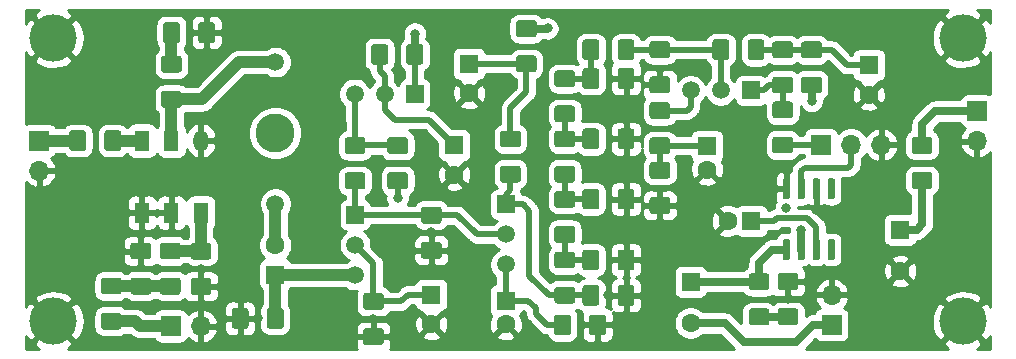
<source format=gbr>
G04 #@! TF.GenerationSoftware,KiCad,Pcbnew,5.1.5+dfsg1-2build2*
G04 #@! TF.CreationDate,2022-03-11T14:10:26+02:00*
G04 #@! TF.ProjectId,dc_receiver,64635f72-6563-4656-9976-65722e6b6963,rev?*
G04 #@! TF.SameCoordinates,Original*
G04 #@! TF.FileFunction,Copper,L1,Top*
G04 #@! TF.FilePolarity,Positive*
%FSLAX46Y46*%
G04 Gerber Fmt 4.6, Leading zero omitted, Abs format (unit mm)*
G04 Created by KiCad (PCBNEW 5.1.5+dfsg1-2build2) date 2022-03-11 14:10:26*
%MOMM*%
%LPD*%
G04 APERTURE LIST*
%ADD10C,3.300000*%
%ADD11C,1.500000*%
%ADD12C,0.100000*%
%ADD13R,1.600000X1.600000*%
%ADD14C,1.600000*%
%ADD15O,1.700000X1.700000*%
%ADD16R,1.700000X1.700000*%
%ADD17R,1.500000X1.500000*%
%ADD18R,1.300000X1.800000*%
%ADD19O,1.300000X1.800000*%
%ADD20C,4.000000*%
%ADD21C,0.800000*%
%ADD22C,1.000000*%
%ADD23C,0.500000*%
%ADD24C,0.700000*%
%ADD25C,0.254000*%
G04 APERTURE END LIST*
D10*
X59100000Y-30050000D03*
D11*
X59100000Y-36050000D03*
X59100000Y-24050000D03*
G04 #@! TA.AperFunction,SMDPad,CuDef*
D12*
G36*
X45849504Y-45276204D02*
G01*
X45873773Y-45279804D01*
X45897571Y-45285765D01*
X45920671Y-45294030D01*
X45942849Y-45304520D01*
X45963893Y-45317133D01*
X45983598Y-45331747D01*
X46001777Y-45348223D01*
X46018253Y-45366402D01*
X46032867Y-45386107D01*
X46045480Y-45407151D01*
X46055970Y-45429329D01*
X46064235Y-45452429D01*
X46070196Y-45476227D01*
X46073796Y-45500496D01*
X46075000Y-45525000D01*
X46075000Y-46450000D01*
X46073796Y-46474504D01*
X46070196Y-46498773D01*
X46064235Y-46522571D01*
X46055970Y-46545671D01*
X46045480Y-46567849D01*
X46032867Y-46588893D01*
X46018253Y-46608598D01*
X46001777Y-46626777D01*
X45983598Y-46643253D01*
X45963893Y-46657867D01*
X45942849Y-46670480D01*
X45920671Y-46680970D01*
X45897571Y-46689235D01*
X45873773Y-46695196D01*
X45849504Y-46698796D01*
X45825000Y-46700000D01*
X44575000Y-46700000D01*
X44550496Y-46698796D01*
X44526227Y-46695196D01*
X44502429Y-46689235D01*
X44479329Y-46680970D01*
X44457151Y-46670480D01*
X44436107Y-46657867D01*
X44416402Y-46643253D01*
X44398223Y-46626777D01*
X44381747Y-46608598D01*
X44367133Y-46588893D01*
X44354520Y-46567849D01*
X44344030Y-46545671D01*
X44335765Y-46522571D01*
X44329804Y-46498773D01*
X44326204Y-46474504D01*
X44325000Y-46450000D01*
X44325000Y-45525000D01*
X44326204Y-45500496D01*
X44329804Y-45476227D01*
X44335765Y-45452429D01*
X44344030Y-45429329D01*
X44354520Y-45407151D01*
X44367133Y-45386107D01*
X44381747Y-45366402D01*
X44398223Y-45348223D01*
X44416402Y-45331747D01*
X44436107Y-45317133D01*
X44457151Y-45304520D01*
X44479329Y-45294030D01*
X44502429Y-45285765D01*
X44526227Y-45279804D01*
X44550496Y-45276204D01*
X44575000Y-45275000D01*
X45825000Y-45275000D01*
X45849504Y-45276204D01*
G37*
G04 #@! TD.AperFunction*
G04 #@! TA.AperFunction,SMDPad,CuDef*
G36*
X45849504Y-42301204D02*
G01*
X45873773Y-42304804D01*
X45897571Y-42310765D01*
X45920671Y-42319030D01*
X45942849Y-42329520D01*
X45963893Y-42342133D01*
X45983598Y-42356747D01*
X46001777Y-42373223D01*
X46018253Y-42391402D01*
X46032867Y-42411107D01*
X46045480Y-42432151D01*
X46055970Y-42454329D01*
X46064235Y-42477429D01*
X46070196Y-42501227D01*
X46073796Y-42525496D01*
X46075000Y-42550000D01*
X46075000Y-43475000D01*
X46073796Y-43499504D01*
X46070196Y-43523773D01*
X46064235Y-43547571D01*
X46055970Y-43570671D01*
X46045480Y-43592849D01*
X46032867Y-43613893D01*
X46018253Y-43633598D01*
X46001777Y-43651777D01*
X45983598Y-43668253D01*
X45963893Y-43682867D01*
X45942849Y-43695480D01*
X45920671Y-43705970D01*
X45897571Y-43714235D01*
X45873773Y-43720196D01*
X45849504Y-43723796D01*
X45825000Y-43725000D01*
X44575000Y-43725000D01*
X44550496Y-43723796D01*
X44526227Y-43720196D01*
X44502429Y-43714235D01*
X44479329Y-43705970D01*
X44457151Y-43695480D01*
X44436107Y-43682867D01*
X44416402Y-43668253D01*
X44398223Y-43651777D01*
X44381747Y-43633598D01*
X44367133Y-43613893D01*
X44354520Y-43592849D01*
X44344030Y-43570671D01*
X44335765Y-43547571D01*
X44329804Y-43523773D01*
X44326204Y-43499504D01*
X44325000Y-43475000D01*
X44325000Y-42550000D01*
X44326204Y-42525496D01*
X44329804Y-42501227D01*
X44335765Y-42477429D01*
X44344030Y-42454329D01*
X44354520Y-42432151D01*
X44367133Y-42411107D01*
X44381747Y-42391402D01*
X44398223Y-42373223D01*
X44416402Y-42356747D01*
X44436107Y-42342133D01*
X44457151Y-42329520D01*
X44479329Y-42319030D01*
X44502429Y-42310765D01*
X44526227Y-42304804D01*
X44550496Y-42301204D01*
X44575000Y-42300000D01*
X45825000Y-42300000D01*
X45849504Y-42301204D01*
G37*
G04 #@! TD.AperFunction*
G04 #@! TA.AperFunction,SMDPad,CuDef*
G36*
X86299504Y-22126204D02*
G01*
X86323773Y-22129804D01*
X86347571Y-22135765D01*
X86370671Y-22144030D01*
X86392849Y-22154520D01*
X86413893Y-22167133D01*
X86433598Y-22181747D01*
X86451777Y-22198223D01*
X86468253Y-22216402D01*
X86482867Y-22236107D01*
X86495480Y-22257151D01*
X86505970Y-22279329D01*
X86514235Y-22302429D01*
X86520196Y-22326227D01*
X86523796Y-22350496D01*
X86525000Y-22375000D01*
X86525000Y-23625000D01*
X86523796Y-23649504D01*
X86520196Y-23673773D01*
X86514235Y-23697571D01*
X86505970Y-23720671D01*
X86495480Y-23742849D01*
X86482867Y-23763893D01*
X86468253Y-23783598D01*
X86451777Y-23801777D01*
X86433598Y-23818253D01*
X86413893Y-23832867D01*
X86392849Y-23845480D01*
X86370671Y-23855970D01*
X86347571Y-23864235D01*
X86323773Y-23870196D01*
X86299504Y-23873796D01*
X86275000Y-23875000D01*
X85350000Y-23875000D01*
X85325496Y-23873796D01*
X85301227Y-23870196D01*
X85277429Y-23864235D01*
X85254329Y-23855970D01*
X85232151Y-23845480D01*
X85211107Y-23832867D01*
X85191402Y-23818253D01*
X85173223Y-23801777D01*
X85156747Y-23783598D01*
X85142133Y-23763893D01*
X85129520Y-23742849D01*
X85119030Y-23720671D01*
X85110765Y-23697571D01*
X85104804Y-23673773D01*
X85101204Y-23649504D01*
X85100000Y-23625000D01*
X85100000Y-22375000D01*
X85101204Y-22350496D01*
X85104804Y-22326227D01*
X85110765Y-22302429D01*
X85119030Y-22279329D01*
X85129520Y-22257151D01*
X85142133Y-22236107D01*
X85156747Y-22216402D01*
X85173223Y-22198223D01*
X85191402Y-22181747D01*
X85211107Y-22167133D01*
X85232151Y-22154520D01*
X85254329Y-22144030D01*
X85277429Y-22135765D01*
X85301227Y-22129804D01*
X85325496Y-22126204D01*
X85350000Y-22125000D01*
X86275000Y-22125000D01*
X86299504Y-22126204D01*
G37*
G04 #@! TD.AperFunction*
G04 #@! TA.AperFunction,SMDPad,CuDef*
G36*
X89274504Y-22126204D02*
G01*
X89298773Y-22129804D01*
X89322571Y-22135765D01*
X89345671Y-22144030D01*
X89367849Y-22154520D01*
X89388893Y-22167133D01*
X89408598Y-22181747D01*
X89426777Y-22198223D01*
X89443253Y-22216402D01*
X89457867Y-22236107D01*
X89470480Y-22257151D01*
X89480970Y-22279329D01*
X89489235Y-22302429D01*
X89495196Y-22326227D01*
X89498796Y-22350496D01*
X89500000Y-22375000D01*
X89500000Y-23625000D01*
X89498796Y-23649504D01*
X89495196Y-23673773D01*
X89489235Y-23697571D01*
X89480970Y-23720671D01*
X89470480Y-23742849D01*
X89457867Y-23763893D01*
X89443253Y-23783598D01*
X89426777Y-23801777D01*
X89408598Y-23818253D01*
X89388893Y-23832867D01*
X89367849Y-23845480D01*
X89345671Y-23855970D01*
X89322571Y-23864235D01*
X89298773Y-23870196D01*
X89274504Y-23873796D01*
X89250000Y-23875000D01*
X88325000Y-23875000D01*
X88300496Y-23873796D01*
X88276227Y-23870196D01*
X88252429Y-23864235D01*
X88229329Y-23855970D01*
X88207151Y-23845480D01*
X88186107Y-23832867D01*
X88166402Y-23818253D01*
X88148223Y-23801777D01*
X88131747Y-23783598D01*
X88117133Y-23763893D01*
X88104520Y-23742849D01*
X88094030Y-23720671D01*
X88085765Y-23697571D01*
X88079804Y-23673773D01*
X88076204Y-23649504D01*
X88075000Y-23625000D01*
X88075000Y-22375000D01*
X88076204Y-22350496D01*
X88079804Y-22326227D01*
X88085765Y-22302429D01*
X88094030Y-22279329D01*
X88104520Y-22257151D01*
X88117133Y-22236107D01*
X88131747Y-22216402D01*
X88148223Y-22198223D01*
X88166402Y-22181747D01*
X88186107Y-22167133D01*
X88207151Y-22154520D01*
X88229329Y-22144030D01*
X88252429Y-22135765D01*
X88276227Y-22129804D01*
X88300496Y-22126204D01*
X88325000Y-22125000D01*
X89250000Y-22125000D01*
X89274504Y-22126204D01*
G37*
G04 #@! TD.AperFunction*
G04 #@! TA.AperFunction,SMDPad,CuDef*
G36*
X42849504Y-29826204D02*
G01*
X42873773Y-29829804D01*
X42897571Y-29835765D01*
X42920671Y-29844030D01*
X42942849Y-29854520D01*
X42963893Y-29867133D01*
X42983598Y-29881747D01*
X43001777Y-29898223D01*
X43018253Y-29916402D01*
X43032867Y-29936107D01*
X43045480Y-29957151D01*
X43055970Y-29979329D01*
X43064235Y-30002429D01*
X43070196Y-30026227D01*
X43073796Y-30050496D01*
X43075000Y-30075000D01*
X43075000Y-31325000D01*
X43073796Y-31349504D01*
X43070196Y-31373773D01*
X43064235Y-31397571D01*
X43055970Y-31420671D01*
X43045480Y-31442849D01*
X43032867Y-31463893D01*
X43018253Y-31483598D01*
X43001777Y-31501777D01*
X42983598Y-31518253D01*
X42963893Y-31532867D01*
X42942849Y-31545480D01*
X42920671Y-31555970D01*
X42897571Y-31564235D01*
X42873773Y-31570196D01*
X42849504Y-31573796D01*
X42825000Y-31575000D01*
X41900000Y-31575000D01*
X41875496Y-31573796D01*
X41851227Y-31570196D01*
X41827429Y-31564235D01*
X41804329Y-31555970D01*
X41782151Y-31545480D01*
X41761107Y-31532867D01*
X41741402Y-31518253D01*
X41723223Y-31501777D01*
X41706747Y-31483598D01*
X41692133Y-31463893D01*
X41679520Y-31442849D01*
X41669030Y-31420671D01*
X41660765Y-31397571D01*
X41654804Y-31373773D01*
X41651204Y-31349504D01*
X41650000Y-31325000D01*
X41650000Y-30075000D01*
X41651204Y-30050496D01*
X41654804Y-30026227D01*
X41660765Y-30002429D01*
X41669030Y-29979329D01*
X41679520Y-29957151D01*
X41692133Y-29936107D01*
X41706747Y-29916402D01*
X41723223Y-29898223D01*
X41741402Y-29881747D01*
X41761107Y-29867133D01*
X41782151Y-29854520D01*
X41804329Y-29844030D01*
X41827429Y-29835765D01*
X41851227Y-29829804D01*
X41875496Y-29826204D01*
X41900000Y-29825000D01*
X42825000Y-29825000D01*
X42849504Y-29826204D01*
G37*
G04 #@! TD.AperFunction*
G04 #@! TA.AperFunction,SMDPad,CuDef*
G36*
X45824504Y-29826204D02*
G01*
X45848773Y-29829804D01*
X45872571Y-29835765D01*
X45895671Y-29844030D01*
X45917849Y-29854520D01*
X45938893Y-29867133D01*
X45958598Y-29881747D01*
X45976777Y-29898223D01*
X45993253Y-29916402D01*
X46007867Y-29936107D01*
X46020480Y-29957151D01*
X46030970Y-29979329D01*
X46039235Y-30002429D01*
X46045196Y-30026227D01*
X46048796Y-30050496D01*
X46050000Y-30075000D01*
X46050000Y-31325000D01*
X46048796Y-31349504D01*
X46045196Y-31373773D01*
X46039235Y-31397571D01*
X46030970Y-31420671D01*
X46020480Y-31442849D01*
X46007867Y-31463893D01*
X45993253Y-31483598D01*
X45976777Y-31501777D01*
X45958598Y-31518253D01*
X45938893Y-31532867D01*
X45917849Y-31545480D01*
X45895671Y-31555970D01*
X45872571Y-31564235D01*
X45848773Y-31570196D01*
X45824504Y-31573796D01*
X45800000Y-31575000D01*
X44875000Y-31575000D01*
X44850496Y-31573796D01*
X44826227Y-31570196D01*
X44802429Y-31564235D01*
X44779329Y-31555970D01*
X44757151Y-31545480D01*
X44736107Y-31532867D01*
X44716402Y-31518253D01*
X44698223Y-31501777D01*
X44681747Y-31483598D01*
X44667133Y-31463893D01*
X44654520Y-31442849D01*
X44644030Y-31420671D01*
X44635765Y-31397571D01*
X44629804Y-31373773D01*
X44626204Y-31349504D01*
X44625000Y-31325000D01*
X44625000Y-30075000D01*
X44626204Y-30050496D01*
X44629804Y-30026227D01*
X44635765Y-30002429D01*
X44644030Y-29979329D01*
X44654520Y-29957151D01*
X44667133Y-29936107D01*
X44681747Y-29916402D01*
X44698223Y-29898223D01*
X44716402Y-29881747D01*
X44736107Y-29867133D01*
X44757151Y-29854520D01*
X44779329Y-29844030D01*
X44802429Y-29835765D01*
X44826227Y-29829804D01*
X44850496Y-29826204D01*
X44875000Y-29825000D01*
X45800000Y-29825000D01*
X45824504Y-29826204D01*
G37*
G04 #@! TD.AperFunction*
D13*
X109350000Y-24300000D03*
D14*
X109350000Y-26800000D03*
X95650000Y-33150000D03*
D13*
X95650000Y-31150000D03*
G04 #@! TA.AperFunction,SMDPad,CuDef*
D12*
G36*
X50949504Y-23513704D02*
G01*
X50973773Y-23517304D01*
X50997571Y-23523265D01*
X51020671Y-23531530D01*
X51042849Y-23542020D01*
X51063893Y-23554633D01*
X51083598Y-23569247D01*
X51101777Y-23585723D01*
X51118253Y-23603902D01*
X51132867Y-23623607D01*
X51145480Y-23644651D01*
X51155970Y-23666829D01*
X51164235Y-23689929D01*
X51170196Y-23713727D01*
X51173796Y-23737996D01*
X51175000Y-23762500D01*
X51175000Y-24687500D01*
X51173796Y-24712004D01*
X51170196Y-24736273D01*
X51164235Y-24760071D01*
X51155970Y-24783171D01*
X51145480Y-24805349D01*
X51132867Y-24826393D01*
X51118253Y-24846098D01*
X51101777Y-24864277D01*
X51083598Y-24880753D01*
X51063893Y-24895367D01*
X51042849Y-24907980D01*
X51020671Y-24918470D01*
X50997571Y-24926735D01*
X50973773Y-24932696D01*
X50949504Y-24936296D01*
X50925000Y-24937500D01*
X49675000Y-24937500D01*
X49650496Y-24936296D01*
X49626227Y-24932696D01*
X49602429Y-24926735D01*
X49579329Y-24918470D01*
X49557151Y-24907980D01*
X49536107Y-24895367D01*
X49516402Y-24880753D01*
X49498223Y-24864277D01*
X49481747Y-24846098D01*
X49467133Y-24826393D01*
X49454520Y-24805349D01*
X49444030Y-24783171D01*
X49435765Y-24760071D01*
X49429804Y-24736273D01*
X49426204Y-24712004D01*
X49425000Y-24687500D01*
X49425000Y-23762500D01*
X49426204Y-23737996D01*
X49429804Y-23713727D01*
X49435765Y-23689929D01*
X49444030Y-23666829D01*
X49454520Y-23644651D01*
X49467133Y-23623607D01*
X49481747Y-23603902D01*
X49498223Y-23585723D01*
X49516402Y-23569247D01*
X49536107Y-23554633D01*
X49557151Y-23542020D01*
X49579329Y-23531530D01*
X49602429Y-23523265D01*
X49626227Y-23517304D01*
X49650496Y-23513704D01*
X49675000Y-23512500D01*
X50925000Y-23512500D01*
X50949504Y-23513704D01*
G37*
G04 #@! TD.AperFunction*
G04 #@! TA.AperFunction,SMDPad,CuDef*
G36*
X50949504Y-26488704D02*
G01*
X50973773Y-26492304D01*
X50997571Y-26498265D01*
X51020671Y-26506530D01*
X51042849Y-26517020D01*
X51063893Y-26529633D01*
X51083598Y-26544247D01*
X51101777Y-26560723D01*
X51118253Y-26578902D01*
X51132867Y-26598607D01*
X51145480Y-26619651D01*
X51155970Y-26641829D01*
X51164235Y-26664929D01*
X51170196Y-26688727D01*
X51173796Y-26712996D01*
X51175000Y-26737500D01*
X51175000Y-27662500D01*
X51173796Y-27687004D01*
X51170196Y-27711273D01*
X51164235Y-27735071D01*
X51155970Y-27758171D01*
X51145480Y-27780349D01*
X51132867Y-27801393D01*
X51118253Y-27821098D01*
X51101777Y-27839277D01*
X51083598Y-27855753D01*
X51063893Y-27870367D01*
X51042849Y-27882980D01*
X51020671Y-27893470D01*
X50997571Y-27901735D01*
X50973773Y-27907696D01*
X50949504Y-27911296D01*
X50925000Y-27912500D01*
X49675000Y-27912500D01*
X49650496Y-27911296D01*
X49626227Y-27907696D01*
X49602429Y-27901735D01*
X49579329Y-27893470D01*
X49557151Y-27882980D01*
X49536107Y-27870367D01*
X49516402Y-27855753D01*
X49498223Y-27839277D01*
X49481747Y-27821098D01*
X49467133Y-27801393D01*
X49454520Y-27780349D01*
X49444030Y-27758171D01*
X49435765Y-27735071D01*
X49429804Y-27711273D01*
X49426204Y-27687004D01*
X49425000Y-27662500D01*
X49425000Y-26737500D01*
X49426204Y-26712996D01*
X49429804Y-26688727D01*
X49435765Y-26664929D01*
X49444030Y-26641829D01*
X49454520Y-26619651D01*
X49467133Y-26598607D01*
X49481747Y-26578902D01*
X49498223Y-26560723D01*
X49516402Y-26544247D01*
X49536107Y-26529633D01*
X49557151Y-26517020D01*
X49579329Y-26506530D01*
X49602429Y-26498265D01*
X49626227Y-26492304D01*
X49650496Y-26488704D01*
X49675000Y-26487500D01*
X50925000Y-26487500D01*
X50949504Y-26488704D01*
G37*
G04 #@! TD.AperFunction*
G04 #@! TA.AperFunction,SMDPad,CuDef*
G36*
X102699504Y-30363704D02*
G01*
X102723773Y-30367304D01*
X102747571Y-30373265D01*
X102770671Y-30381530D01*
X102792849Y-30392020D01*
X102813893Y-30404633D01*
X102833598Y-30419247D01*
X102851777Y-30435723D01*
X102868253Y-30453902D01*
X102882867Y-30473607D01*
X102895480Y-30494651D01*
X102905970Y-30516829D01*
X102914235Y-30539929D01*
X102920196Y-30563727D01*
X102923796Y-30587996D01*
X102925000Y-30612500D01*
X102925000Y-31537500D01*
X102923796Y-31562004D01*
X102920196Y-31586273D01*
X102914235Y-31610071D01*
X102905970Y-31633171D01*
X102895480Y-31655349D01*
X102882867Y-31676393D01*
X102868253Y-31696098D01*
X102851777Y-31714277D01*
X102833598Y-31730753D01*
X102813893Y-31745367D01*
X102792849Y-31757980D01*
X102770671Y-31768470D01*
X102747571Y-31776735D01*
X102723773Y-31782696D01*
X102699504Y-31786296D01*
X102675000Y-31787500D01*
X101425000Y-31787500D01*
X101400496Y-31786296D01*
X101376227Y-31782696D01*
X101352429Y-31776735D01*
X101329329Y-31768470D01*
X101307151Y-31757980D01*
X101286107Y-31745367D01*
X101266402Y-31730753D01*
X101248223Y-31714277D01*
X101231747Y-31696098D01*
X101217133Y-31676393D01*
X101204520Y-31655349D01*
X101194030Y-31633171D01*
X101185765Y-31610071D01*
X101179804Y-31586273D01*
X101176204Y-31562004D01*
X101175000Y-31537500D01*
X101175000Y-30612500D01*
X101176204Y-30587996D01*
X101179804Y-30563727D01*
X101185765Y-30539929D01*
X101194030Y-30516829D01*
X101204520Y-30494651D01*
X101217133Y-30473607D01*
X101231747Y-30453902D01*
X101248223Y-30435723D01*
X101266402Y-30419247D01*
X101286107Y-30404633D01*
X101307151Y-30392020D01*
X101329329Y-30381530D01*
X101352429Y-30373265D01*
X101376227Y-30367304D01*
X101400496Y-30363704D01*
X101425000Y-30362500D01*
X102675000Y-30362500D01*
X102699504Y-30363704D01*
G37*
G04 #@! TD.AperFunction*
G04 #@! TA.AperFunction,SMDPad,CuDef*
G36*
X102699504Y-27388704D02*
G01*
X102723773Y-27392304D01*
X102747571Y-27398265D01*
X102770671Y-27406530D01*
X102792849Y-27417020D01*
X102813893Y-27429633D01*
X102833598Y-27444247D01*
X102851777Y-27460723D01*
X102868253Y-27478902D01*
X102882867Y-27498607D01*
X102895480Y-27519651D01*
X102905970Y-27541829D01*
X102914235Y-27564929D01*
X102920196Y-27588727D01*
X102923796Y-27612996D01*
X102925000Y-27637500D01*
X102925000Y-28562500D01*
X102923796Y-28587004D01*
X102920196Y-28611273D01*
X102914235Y-28635071D01*
X102905970Y-28658171D01*
X102895480Y-28680349D01*
X102882867Y-28701393D01*
X102868253Y-28721098D01*
X102851777Y-28739277D01*
X102833598Y-28755753D01*
X102813893Y-28770367D01*
X102792849Y-28782980D01*
X102770671Y-28793470D01*
X102747571Y-28801735D01*
X102723773Y-28807696D01*
X102699504Y-28811296D01*
X102675000Y-28812500D01*
X101425000Y-28812500D01*
X101400496Y-28811296D01*
X101376227Y-28807696D01*
X101352429Y-28801735D01*
X101329329Y-28793470D01*
X101307151Y-28782980D01*
X101286107Y-28770367D01*
X101266402Y-28755753D01*
X101248223Y-28739277D01*
X101231747Y-28721098D01*
X101217133Y-28701393D01*
X101204520Y-28680349D01*
X101194030Y-28658171D01*
X101185765Y-28635071D01*
X101179804Y-28611273D01*
X101176204Y-28587004D01*
X101175000Y-28562500D01*
X101175000Y-27637500D01*
X101176204Y-27612996D01*
X101179804Y-27588727D01*
X101185765Y-27564929D01*
X101194030Y-27541829D01*
X101204520Y-27519651D01*
X101217133Y-27498607D01*
X101231747Y-27478902D01*
X101248223Y-27460723D01*
X101266402Y-27444247D01*
X101286107Y-27429633D01*
X101307151Y-27417020D01*
X101329329Y-27406530D01*
X101352429Y-27398265D01*
X101376227Y-27392304D01*
X101400496Y-27388704D01*
X101425000Y-27387500D01*
X102675000Y-27387500D01*
X102699504Y-27388704D01*
G37*
G04 #@! TD.AperFunction*
D13*
X112000000Y-38250000D03*
D14*
X112000000Y-41750000D03*
X74250000Y-33600000D03*
D13*
X74250000Y-31100000D03*
D14*
X59100000Y-39550000D03*
D13*
X59100000Y-42050000D03*
X99400000Y-37500000D03*
D14*
X97400000Y-37500000D03*
G04 #@! TA.AperFunction,SMDPad,CuDef*
D12*
G36*
X103149504Y-44888704D02*
G01*
X103173773Y-44892304D01*
X103197571Y-44898265D01*
X103220671Y-44906530D01*
X103242849Y-44917020D01*
X103263893Y-44929633D01*
X103283598Y-44944247D01*
X103301777Y-44960723D01*
X103318253Y-44978902D01*
X103332867Y-44998607D01*
X103345480Y-45019651D01*
X103355970Y-45041829D01*
X103364235Y-45064929D01*
X103370196Y-45088727D01*
X103373796Y-45112996D01*
X103375000Y-45137500D01*
X103375000Y-46062500D01*
X103373796Y-46087004D01*
X103370196Y-46111273D01*
X103364235Y-46135071D01*
X103355970Y-46158171D01*
X103345480Y-46180349D01*
X103332867Y-46201393D01*
X103318253Y-46221098D01*
X103301777Y-46239277D01*
X103283598Y-46255753D01*
X103263893Y-46270367D01*
X103242849Y-46282980D01*
X103220671Y-46293470D01*
X103197571Y-46301735D01*
X103173773Y-46307696D01*
X103149504Y-46311296D01*
X103125000Y-46312500D01*
X101875000Y-46312500D01*
X101850496Y-46311296D01*
X101826227Y-46307696D01*
X101802429Y-46301735D01*
X101779329Y-46293470D01*
X101757151Y-46282980D01*
X101736107Y-46270367D01*
X101716402Y-46255753D01*
X101698223Y-46239277D01*
X101681747Y-46221098D01*
X101667133Y-46201393D01*
X101654520Y-46180349D01*
X101644030Y-46158171D01*
X101635765Y-46135071D01*
X101629804Y-46111273D01*
X101626204Y-46087004D01*
X101625000Y-46062500D01*
X101625000Y-45137500D01*
X101626204Y-45112996D01*
X101629804Y-45088727D01*
X101635765Y-45064929D01*
X101644030Y-45041829D01*
X101654520Y-45019651D01*
X101667133Y-44998607D01*
X101681747Y-44978902D01*
X101698223Y-44960723D01*
X101716402Y-44944247D01*
X101736107Y-44929633D01*
X101757151Y-44917020D01*
X101779329Y-44906530D01*
X101802429Y-44898265D01*
X101826227Y-44892304D01*
X101850496Y-44888704D01*
X101875000Y-44887500D01*
X103125000Y-44887500D01*
X103149504Y-44888704D01*
G37*
G04 #@! TD.AperFunction*
G04 #@! TA.AperFunction,SMDPad,CuDef*
G36*
X103149504Y-41913704D02*
G01*
X103173773Y-41917304D01*
X103197571Y-41923265D01*
X103220671Y-41931530D01*
X103242849Y-41942020D01*
X103263893Y-41954633D01*
X103283598Y-41969247D01*
X103301777Y-41985723D01*
X103318253Y-42003902D01*
X103332867Y-42023607D01*
X103345480Y-42044651D01*
X103355970Y-42066829D01*
X103364235Y-42089929D01*
X103370196Y-42113727D01*
X103373796Y-42137996D01*
X103375000Y-42162500D01*
X103375000Y-43087500D01*
X103373796Y-43112004D01*
X103370196Y-43136273D01*
X103364235Y-43160071D01*
X103355970Y-43183171D01*
X103345480Y-43205349D01*
X103332867Y-43226393D01*
X103318253Y-43246098D01*
X103301777Y-43264277D01*
X103283598Y-43280753D01*
X103263893Y-43295367D01*
X103242849Y-43307980D01*
X103220671Y-43318470D01*
X103197571Y-43326735D01*
X103173773Y-43332696D01*
X103149504Y-43336296D01*
X103125000Y-43337500D01*
X101875000Y-43337500D01*
X101850496Y-43336296D01*
X101826227Y-43332696D01*
X101802429Y-43326735D01*
X101779329Y-43318470D01*
X101757151Y-43307980D01*
X101736107Y-43295367D01*
X101716402Y-43280753D01*
X101698223Y-43264277D01*
X101681747Y-43246098D01*
X101667133Y-43226393D01*
X101654520Y-43205349D01*
X101644030Y-43183171D01*
X101635765Y-43160071D01*
X101629804Y-43136273D01*
X101626204Y-43112004D01*
X101625000Y-43087500D01*
X101625000Y-42162500D01*
X101626204Y-42137996D01*
X101629804Y-42113727D01*
X101635765Y-42089929D01*
X101644030Y-42066829D01*
X101654520Y-42044651D01*
X101667133Y-42023607D01*
X101681747Y-42003902D01*
X101698223Y-41985723D01*
X101716402Y-41969247D01*
X101736107Y-41954633D01*
X101757151Y-41942020D01*
X101779329Y-41931530D01*
X101802429Y-41923265D01*
X101826227Y-41917304D01*
X101850496Y-41913704D01*
X101875000Y-41912500D01*
X103125000Y-41912500D01*
X103149504Y-41913704D01*
G37*
G04 #@! TD.AperFunction*
D13*
X72300000Y-43750000D03*
D14*
X72300000Y-46250000D03*
X94250000Y-46150000D03*
D13*
X94250000Y-42650000D03*
X75500000Y-24200000D03*
D14*
X75500000Y-26700000D03*
G04 #@! TA.AperFunction,SMDPad,CuDef*
D12*
G36*
X72949504Y-36301204D02*
G01*
X72973773Y-36304804D01*
X72997571Y-36310765D01*
X73020671Y-36319030D01*
X73042849Y-36329520D01*
X73063893Y-36342133D01*
X73083598Y-36356747D01*
X73101777Y-36373223D01*
X73118253Y-36391402D01*
X73132867Y-36411107D01*
X73145480Y-36432151D01*
X73155970Y-36454329D01*
X73164235Y-36477429D01*
X73170196Y-36501227D01*
X73173796Y-36525496D01*
X73175000Y-36550000D01*
X73175000Y-37475000D01*
X73173796Y-37499504D01*
X73170196Y-37523773D01*
X73164235Y-37547571D01*
X73155970Y-37570671D01*
X73145480Y-37592849D01*
X73132867Y-37613893D01*
X73118253Y-37633598D01*
X73101777Y-37651777D01*
X73083598Y-37668253D01*
X73063893Y-37682867D01*
X73042849Y-37695480D01*
X73020671Y-37705970D01*
X72997571Y-37714235D01*
X72973773Y-37720196D01*
X72949504Y-37723796D01*
X72925000Y-37725000D01*
X71675000Y-37725000D01*
X71650496Y-37723796D01*
X71626227Y-37720196D01*
X71602429Y-37714235D01*
X71579329Y-37705970D01*
X71557151Y-37695480D01*
X71536107Y-37682867D01*
X71516402Y-37668253D01*
X71498223Y-37651777D01*
X71481747Y-37633598D01*
X71467133Y-37613893D01*
X71454520Y-37592849D01*
X71444030Y-37570671D01*
X71435765Y-37547571D01*
X71429804Y-37523773D01*
X71426204Y-37499504D01*
X71425000Y-37475000D01*
X71425000Y-36550000D01*
X71426204Y-36525496D01*
X71429804Y-36501227D01*
X71435765Y-36477429D01*
X71444030Y-36454329D01*
X71454520Y-36432151D01*
X71467133Y-36411107D01*
X71481747Y-36391402D01*
X71498223Y-36373223D01*
X71516402Y-36356747D01*
X71536107Y-36342133D01*
X71557151Y-36329520D01*
X71579329Y-36319030D01*
X71602429Y-36310765D01*
X71626227Y-36304804D01*
X71650496Y-36301204D01*
X71675000Y-36300000D01*
X72925000Y-36300000D01*
X72949504Y-36301204D01*
G37*
G04 #@! TD.AperFunction*
G04 #@! TA.AperFunction,SMDPad,CuDef*
G36*
X72949504Y-39276204D02*
G01*
X72973773Y-39279804D01*
X72997571Y-39285765D01*
X73020671Y-39294030D01*
X73042849Y-39304520D01*
X73063893Y-39317133D01*
X73083598Y-39331747D01*
X73101777Y-39348223D01*
X73118253Y-39366402D01*
X73132867Y-39386107D01*
X73145480Y-39407151D01*
X73155970Y-39429329D01*
X73164235Y-39452429D01*
X73170196Y-39476227D01*
X73173796Y-39500496D01*
X73175000Y-39525000D01*
X73175000Y-40450000D01*
X73173796Y-40474504D01*
X73170196Y-40498773D01*
X73164235Y-40522571D01*
X73155970Y-40545671D01*
X73145480Y-40567849D01*
X73132867Y-40588893D01*
X73118253Y-40608598D01*
X73101777Y-40626777D01*
X73083598Y-40643253D01*
X73063893Y-40657867D01*
X73042849Y-40670480D01*
X73020671Y-40680970D01*
X72997571Y-40689235D01*
X72973773Y-40695196D01*
X72949504Y-40698796D01*
X72925000Y-40700000D01*
X71675000Y-40700000D01*
X71650496Y-40698796D01*
X71626227Y-40695196D01*
X71602429Y-40689235D01*
X71579329Y-40680970D01*
X71557151Y-40670480D01*
X71536107Y-40657867D01*
X71516402Y-40643253D01*
X71498223Y-40626777D01*
X71481747Y-40608598D01*
X71467133Y-40588893D01*
X71454520Y-40567849D01*
X71444030Y-40545671D01*
X71435765Y-40522571D01*
X71429804Y-40498773D01*
X71426204Y-40474504D01*
X71425000Y-40450000D01*
X71425000Y-39525000D01*
X71426204Y-39500496D01*
X71429804Y-39476227D01*
X71435765Y-39452429D01*
X71444030Y-39429329D01*
X71454520Y-39407151D01*
X71467133Y-39386107D01*
X71481747Y-39366402D01*
X71498223Y-39348223D01*
X71516402Y-39331747D01*
X71536107Y-39317133D01*
X71557151Y-39304520D01*
X71579329Y-39294030D01*
X71602429Y-39285765D01*
X71626227Y-39279804D01*
X71650496Y-39276204D01*
X71675000Y-39275000D01*
X72925000Y-39275000D01*
X72949504Y-39276204D01*
G37*
G04 #@! TD.AperFunction*
D13*
X78600000Y-44250000D03*
D14*
X78600000Y-46250000D03*
G04 #@! TA.AperFunction,SMDPad,CuDef*
D12*
G36*
X86299504Y-42926204D02*
G01*
X86323773Y-42929804D01*
X86347571Y-42935765D01*
X86370671Y-42944030D01*
X86392849Y-42954520D01*
X86413893Y-42967133D01*
X86433598Y-42981747D01*
X86451777Y-42998223D01*
X86468253Y-43016402D01*
X86482867Y-43036107D01*
X86495480Y-43057151D01*
X86505970Y-43079329D01*
X86514235Y-43102429D01*
X86520196Y-43126227D01*
X86523796Y-43150496D01*
X86525000Y-43175000D01*
X86525000Y-44425000D01*
X86523796Y-44449504D01*
X86520196Y-44473773D01*
X86514235Y-44497571D01*
X86505970Y-44520671D01*
X86495480Y-44542849D01*
X86482867Y-44563893D01*
X86468253Y-44583598D01*
X86451777Y-44601777D01*
X86433598Y-44618253D01*
X86413893Y-44632867D01*
X86392849Y-44645480D01*
X86370671Y-44655970D01*
X86347571Y-44664235D01*
X86323773Y-44670196D01*
X86299504Y-44673796D01*
X86275000Y-44675000D01*
X85350000Y-44675000D01*
X85325496Y-44673796D01*
X85301227Y-44670196D01*
X85277429Y-44664235D01*
X85254329Y-44655970D01*
X85232151Y-44645480D01*
X85211107Y-44632867D01*
X85191402Y-44618253D01*
X85173223Y-44601777D01*
X85156747Y-44583598D01*
X85142133Y-44563893D01*
X85129520Y-44542849D01*
X85119030Y-44520671D01*
X85110765Y-44497571D01*
X85104804Y-44473773D01*
X85101204Y-44449504D01*
X85100000Y-44425000D01*
X85100000Y-43175000D01*
X85101204Y-43150496D01*
X85104804Y-43126227D01*
X85110765Y-43102429D01*
X85119030Y-43079329D01*
X85129520Y-43057151D01*
X85142133Y-43036107D01*
X85156747Y-43016402D01*
X85173223Y-42998223D01*
X85191402Y-42981747D01*
X85211107Y-42967133D01*
X85232151Y-42954520D01*
X85254329Y-42944030D01*
X85277429Y-42935765D01*
X85301227Y-42929804D01*
X85325496Y-42926204D01*
X85350000Y-42925000D01*
X86275000Y-42925000D01*
X86299504Y-42926204D01*
G37*
G04 #@! TD.AperFunction*
G04 #@! TA.AperFunction,SMDPad,CuDef*
G36*
X89274504Y-42926204D02*
G01*
X89298773Y-42929804D01*
X89322571Y-42935765D01*
X89345671Y-42944030D01*
X89367849Y-42954520D01*
X89388893Y-42967133D01*
X89408598Y-42981747D01*
X89426777Y-42998223D01*
X89443253Y-43016402D01*
X89457867Y-43036107D01*
X89470480Y-43057151D01*
X89480970Y-43079329D01*
X89489235Y-43102429D01*
X89495196Y-43126227D01*
X89498796Y-43150496D01*
X89500000Y-43175000D01*
X89500000Y-44425000D01*
X89498796Y-44449504D01*
X89495196Y-44473773D01*
X89489235Y-44497571D01*
X89480970Y-44520671D01*
X89470480Y-44542849D01*
X89457867Y-44563893D01*
X89443253Y-44583598D01*
X89426777Y-44601777D01*
X89408598Y-44618253D01*
X89388893Y-44632867D01*
X89367849Y-44645480D01*
X89345671Y-44655970D01*
X89322571Y-44664235D01*
X89298773Y-44670196D01*
X89274504Y-44673796D01*
X89250000Y-44675000D01*
X88325000Y-44675000D01*
X88300496Y-44673796D01*
X88276227Y-44670196D01*
X88252429Y-44664235D01*
X88229329Y-44655970D01*
X88207151Y-44645480D01*
X88186107Y-44632867D01*
X88166402Y-44618253D01*
X88148223Y-44601777D01*
X88131747Y-44583598D01*
X88117133Y-44563893D01*
X88104520Y-44542849D01*
X88094030Y-44520671D01*
X88085765Y-44497571D01*
X88079804Y-44473773D01*
X88076204Y-44449504D01*
X88075000Y-44425000D01*
X88075000Y-43175000D01*
X88076204Y-43150496D01*
X88079804Y-43126227D01*
X88085765Y-43102429D01*
X88094030Y-43079329D01*
X88104520Y-43057151D01*
X88117133Y-43036107D01*
X88131747Y-43016402D01*
X88148223Y-42998223D01*
X88166402Y-42981747D01*
X88186107Y-42967133D01*
X88207151Y-42954520D01*
X88229329Y-42944030D01*
X88252429Y-42935765D01*
X88276227Y-42929804D01*
X88300496Y-42926204D01*
X88325000Y-42925000D01*
X89250000Y-42925000D01*
X89274504Y-42926204D01*
G37*
G04 #@! TD.AperFunction*
G04 #@! TA.AperFunction,SMDPad,CuDef*
G36*
X86299504Y-39926204D02*
G01*
X86323773Y-39929804D01*
X86347571Y-39935765D01*
X86370671Y-39944030D01*
X86392849Y-39954520D01*
X86413893Y-39967133D01*
X86433598Y-39981747D01*
X86451777Y-39998223D01*
X86468253Y-40016402D01*
X86482867Y-40036107D01*
X86495480Y-40057151D01*
X86505970Y-40079329D01*
X86514235Y-40102429D01*
X86520196Y-40126227D01*
X86523796Y-40150496D01*
X86525000Y-40175000D01*
X86525000Y-41425000D01*
X86523796Y-41449504D01*
X86520196Y-41473773D01*
X86514235Y-41497571D01*
X86505970Y-41520671D01*
X86495480Y-41542849D01*
X86482867Y-41563893D01*
X86468253Y-41583598D01*
X86451777Y-41601777D01*
X86433598Y-41618253D01*
X86413893Y-41632867D01*
X86392849Y-41645480D01*
X86370671Y-41655970D01*
X86347571Y-41664235D01*
X86323773Y-41670196D01*
X86299504Y-41673796D01*
X86275000Y-41675000D01*
X85350000Y-41675000D01*
X85325496Y-41673796D01*
X85301227Y-41670196D01*
X85277429Y-41664235D01*
X85254329Y-41655970D01*
X85232151Y-41645480D01*
X85211107Y-41632867D01*
X85191402Y-41618253D01*
X85173223Y-41601777D01*
X85156747Y-41583598D01*
X85142133Y-41563893D01*
X85129520Y-41542849D01*
X85119030Y-41520671D01*
X85110765Y-41497571D01*
X85104804Y-41473773D01*
X85101204Y-41449504D01*
X85100000Y-41425000D01*
X85100000Y-40175000D01*
X85101204Y-40150496D01*
X85104804Y-40126227D01*
X85110765Y-40102429D01*
X85119030Y-40079329D01*
X85129520Y-40057151D01*
X85142133Y-40036107D01*
X85156747Y-40016402D01*
X85173223Y-39998223D01*
X85191402Y-39981747D01*
X85211107Y-39967133D01*
X85232151Y-39954520D01*
X85254329Y-39944030D01*
X85277429Y-39935765D01*
X85301227Y-39929804D01*
X85325496Y-39926204D01*
X85350000Y-39925000D01*
X86275000Y-39925000D01*
X86299504Y-39926204D01*
G37*
G04 #@! TD.AperFunction*
G04 #@! TA.AperFunction,SMDPad,CuDef*
G36*
X89274504Y-39926204D02*
G01*
X89298773Y-39929804D01*
X89322571Y-39935765D01*
X89345671Y-39944030D01*
X89367849Y-39954520D01*
X89388893Y-39967133D01*
X89408598Y-39981747D01*
X89426777Y-39998223D01*
X89443253Y-40016402D01*
X89457867Y-40036107D01*
X89470480Y-40057151D01*
X89480970Y-40079329D01*
X89489235Y-40102429D01*
X89495196Y-40126227D01*
X89498796Y-40150496D01*
X89500000Y-40175000D01*
X89500000Y-41425000D01*
X89498796Y-41449504D01*
X89495196Y-41473773D01*
X89489235Y-41497571D01*
X89480970Y-41520671D01*
X89470480Y-41542849D01*
X89457867Y-41563893D01*
X89443253Y-41583598D01*
X89426777Y-41601777D01*
X89408598Y-41618253D01*
X89388893Y-41632867D01*
X89367849Y-41645480D01*
X89345671Y-41655970D01*
X89322571Y-41664235D01*
X89298773Y-41670196D01*
X89274504Y-41673796D01*
X89250000Y-41675000D01*
X88325000Y-41675000D01*
X88300496Y-41673796D01*
X88276227Y-41670196D01*
X88252429Y-41664235D01*
X88229329Y-41655970D01*
X88207151Y-41645480D01*
X88186107Y-41632867D01*
X88166402Y-41618253D01*
X88148223Y-41601777D01*
X88131747Y-41583598D01*
X88117133Y-41563893D01*
X88104520Y-41542849D01*
X88094030Y-41520671D01*
X88085765Y-41497571D01*
X88079804Y-41473773D01*
X88076204Y-41449504D01*
X88075000Y-41425000D01*
X88075000Y-40175000D01*
X88076204Y-40150496D01*
X88079804Y-40126227D01*
X88085765Y-40102429D01*
X88094030Y-40079329D01*
X88104520Y-40057151D01*
X88117133Y-40036107D01*
X88131747Y-40016402D01*
X88148223Y-39998223D01*
X88166402Y-39981747D01*
X88186107Y-39967133D01*
X88207151Y-39954520D01*
X88229329Y-39944030D01*
X88252429Y-39935765D01*
X88276227Y-39929804D01*
X88300496Y-39926204D01*
X88325000Y-39925000D01*
X89250000Y-39925000D01*
X89274504Y-39926204D01*
G37*
G04 #@! TD.AperFunction*
G04 #@! TA.AperFunction,SMDPad,CuDef*
G36*
X89274504Y-34776204D02*
G01*
X89298773Y-34779804D01*
X89322571Y-34785765D01*
X89345671Y-34794030D01*
X89367849Y-34804520D01*
X89388893Y-34817133D01*
X89408598Y-34831747D01*
X89426777Y-34848223D01*
X89443253Y-34866402D01*
X89457867Y-34886107D01*
X89470480Y-34907151D01*
X89480970Y-34929329D01*
X89489235Y-34952429D01*
X89495196Y-34976227D01*
X89498796Y-35000496D01*
X89500000Y-35025000D01*
X89500000Y-36275000D01*
X89498796Y-36299504D01*
X89495196Y-36323773D01*
X89489235Y-36347571D01*
X89480970Y-36370671D01*
X89470480Y-36392849D01*
X89457867Y-36413893D01*
X89443253Y-36433598D01*
X89426777Y-36451777D01*
X89408598Y-36468253D01*
X89388893Y-36482867D01*
X89367849Y-36495480D01*
X89345671Y-36505970D01*
X89322571Y-36514235D01*
X89298773Y-36520196D01*
X89274504Y-36523796D01*
X89250000Y-36525000D01*
X88325000Y-36525000D01*
X88300496Y-36523796D01*
X88276227Y-36520196D01*
X88252429Y-36514235D01*
X88229329Y-36505970D01*
X88207151Y-36495480D01*
X88186107Y-36482867D01*
X88166402Y-36468253D01*
X88148223Y-36451777D01*
X88131747Y-36433598D01*
X88117133Y-36413893D01*
X88104520Y-36392849D01*
X88094030Y-36370671D01*
X88085765Y-36347571D01*
X88079804Y-36323773D01*
X88076204Y-36299504D01*
X88075000Y-36275000D01*
X88075000Y-35025000D01*
X88076204Y-35000496D01*
X88079804Y-34976227D01*
X88085765Y-34952429D01*
X88094030Y-34929329D01*
X88104520Y-34907151D01*
X88117133Y-34886107D01*
X88131747Y-34866402D01*
X88148223Y-34848223D01*
X88166402Y-34831747D01*
X88186107Y-34817133D01*
X88207151Y-34804520D01*
X88229329Y-34794030D01*
X88252429Y-34785765D01*
X88276227Y-34779804D01*
X88300496Y-34776204D01*
X88325000Y-34775000D01*
X89250000Y-34775000D01*
X89274504Y-34776204D01*
G37*
G04 #@! TD.AperFunction*
G04 #@! TA.AperFunction,SMDPad,CuDef*
G36*
X86299504Y-34776204D02*
G01*
X86323773Y-34779804D01*
X86347571Y-34785765D01*
X86370671Y-34794030D01*
X86392849Y-34804520D01*
X86413893Y-34817133D01*
X86433598Y-34831747D01*
X86451777Y-34848223D01*
X86468253Y-34866402D01*
X86482867Y-34886107D01*
X86495480Y-34907151D01*
X86505970Y-34929329D01*
X86514235Y-34952429D01*
X86520196Y-34976227D01*
X86523796Y-35000496D01*
X86525000Y-35025000D01*
X86525000Y-36275000D01*
X86523796Y-36299504D01*
X86520196Y-36323773D01*
X86514235Y-36347571D01*
X86505970Y-36370671D01*
X86495480Y-36392849D01*
X86482867Y-36413893D01*
X86468253Y-36433598D01*
X86451777Y-36451777D01*
X86433598Y-36468253D01*
X86413893Y-36482867D01*
X86392849Y-36495480D01*
X86370671Y-36505970D01*
X86347571Y-36514235D01*
X86323773Y-36520196D01*
X86299504Y-36523796D01*
X86275000Y-36525000D01*
X85350000Y-36525000D01*
X85325496Y-36523796D01*
X85301227Y-36520196D01*
X85277429Y-36514235D01*
X85254329Y-36505970D01*
X85232151Y-36495480D01*
X85211107Y-36482867D01*
X85191402Y-36468253D01*
X85173223Y-36451777D01*
X85156747Y-36433598D01*
X85142133Y-36413893D01*
X85129520Y-36392849D01*
X85119030Y-36370671D01*
X85110765Y-36347571D01*
X85104804Y-36323773D01*
X85101204Y-36299504D01*
X85100000Y-36275000D01*
X85100000Y-35025000D01*
X85101204Y-35000496D01*
X85104804Y-34976227D01*
X85110765Y-34952429D01*
X85119030Y-34929329D01*
X85129520Y-34907151D01*
X85142133Y-34886107D01*
X85156747Y-34866402D01*
X85173223Y-34848223D01*
X85191402Y-34831747D01*
X85211107Y-34817133D01*
X85232151Y-34804520D01*
X85254329Y-34794030D01*
X85277429Y-34785765D01*
X85301227Y-34779804D01*
X85325496Y-34776204D01*
X85350000Y-34775000D01*
X86275000Y-34775000D01*
X86299504Y-34776204D01*
G37*
G04 #@! TD.AperFunction*
G04 #@! TA.AperFunction,SMDPad,CuDef*
G36*
X89274504Y-29676204D02*
G01*
X89298773Y-29679804D01*
X89322571Y-29685765D01*
X89345671Y-29694030D01*
X89367849Y-29704520D01*
X89388893Y-29717133D01*
X89408598Y-29731747D01*
X89426777Y-29748223D01*
X89443253Y-29766402D01*
X89457867Y-29786107D01*
X89470480Y-29807151D01*
X89480970Y-29829329D01*
X89489235Y-29852429D01*
X89495196Y-29876227D01*
X89498796Y-29900496D01*
X89500000Y-29925000D01*
X89500000Y-31175000D01*
X89498796Y-31199504D01*
X89495196Y-31223773D01*
X89489235Y-31247571D01*
X89480970Y-31270671D01*
X89470480Y-31292849D01*
X89457867Y-31313893D01*
X89443253Y-31333598D01*
X89426777Y-31351777D01*
X89408598Y-31368253D01*
X89388893Y-31382867D01*
X89367849Y-31395480D01*
X89345671Y-31405970D01*
X89322571Y-31414235D01*
X89298773Y-31420196D01*
X89274504Y-31423796D01*
X89250000Y-31425000D01*
X88325000Y-31425000D01*
X88300496Y-31423796D01*
X88276227Y-31420196D01*
X88252429Y-31414235D01*
X88229329Y-31405970D01*
X88207151Y-31395480D01*
X88186107Y-31382867D01*
X88166402Y-31368253D01*
X88148223Y-31351777D01*
X88131747Y-31333598D01*
X88117133Y-31313893D01*
X88104520Y-31292849D01*
X88094030Y-31270671D01*
X88085765Y-31247571D01*
X88079804Y-31223773D01*
X88076204Y-31199504D01*
X88075000Y-31175000D01*
X88075000Y-29925000D01*
X88076204Y-29900496D01*
X88079804Y-29876227D01*
X88085765Y-29852429D01*
X88094030Y-29829329D01*
X88104520Y-29807151D01*
X88117133Y-29786107D01*
X88131747Y-29766402D01*
X88148223Y-29748223D01*
X88166402Y-29731747D01*
X88186107Y-29717133D01*
X88207151Y-29704520D01*
X88229329Y-29694030D01*
X88252429Y-29685765D01*
X88276227Y-29679804D01*
X88300496Y-29676204D01*
X88325000Y-29675000D01*
X89250000Y-29675000D01*
X89274504Y-29676204D01*
G37*
G04 #@! TD.AperFunction*
G04 #@! TA.AperFunction,SMDPad,CuDef*
G36*
X86299504Y-29676204D02*
G01*
X86323773Y-29679804D01*
X86347571Y-29685765D01*
X86370671Y-29694030D01*
X86392849Y-29704520D01*
X86413893Y-29717133D01*
X86433598Y-29731747D01*
X86451777Y-29748223D01*
X86468253Y-29766402D01*
X86482867Y-29786107D01*
X86495480Y-29807151D01*
X86505970Y-29829329D01*
X86514235Y-29852429D01*
X86520196Y-29876227D01*
X86523796Y-29900496D01*
X86525000Y-29925000D01*
X86525000Y-31175000D01*
X86523796Y-31199504D01*
X86520196Y-31223773D01*
X86514235Y-31247571D01*
X86505970Y-31270671D01*
X86495480Y-31292849D01*
X86482867Y-31313893D01*
X86468253Y-31333598D01*
X86451777Y-31351777D01*
X86433598Y-31368253D01*
X86413893Y-31382867D01*
X86392849Y-31395480D01*
X86370671Y-31405970D01*
X86347571Y-31414235D01*
X86323773Y-31420196D01*
X86299504Y-31423796D01*
X86275000Y-31425000D01*
X85350000Y-31425000D01*
X85325496Y-31423796D01*
X85301227Y-31420196D01*
X85277429Y-31414235D01*
X85254329Y-31405970D01*
X85232151Y-31395480D01*
X85211107Y-31382867D01*
X85191402Y-31368253D01*
X85173223Y-31351777D01*
X85156747Y-31333598D01*
X85142133Y-31313893D01*
X85129520Y-31292849D01*
X85119030Y-31270671D01*
X85110765Y-31247571D01*
X85104804Y-31223773D01*
X85101204Y-31199504D01*
X85100000Y-31175000D01*
X85100000Y-29925000D01*
X85101204Y-29900496D01*
X85104804Y-29876227D01*
X85110765Y-29852429D01*
X85119030Y-29829329D01*
X85129520Y-29807151D01*
X85142133Y-29786107D01*
X85156747Y-29766402D01*
X85173223Y-29748223D01*
X85191402Y-29731747D01*
X85211107Y-29717133D01*
X85232151Y-29704520D01*
X85254329Y-29694030D01*
X85277429Y-29685765D01*
X85301227Y-29679804D01*
X85325496Y-29676204D01*
X85350000Y-29675000D01*
X86275000Y-29675000D01*
X86299504Y-29676204D01*
G37*
G04 #@! TD.AperFunction*
G04 #@! TA.AperFunction,SMDPad,CuDef*
G36*
X89274504Y-24576204D02*
G01*
X89298773Y-24579804D01*
X89322571Y-24585765D01*
X89345671Y-24594030D01*
X89367849Y-24604520D01*
X89388893Y-24617133D01*
X89408598Y-24631747D01*
X89426777Y-24648223D01*
X89443253Y-24666402D01*
X89457867Y-24686107D01*
X89470480Y-24707151D01*
X89480970Y-24729329D01*
X89489235Y-24752429D01*
X89495196Y-24776227D01*
X89498796Y-24800496D01*
X89500000Y-24825000D01*
X89500000Y-26075000D01*
X89498796Y-26099504D01*
X89495196Y-26123773D01*
X89489235Y-26147571D01*
X89480970Y-26170671D01*
X89470480Y-26192849D01*
X89457867Y-26213893D01*
X89443253Y-26233598D01*
X89426777Y-26251777D01*
X89408598Y-26268253D01*
X89388893Y-26282867D01*
X89367849Y-26295480D01*
X89345671Y-26305970D01*
X89322571Y-26314235D01*
X89298773Y-26320196D01*
X89274504Y-26323796D01*
X89250000Y-26325000D01*
X88325000Y-26325000D01*
X88300496Y-26323796D01*
X88276227Y-26320196D01*
X88252429Y-26314235D01*
X88229329Y-26305970D01*
X88207151Y-26295480D01*
X88186107Y-26282867D01*
X88166402Y-26268253D01*
X88148223Y-26251777D01*
X88131747Y-26233598D01*
X88117133Y-26213893D01*
X88104520Y-26192849D01*
X88094030Y-26170671D01*
X88085765Y-26147571D01*
X88079804Y-26123773D01*
X88076204Y-26099504D01*
X88075000Y-26075000D01*
X88075000Y-24825000D01*
X88076204Y-24800496D01*
X88079804Y-24776227D01*
X88085765Y-24752429D01*
X88094030Y-24729329D01*
X88104520Y-24707151D01*
X88117133Y-24686107D01*
X88131747Y-24666402D01*
X88148223Y-24648223D01*
X88166402Y-24631747D01*
X88186107Y-24617133D01*
X88207151Y-24604520D01*
X88229329Y-24594030D01*
X88252429Y-24585765D01*
X88276227Y-24579804D01*
X88300496Y-24576204D01*
X88325000Y-24575000D01*
X89250000Y-24575000D01*
X89274504Y-24576204D01*
G37*
G04 #@! TD.AperFunction*
G04 #@! TA.AperFunction,SMDPad,CuDef*
G36*
X86299504Y-24576204D02*
G01*
X86323773Y-24579804D01*
X86347571Y-24585765D01*
X86370671Y-24594030D01*
X86392849Y-24604520D01*
X86413893Y-24617133D01*
X86433598Y-24631747D01*
X86451777Y-24648223D01*
X86468253Y-24666402D01*
X86482867Y-24686107D01*
X86495480Y-24707151D01*
X86505970Y-24729329D01*
X86514235Y-24752429D01*
X86520196Y-24776227D01*
X86523796Y-24800496D01*
X86525000Y-24825000D01*
X86525000Y-26075000D01*
X86523796Y-26099504D01*
X86520196Y-26123773D01*
X86514235Y-26147571D01*
X86505970Y-26170671D01*
X86495480Y-26192849D01*
X86482867Y-26213893D01*
X86468253Y-26233598D01*
X86451777Y-26251777D01*
X86433598Y-26268253D01*
X86413893Y-26282867D01*
X86392849Y-26295480D01*
X86370671Y-26305970D01*
X86347571Y-26314235D01*
X86323773Y-26320196D01*
X86299504Y-26323796D01*
X86275000Y-26325000D01*
X85350000Y-26325000D01*
X85325496Y-26323796D01*
X85301227Y-26320196D01*
X85277429Y-26314235D01*
X85254329Y-26305970D01*
X85232151Y-26295480D01*
X85211107Y-26282867D01*
X85191402Y-26268253D01*
X85173223Y-26251777D01*
X85156747Y-26233598D01*
X85142133Y-26213893D01*
X85129520Y-26192849D01*
X85119030Y-26170671D01*
X85110765Y-26147571D01*
X85104804Y-26123773D01*
X85101204Y-26099504D01*
X85100000Y-26075000D01*
X85100000Y-24825000D01*
X85101204Y-24800496D01*
X85104804Y-24776227D01*
X85110765Y-24752429D01*
X85119030Y-24729329D01*
X85129520Y-24707151D01*
X85142133Y-24686107D01*
X85156747Y-24666402D01*
X85173223Y-24648223D01*
X85191402Y-24631747D01*
X85211107Y-24617133D01*
X85232151Y-24604520D01*
X85254329Y-24594030D01*
X85277429Y-24585765D01*
X85301227Y-24579804D01*
X85325496Y-24576204D01*
X85350000Y-24575000D01*
X86275000Y-24575000D01*
X86299504Y-24576204D01*
G37*
G04 #@! TD.AperFunction*
D15*
X52790000Y-46400000D03*
D16*
X50250000Y-46400000D03*
X118500000Y-28200000D03*
D15*
X118500000Y-30740000D03*
X106200000Y-43760000D03*
D16*
X106200000Y-46300000D03*
D17*
X99350000Y-26450000D03*
D11*
X94270000Y-26450000D03*
X96810000Y-26450000D03*
D17*
X70900000Y-26750000D03*
D11*
X65820000Y-26750000D03*
X68360000Y-26750000D03*
X65850000Y-39540000D03*
X65850000Y-42080000D03*
D17*
X65850000Y-37000000D03*
D11*
X78600000Y-38640000D03*
X78600000Y-41180000D03*
D17*
X78600000Y-36100000D03*
G04 #@! TA.AperFunction,SMDPad,CuDef*
D12*
G36*
X48349504Y-42313704D02*
G01*
X48373773Y-42317304D01*
X48397571Y-42323265D01*
X48420671Y-42331530D01*
X48442849Y-42342020D01*
X48463893Y-42354633D01*
X48483598Y-42369247D01*
X48501777Y-42385723D01*
X48518253Y-42403902D01*
X48532867Y-42423607D01*
X48545480Y-42444651D01*
X48555970Y-42466829D01*
X48564235Y-42489929D01*
X48570196Y-42513727D01*
X48573796Y-42537996D01*
X48575000Y-42562500D01*
X48575000Y-43487500D01*
X48573796Y-43512004D01*
X48570196Y-43536273D01*
X48564235Y-43560071D01*
X48555970Y-43583171D01*
X48545480Y-43605349D01*
X48532867Y-43626393D01*
X48518253Y-43646098D01*
X48501777Y-43664277D01*
X48483598Y-43680753D01*
X48463893Y-43695367D01*
X48442849Y-43707980D01*
X48420671Y-43718470D01*
X48397571Y-43726735D01*
X48373773Y-43732696D01*
X48349504Y-43736296D01*
X48325000Y-43737500D01*
X47075000Y-43737500D01*
X47050496Y-43736296D01*
X47026227Y-43732696D01*
X47002429Y-43726735D01*
X46979329Y-43718470D01*
X46957151Y-43707980D01*
X46936107Y-43695367D01*
X46916402Y-43680753D01*
X46898223Y-43664277D01*
X46881747Y-43646098D01*
X46867133Y-43626393D01*
X46854520Y-43605349D01*
X46844030Y-43583171D01*
X46835765Y-43560071D01*
X46829804Y-43536273D01*
X46826204Y-43512004D01*
X46825000Y-43487500D01*
X46825000Y-42562500D01*
X46826204Y-42537996D01*
X46829804Y-42513727D01*
X46835765Y-42489929D01*
X46844030Y-42466829D01*
X46854520Y-42444651D01*
X46867133Y-42423607D01*
X46881747Y-42403902D01*
X46898223Y-42385723D01*
X46916402Y-42369247D01*
X46936107Y-42354633D01*
X46957151Y-42342020D01*
X46979329Y-42331530D01*
X47002429Y-42323265D01*
X47026227Y-42317304D01*
X47050496Y-42313704D01*
X47075000Y-42312500D01*
X48325000Y-42312500D01*
X48349504Y-42313704D01*
G37*
G04 #@! TD.AperFunction*
G04 #@! TA.AperFunction,SMDPad,CuDef*
G36*
X48349504Y-39338704D02*
G01*
X48373773Y-39342304D01*
X48397571Y-39348265D01*
X48420671Y-39356530D01*
X48442849Y-39367020D01*
X48463893Y-39379633D01*
X48483598Y-39394247D01*
X48501777Y-39410723D01*
X48518253Y-39428902D01*
X48532867Y-39448607D01*
X48545480Y-39469651D01*
X48555970Y-39491829D01*
X48564235Y-39514929D01*
X48570196Y-39538727D01*
X48573796Y-39562996D01*
X48575000Y-39587500D01*
X48575000Y-40512500D01*
X48573796Y-40537004D01*
X48570196Y-40561273D01*
X48564235Y-40585071D01*
X48555970Y-40608171D01*
X48545480Y-40630349D01*
X48532867Y-40651393D01*
X48518253Y-40671098D01*
X48501777Y-40689277D01*
X48483598Y-40705753D01*
X48463893Y-40720367D01*
X48442849Y-40732980D01*
X48420671Y-40743470D01*
X48397571Y-40751735D01*
X48373773Y-40757696D01*
X48349504Y-40761296D01*
X48325000Y-40762500D01*
X47075000Y-40762500D01*
X47050496Y-40761296D01*
X47026227Y-40757696D01*
X47002429Y-40751735D01*
X46979329Y-40743470D01*
X46957151Y-40732980D01*
X46936107Y-40720367D01*
X46916402Y-40705753D01*
X46898223Y-40689277D01*
X46881747Y-40671098D01*
X46867133Y-40651393D01*
X46854520Y-40630349D01*
X46844030Y-40608171D01*
X46835765Y-40585071D01*
X46829804Y-40561273D01*
X46826204Y-40537004D01*
X46825000Y-40512500D01*
X46825000Y-39587500D01*
X46826204Y-39562996D01*
X46829804Y-39538727D01*
X46835765Y-39514929D01*
X46844030Y-39491829D01*
X46854520Y-39469651D01*
X46867133Y-39448607D01*
X46881747Y-39428902D01*
X46898223Y-39410723D01*
X46916402Y-39394247D01*
X46936107Y-39379633D01*
X46957151Y-39367020D01*
X46979329Y-39356530D01*
X47002429Y-39348265D01*
X47026227Y-39342304D01*
X47050496Y-39338704D01*
X47075000Y-39337500D01*
X48325000Y-39337500D01*
X48349504Y-39338704D01*
G37*
G04 #@! TD.AperFunction*
G04 #@! TA.AperFunction,SMDPad,CuDef*
G36*
X50849504Y-39338704D02*
G01*
X50873773Y-39342304D01*
X50897571Y-39348265D01*
X50920671Y-39356530D01*
X50942849Y-39367020D01*
X50963893Y-39379633D01*
X50983598Y-39394247D01*
X51001777Y-39410723D01*
X51018253Y-39428902D01*
X51032867Y-39448607D01*
X51045480Y-39469651D01*
X51055970Y-39491829D01*
X51064235Y-39514929D01*
X51070196Y-39538727D01*
X51073796Y-39562996D01*
X51075000Y-39587500D01*
X51075000Y-40512500D01*
X51073796Y-40537004D01*
X51070196Y-40561273D01*
X51064235Y-40585071D01*
X51055970Y-40608171D01*
X51045480Y-40630349D01*
X51032867Y-40651393D01*
X51018253Y-40671098D01*
X51001777Y-40689277D01*
X50983598Y-40705753D01*
X50963893Y-40720367D01*
X50942849Y-40732980D01*
X50920671Y-40743470D01*
X50897571Y-40751735D01*
X50873773Y-40757696D01*
X50849504Y-40761296D01*
X50825000Y-40762500D01*
X49575000Y-40762500D01*
X49550496Y-40761296D01*
X49526227Y-40757696D01*
X49502429Y-40751735D01*
X49479329Y-40743470D01*
X49457151Y-40732980D01*
X49436107Y-40720367D01*
X49416402Y-40705753D01*
X49398223Y-40689277D01*
X49381747Y-40671098D01*
X49367133Y-40651393D01*
X49354520Y-40630349D01*
X49344030Y-40608171D01*
X49335765Y-40585071D01*
X49329804Y-40561273D01*
X49326204Y-40537004D01*
X49325000Y-40512500D01*
X49325000Y-39587500D01*
X49326204Y-39562996D01*
X49329804Y-39538727D01*
X49335765Y-39514929D01*
X49344030Y-39491829D01*
X49354520Y-39469651D01*
X49367133Y-39448607D01*
X49381747Y-39428902D01*
X49398223Y-39410723D01*
X49416402Y-39394247D01*
X49436107Y-39379633D01*
X49457151Y-39367020D01*
X49479329Y-39356530D01*
X49502429Y-39348265D01*
X49526227Y-39342304D01*
X49550496Y-39338704D01*
X49575000Y-39337500D01*
X50825000Y-39337500D01*
X50849504Y-39338704D01*
G37*
G04 #@! TD.AperFunction*
G04 #@! TA.AperFunction,SMDPad,CuDef*
G36*
X50849504Y-42313704D02*
G01*
X50873773Y-42317304D01*
X50897571Y-42323265D01*
X50920671Y-42331530D01*
X50942849Y-42342020D01*
X50963893Y-42354633D01*
X50983598Y-42369247D01*
X51001777Y-42385723D01*
X51018253Y-42403902D01*
X51032867Y-42423607D01*
X51045480Y-42444651D01*
X51055970Y-42466829D01*
X51064235Y-42489929D01*
X51070196Y-42513727D01*
X51073796Y-42537996D01*
X51075000Y-42562500D01*
X51075000Y-43487500D01*
X51073796Y-43512004D01*
X51070196Y-43536273D01*
X51064235Y-43560071D01*
X51055970Y-43583171D01*
X51045480Y-43605349D01*
X51032867Y-43626393D01*
X51018253Y-43646098D01*
X51001777Y-43664277D01*
X50983598Y-43680753D01*
X50963893Y-43695367D01*
X50942849Y-43707980D01*
X50920671Y-43718470D01*
X50897571Y-43726735D01*
X50873773Y-43732696D01*
X50849504Y-43736296D01*
X50825000Y-43737500D01*
X49575000Y-43737500D01*
X49550496Y-43736296D01*
X49526227Y-43732696D01*
X49502429Y-43726735D01*
X49479329Y-43718470D01*
X49457151Y-43707980D01*
X49436107Y-43695367D01*
X49416402Y-43680753D01*
X49398223Y-43664277D01*
X49381747Y-43646098D01*
X49367133Y-43626393D01*
X49354520Y-43605349D01*
X49344030Y-43583171D01*
X49335765Y-43560071D01*
X49329804Y-43536273D01*
X49326204Y-43512004D01*
X49325000Y-43487500D01*
X49325000Y-42562500D01*
X49326204Y-42537996D01*
X49329804Y-42513727D01*
X49335765Y-42489929D01*
X49344030Y-42466829D01*
X49354520Y-42444651D01*
X49367133Y-42423607D01*
X49381747Y-42403902D01*
X49398223Y-42385723D01*
X49416402Y-42369247D01*
X49436107Y-42354633D01*
X49457151Y-42342020D01*
X49479329Y-42331530D01*
X49502429Y-42323265D01*
X49526227Y-42317304D01*
X49550496Y-42313704D01*
X49575000Y-42312500D01*
X50825000Y-42312500D01*
X50849504Y-42313704D01*
G37*
G04 #@! TD.AperFunction*
G04 #@! TA.AperFunction,SMDPad,CuDef*
G36*
X100274504Y-22126204D02*
G01*
X100298773Y-22129804D01*
X100322571Y-22135765D01*
X100345671Y-22144030D01*
X100367849Y-22154520D01*
X100388893Y-22167133D01*
X100408598Y-22181747D01*
X100426777Y-22198223D01*
X100443253Y-22216402D01*
X100457867Y-22236107D01*
X100470480Y-22257151D01*
X100480970Y-22279329D01*
X100489235Y-22302429D01*
X100495196Y-22326227D01*
X100498796Y-22350496D01*
X100500000Y-22375000D01*
X100500000Y-23625000D01*
X100498796Y-23649504D01*
X100495196Y-23673773D01*
X100489235Y-23697571D01*
X100480970Y-23720671D01*
X100470480Y-23742849D01*
X100457867Y-23763893D01*
X100443253Y-23783598D01*
X100426777Y-23801777D01*
X100408598Y-23818253D01*
X100388893Y-23832867D01*
X100367849Y-23845480D01*
X100345671Y-23855970D01*
X100322571Y-23864235D01*
X100298773Y-23870196D01*
X100274504Y-23873796D01*
X100250000Y-23875000D01*
X99325000Y-23875000D01*
X99300496Y-23873796D01*
X99276227Y-23870196D01*
X99252429Y-23864235D01*
X99229329Y-23855970D01*
X99207151Y-23845480D01*
X99186107Y-23832867D01*
X99166402Y-23818253D01*
X99148223Y-23801777D01*
X99131747Y-23783598D01*
X99117133Y-23763893D01*
X99104520Y-23742849D01*
X99094030Y-23720671D01*
X99085765Y-23697571D01*
X99079804Y-23673773D01*
X99076204Y-23649504D01*
X99075000Y-23625000D01*
X99075000Y-22375000D01*
X99076204Y-22350496D01*
X99079804Y-22326227D01*
X99085765Y-22302429D01*
X99094030Y-22279329D01*
X99104520Y-22257151D01*
X99117133Y-22236107D01*
X99131747Y-22216402D01*
X99148223Y-22198223D01*
X99166402Y-22181747D01*
X99186107Y-22167133D01*
X99207151Y-22154520D01*
X99229329Y-22144030D01*
X99252429Y-22135765D01*
X99276227Y-22129804D01*
X99300496Y-22126204D01*
X99325000Y-22125000D01*
X100250000Y-22125000D01*
X100274504Y-22126204D01*
G37*
G04 #@! TD.AperFunction*
G04 #@! TA.AperFunction,SMDPad,CuDef*
G36*
X97299504Y-22126204D02*
G01*
X97323773Y-22129804D01*
X97347571Y-22135765D01*
X97370671Y-22144030D01*
X97392849Y-22154520D01*
X97413893Y-22167133D01*
X97433598Y-22181747D01*
X97451777Y-22198223D01*
X97468253Y-22216402D01*
X97482867Y-22236107D01*
X97495480Y-22257151D01*
X97505970Y-22279329D01*
X97514235Y-22302429D01*
X97520196Y-22326227D01*
X97523796Y-22350496D01*
X97525000Y-22375000D01*
X97525000Y-23625000D01*
X97523796Y-23649504D01*
X97520196Y-23673773D01*
X97514235Y-23697571D01*
X97505970Y-23720671D01*
X97495480Y-23742849D01*
X97482867Y-23763893D01*
X97468253Y-23783598D01*
X97451777Y-23801777D01*
X97433598Y-23818253D01*
X97413893Y-23832867D01*
X97392849Y-23845480D01*
X97370671Y-23855970D01*
X97347571Y-23864235D01*
X97323773Y-23870196D01*
X97299504Y-23873796D01*
X97275000Y-23875000D01*
X96350000Y-23875000D01*
X96325496Y-23873796D01*
X96301227Y-23870196D01*
X96277429Y-23864235D01*
X96254329Y-23855970D01*
X96232151Y-23845480D01*
X96211107Y-23832867D01*
X96191402Y-23818253D01*
X96173223Y-23801777D01*
X96156747Y-23783598D01*
X96142133Y-23763893D01*
X96129520Y-23742849D01*
X96119030Y-23720671D01*
X96110765Y-23697571D01*
X96104804Y-23673773D01*
X96101204Y-23649504D01*
X96100000Y-23625000D01*
X96100000Y-22375000D01*
X96101204Y-22350496D01*
X96104804Y-22326227D01*
X96110765Y-22302429D01*
X96119030Y-22279329D01*
X96129520Y-22257151D01*
X96142133Y-22236107D01*
X96156747Y-22216402D01*
X96173223Y-22198223D01*
X96191402Y-22181747D01*
X96211107Y-22167133D01*
X96232151Y-22154520D01*
X96254329Y-22144030D01*
X96277429Y-22135765D01*
X96301227Y-22129804D01*
X96325496Y-22126204D01*
X96350000Y-22125000D01*
X97275000Y-22125000D01*
X97299504Y-22126204D01*
G37*
G04 #@! TD.AperFunction*
G04 #@! TA.AperFunction,SMDPad,CuDef*
G36*
X92299504Y-22288704D02*
G01*
X92323773Y-22292304D01*
X92347571Y-22298265D01*
X92370671Y-22306530D01*
X92392849Y-22317020D01*
X92413893Y-22329633D01*
X92433598Y-22344247D01*
X92451777Y-22360723D01*
X92468253Y-22378902D01*
X92482867Y-22398607D01*
X92495480Y-22419651D01*
X92505970Y-22441829D01*
X92514235Y-22464929D01*
X92520196Y-22488727D01*
X92523796Y-22512996D01*
X92525000Y-22537500D01*
X92525000Y-23462500D01*
X92523796Y-23487004D01*
X92520196Y-23511273D01*
X92514235Y-23535071D01*
X92505970Y-23558171D01*
X92495480Y-23580349D01*
X92482867Y-23601393D01*
X92468253Y-23621098D01*
X92451777Y-23639277D01*
X92433598Y-23655753D01*
X92413893Y-23670367D01*
X92392849Y-23682980D01*
X92370671Y-23693470D01*
X92347571Y-23701735D01*
X92323773Y-23707696D01*
X92299504Y-23711296D01*
X92275000Y-23712500D01*
X91025000Y-23712500D01*
X91000496Y-23711296D01*
X90976227Y-23707696D01*
X90952429Y-23701735D01*
X90929329Y-23693470D01*
X90907151Y-23682980D01*
X90886107Y-23670367D01*
X90866402Y-23655753D01*
X90848223Y-23639277D01*
X90831747Y-23621098D01*
X90817133Y-23601393D01*
X90804520Y-23580349D01*
X90794030Y-23558171D01*
X90785765Y-23535071D01*
X90779804Y-23511273D01*
X90776204Y-23487004D01*
X90775000Y-23462500D01*
X90775000Y-22537500D01*
X90776204Y-22512996D01*
X90779804Y-22488727D01*
X90785765Y-22464929D01*
X90794030Y-22441829D01*
X90804520Y-22419651D01*
X90817133Y-22398607D01*
X90831747Y-22378902D01*
X90848223Y-22360723D01*
X90866402Y-22344247D01*
X90886107Y-22329633D01*
X90907151Y-22317020D01*
X90929329Y-22306530D01*
X90952429Y-22298265D01*
X90976227Y-22292304D01*
X91000496Y-22288704D01*
X91025000Y-22287500D01*
X92275000Y-22287500D01*
X92299504Y-22288704D01*
G37*
G04 #@! TD.AperFunction*
G04 #@! TA.AperFunction,SMDPad,CuDef*
G36*
X92299504Y-25263704D02*
G01*
X92323773Y-25267304D01*
X92347571Y-25273265D01*
X92370671Y-25281530D01*
X92392849Y-25292020D01*
X92413893Y-25304633D01*
X92433598Y-25319247D01*
X92451777Y-25335723D01*
X92468253Y-25353902D01*
X92482867Y-25373607D01*
X92495480Y-25394651D01*
X92505970Y-25416829D01*
X92514235Y-25439929D01*
X92520196Y-25463727D01*
X92523796Y-25487996D01*
X92525000Y-25512500D01*
X92525000Y-26437500D01*
X92523796Y-26462004D01*
X92520196Y-26486273D01*
X92514235Y-26510071D01*
X92505970Y-26533171D01*
X92495480Y-26555349D01*
X92482867Y-26576393D01*
X92468253Y-26596098D01*
X92451777Y-26614277D01*
X92433598Y-26630753D01*
X92413893Y-26645367D01*
X92392849Y-26657980D01*
X92370671Y-26668470D01*
X92347571Y-26676735D01*
X92323773Y-26682696D01*
X92299504Y-26686296D01*
X92275000Y-26687500D01*
X91025000Y-26687500D01*
X91000496Y-26686296D01*
X90976227Y-26682696D01*
X90952429Y-26676735D01*
X90929329Y-26668470D01*
X90907151Y-26657980D01*
X90886107Y-26645367D01*
X90866402Y-26630753D01*
X90848223Y-26614277D01*
X90831747Y-26596098D01*
X90817133Y-26576393D01*
X90804520Y-26555349D01*
X90794030Y-26533171D01*
X90785765Y-26510071D01*
X90779804Y-26486273D01*
X90776204Y-26462004D01*
X90775000Y-26437500D01*
X90775000Y-25512500D01*
X90776204Y-25487996D01*
X90779804Y-25463727D01*
X90785765Y-25439929D01*
X90794030Y-25416829D01*
X90804520Y-25394651D01*
X90817133Y-25373607D01*
X90831747Y-25353902D01*
X90848223Y-25335723D01*
X90866402Y-25319247D01*
X90886107Y-25304633D01*
X90907151Y-25292020D01*
X90929329Y-25281530D01*
X90952429Y-25273265D01*
X90976227Y-25267304D01*
X91000496Y-25263704D01*
X91025000Y-25262500D01*
X92275000Y-25262500D01*
X92299504Y-25263704D01*
G37*
G04 #@! TD.AperFunction*
G04 #@! TA.AperFunction,SMDPad,CuDef*
G36*
X53449504Y-42326204D02*
G01*
X53473773Y-42329804D01*
X53497571Y-42335765D01*
X53520671Y-42344030D01*
X53542849Y-42354520D01*
X53563893Y-42367133D01*
X53583598Y-42381747D01*
X53601777Y-42398223D01*
X53618253Y-42416402D01*
X53632867Y-42436107D01*
X53645480Y-42457151D01*
X53655970Y-42479329D01*
X53664235Y-42502429D01*
X53670196Y-42526227D01*
X53673796Y-42550496D01*
X53675000Y-42575000D01*
X53675000Y-43500000D01*
X53673796Y-43524504D01*
X53670196Y-43548773D01*
X53664235Y-43572571D01*
X53655970Y-43595671D01*
X53645480Y-43617849D01*
X53632867Y-43638893D01*
X53618253Y-43658598D01*
X53601777Y-43676777D01*
X53583598Y-43693253D01*
X53563893Y-43707867D01*
X53542849Y-43720480D01*
X53520671Y-43730970D01*
X53497571Y-43739235D01*
X53473773Y-43745196D01*
X53449504Y-43748796D01*
X53425000Y-43750000D01*
X52175000Y-43750000D01*
X52150496Y-43748796D01*
X52126227Y-43745196D01*
X52102429Y-43739235D01*
X52079329Y-43730970D01*
X52057151Y-43720480D01*
X52036107Y-43707867D01*
X52016402Y-43693253D01*
X51998223Y-43676777D01*
X51981747Y-43658598D01*
X51967133Y-43638893D01*
X51954520Y-43617849D01*
X51944030Y-43595671D01*
X51935765Y-43572571D01*
X51929804Y-43548773D01*
X51926204Y-43524504D01*
X51925000Y-43500000D01*
X51925000Y-42575000D01*
X51926204Y-42550496D01*
X51929804Y-42526227D01*
X51935765Y-42502429D01*
X51944030Y-42479329D01*
X51954520Y-42457151D01*
X51967133Y-42436107D01*
X51981747Y-42416402D01*
X51998223Y-42398223D01*
X52016402Y-42381747D01*
X52036107Y-42367133D01*
X52057151Y-42354520D01*
X52079329Y-42344030D01*
X52102429Y-42335765D01*
X52126227Y-42329804D01*
X52150496Y-42326204D01*
X52175000Y-42325000D01*
X53425000Y-42325000D01*
X53449504Y-42326204D01*
G37*
G04 #@! TD.AperFunction*
G04 #@! TA.AperFunction,SMDPad,CuDef*
G36*
X53449504Y-39351204D02*
G01*
X53473773Y-39354804D01*
X53497571Y-39360765D01*
X53520671Y-39369030D01*
X53542849Y-39379520D01*
X53563893Y-39392133D01*
X53583598Y-39406747D01*
X53601777Y-39423223D01*
X53618253Y-39441402D01*
X53632867Y-39461107D01*
X53645480Y-39482151D01*
X53655970Y-39504329D01*
X53664235Y-39527429D01*
X53670196Y-39551227D01*
X53673796Y-39575496D01*
X53675000Y-39600000D01*
X53675000Y-40525000D01*
X53673796Y-40549504D01*
X53670196Y-40573773D01*
X53664235Y-40597571D01*
X53655970Y-40620671D01*
X53645480Y-40642849D01*
X53632867Y-40663893D01*
X53618253Y-40683598D01*
X53601777Y-40701777D01*
X53583598Y-40718253D01*
X53563893Y-40732867D01*
X53542849Y-40745480D01*
X53520671Y-40755970D01*
X53497571Y-40764235D01*
X53473773Y-40770196D01*
X53449504Y-40773796D01*
X53425000Y-40775000D01*
X52175000Y-40775000D01*
X52150496Y-40773796D01*
X52126227Y-40770196D01*
X52102429Y-40764235D01*
X52079329Y-40755970D01*
X52057151Y-40745480D01*
X52036107Y-40732867D01*
X52016402Y-40718253D01*
X51998223Y-40701777D01*
X51981747Y-40683598D01*
X51967133Y-40663893D01*
X51954520Y-40642849D01*
X51944030Y-40620671D01*
X51935765Y-40597571D01*
X51929804Y-40573773D01*
X51926204Y-40549504D01*
X51925000Y-40525000D01*
X51925000Y-39600000D01*
X51926204Y-39575496D01*
X51929804Y-39551227D01*
X51935765Y-39527429D01*
X51944030Y-39504329D01*
X51954520Y-39482151D01*
X51967133Y-39461107D01*
X51981747Y-39441402D01*
X51998223Y-39423223D01*
X52016402Y-39406747D01*
X52036107Y-39392133D01*
X52057151Y-39379520D01*
X52079329Y-39369030D01*
X52102429Y-39360765D01*
X52126227Y-39354804D01*
X52150496Y-39351204D01*
X52175000Y-39350000D01*
X53425000Y-39350000D01*
X53449504Y-39351204D01*
G37*
G04 #@! TD.AperFunction*
G04 #@! TA.AperFunction,SMDPad,CuDef*
G36*
X105149504Y-22301204D02*
G01*
X105173773Y-22304804D01*
X105197571Y-22310765D01*
X105220671Y-22319030D01*
X105242849Y-22329520D01*
X105263893Y-22342133D01*
X105283598Y-22356747D01*
X105301777Y-22373223D01*
X105318253Y-22391402D01*
X105332867Y-22411107D01*
X105345480Y-22432151D01*
X105355970Y-22454329D01*
X105364235Y-22477429D01*
X105370196Y-22501227D01*
X105373796Y-22525496D01*
X105375000Y-22550000D01*
X105375000Y-23475000D01*
X105373796Y-23499504D01*
X105370196Y-23523773D01*
X105364235Y-23547571D01*
X105355970Y-23570671D01*
X105345480Y-23592849D01*
X105332867Y-23613893D01*
X105318253Y-23633598D01*
X105301777Y-23651777D01*
X105283598Y-23668253D01*
X105263893Y-23682867D01*
X105242849Y-23695480D01*
X105220671Y-23705970D01*
X105197571Y-23714235D01*
X105173773Y-23720196D01*
X105149504Y-23723796D01*
X105125000Y-23725000D01*
X103875000Y-23725000D01*
X103850496Y-23723796D01*
X103826227Y-23720196D01*
X103802429Y-23714235D01*
X103779329Y-23705970D01*
X103757151Y-23695480D01*
X103736107Y-23682867D01*
X103716402Y-23668253D01*
X103698223Y-23651777D01*
X103681747Y-23633598D01*
X103667133Y-23613893D01*
X103654520Y-23592849D01*
X103644030Y-23570671D01*
X103635765Y-23547571D01*
X103629804Y-23523773D01*
X103626204Y-23499504D01*
X103625000Y-23475000D01*
X103625000Y-22550000D01*
X103626204Y-22525496D01*
X103629804Y-22501227D01*
X103635765Y-22477429D01*
X103644030Y-22454329D01*
X103654520Y-22432151D01*
X103667133Y-22411107D01*
X103681747Y-22391402D01*
X103698223Y-22373223D01*
X103716402Y-22356747D01*
X103736107Y-22342133D01*
X103757151Y-22329520D01*
X103779329Y-22319030D01*
X103802429Y-22310765D01*
X103826227Y-22304804D01*
X103850496Y-22301204D01*
X103875000Y-22300000D01*
X105125000Y-22300000D01*
X105149504Y-22301204D01*
G37*
G04 #@! TD.AperFunction*
G04 #@! TA.AperFunction,SMDPad,CuDef*
G36*
X105149504Y-25276204D02*
G01*
X105173773Y-25279804D01*
X105197571Y-25285765D01*
X105220671Y-25294030D01*
X105242849Y-25304520D01*
X105263893Y-25317133D01*
X105283598Y-25331747D01*
X105301777Y-25348223D01*
X105318253Y-25366402D01*
X105332867Y-25386107D01*
X105345480Y-25407151D01*
X105355970Y-25429329D01*
X105364235Y-25452429D01*
X105370196Y-25476227D01*
X105373796Y-25500496D01*
X105375000Y-25525000D01*
X105375000Y-26450000D01*
X105373796Y-26474504D01*
X105370196Y-26498773D01*
X105364235Y-26522571D01*
X105355970Y-26545671D01*
X105345480Y-26567849D01*
X105332867Y-26588893D01*
X105318253Y-26608598D01*
X105301777Y-26626777D01*
X105283598Y-26643253D01*
X105263893Y-26657867D01*
X105242849Y-26670480D01*
X105220671Y-26680970D01*
X105197571Y-26689235D01*
X105173773Y-26695196D01*
X105149504Y-26698796D01*
X105125000Y-26700000D01*
X103875000Y-26700000D01*
X103850496Y-26698796D01*
X103826227Y-26695196D01*
X103802429Y-26689235D01*
X103779329Y-26680970D01*
X103757151Y-26670480D01*
X103736107Y-26657867D01*
X103716402Y-26643253D01*
X103698223Y-26626777D01*
X103681747Y-26608598D01*
X103667133Y-26588893D01*
X103654520Y-26567849D01*
X103644030Y-26545671D01*
X103635765Y-26522571D01*
X103629804Y-26498773D01*
X103626204Y-26474504D01*
X103625000Y-26450000D01*
X103625000Y-25525000D01*
X103626204Y-25500496D01*
X103629804Y-25476227D01*
X103635765Y-25452429D01*
X103644030Y-25429329D01*
X103654520Y-25407151D01*
X103667133Y-25386107D01*
X103681747Y-25366402D01*
X103698223Y-25348223D01*
X103716402Y-25331747D01*
X103736107Y-25317133D01*
X103757151Y-25304520D01*
X103779329Y-25294030D01*
X103802429Y-25285765D01*
X103826227Y-25279804D01*
X103850496Y-25276204D01*
X103875000Y-25275000D01*
X105125000Y-25275000D01*
X105149504Y-25276204D01*
G37*
G04 #@! TD.AperFunction*
G04 #@! TA.AperFunction,SMDPad,CuDef*
G36*
X102699504Y-25276204D02*
G01*
X102723773Y-25279804D01*
X102747571Y-25285765D01*
X102770671Y-25294030D01*
X102792849Y-25304520D01*
X102813893Y-25317133D01*
X102833598Y-25331747D01*
X102851777Y-25348223D01*
X102868253Y-25366402D01*
X102882867Y-25386107D01*
X102895480Y-25407151D01*
X102905970Y-25429329D01*
X102914235Y-25452429D01*
X102920196Y-25476227D01*
X102923796Y-25500496D01*
X102925000Y-25525000D01*
X102925000Y-26450000D01*
X102923796Y-26474504D01*
X102920196Y-26498773D01*
X102914235Y-26522571D01*
X102905970Y-26545671D01*
X102895480Y-26567849D01*
X102882867Y-26588893D01*
X102868253Y-26608598D01*
X102851777Y-26626777D01*
X102833598Y-26643253D01*
X102813893Y-26657867D01*
X102792849Y-26670480D01*
X102770671Y-26680970D01*
X102747571Y-26689235D01*
X102723773Y-26695196D01*
X102699504Y-26698796D01*
X102675000Y-26700000D01*
X101425000Y-26700000D01*
X101400496Y-26698796D01*
X101376227Y-26695196D01*
X101352429Y-26689235D01*
X101329329Y-26680970D01*
X101307151Y-26670480D01*
X101286107Y-26657867D01*
X101266402Y-26643253D01*
X101248223Y-26626777D01*
X101231747Y-26608598D01*
X101217133Y-26588893D01*
X101204520Y-26567849D01*
X101194030Y-26545671D01*
X101185765Y-26522571D01*
X101179804Y-26498773D01*
X101176204Y-26474504D01*
X101175000Y-26450000D01*
X101175000Y-25525000D01*
X101176204Y-25500496D01*
X101179804Y-25476227D01*
X101185765Y-25452429D01*
X101194030Y-25429329D01*
X101204520Y-25407151D01*
X101217133Y-25386107D01*
X101231747Y-25366402D01*
X101248223Y-25348223D01*
X101266402Y-25331747D01*
X101286107Y-25317133D01*
X101307151Y-25304520D01*
X101329329Y-25294030D01*
X101352429Y-25285765D01*
X101376227Y-25279804D01*
X101400496Y-25276204D01*
X101425000Y-25275000D01*
X102675000Y-25275000D01*
X102699504Y-25276204D01*
G37*
G04 #@! TD.AperFunction*
G04 #@! TA.AperFunction,SMDPad,CuDef*
G36*
X102699504Y-22301204D02*
G01*
X102723773Y-22304804D01*
X102747571Y-22310765D01*
X102770671Y-22319030D01*
X102792849Y-22329520D01*
X102813893Y-22342133D01*
X102833598Y-22356747D01*
X102851777Y-22373223D01*
X102868253Y-22391402D01*
X102882867Y-22411107D01*
X102895480Y-22432151D01*
X102905970Y-22454329D01*
X102914235Y-22477429D01*
X102920196Y-22501227D01*
X102923796Y-22525496D01*
X102925000Y-22550000D01*
X102925000Y-23475000D01*
X102923796Y-23499504D01*
X102920196Y-23523773D01*
X102914235Y-23547571D01*
X102905970Y-23570671D01*
X102895480Y-23592849D01*
X102882867Y-23613893D01*
X102868253Y-23633598D01*
X102851777Y-23651777D01*
X102833598Y-23668253D01*
X102813893Y-23682867D01*
X102792849Y-23695480D01*
X102770671Y-23705970D01*
X102747571Y-23714235D01*
X102723773Y-23720196D01*
X102699504Y-23723796D01*
X102675000Y-23725000D01*
X101425000Y-23725000D01*
X101400496Y-23723796D01*
X101376227Y-23720196D01*
X101352429Y-23714235D01*
X101329329Y-23705970D01*
X101307151Y-23695480D01*
X101286107Y-23682867D01*
X101266402Y-23668253D01*
X101248223Y-23651777D01*
X101231747Y-23633598D01*
X101217133Y-23613893D01*
X101204520Y-23592849D01*
X101194030Y-23570671D01*
X101185765Y-23547571D01*
X101179804Y-23523773D01*
X101176204Y-23499504D01*
X101175000Y-23475000D01*
X101175000Y-22550000D01*
X101176204Y-22525496D01*
X101179804Y-22501227D01*
X101185765Y-22477429D01*
X101194030Y-22454329D01*
X101204520Y-22432151D01*
X101217133Y-22411107D01*
X101231747Y-22391402D01*
X101248223Y-22373223D01*
X101266402Y-22356747D01*
X101286107Y-22342133D01*
X101307151Y-22329520D01*
X101329329Y-22319030D01*
X101352429Y-22310765D01*
X101376227Y-22304804D01*
X101400496Y-22301204D01*
X101425000Y-22300000D01*
X102675000Y-22300000D01*
X102699504Y-22301204D01*
G37*
G04 #@! TD.AperFunction*
G04 #@! TA.AperFunction,SMDPad,CuDef*
G36*
X92299504Y-30426204D02*
G01*
X92323773Y-30429804D01*
X92347571Y-30435765D01*
X92370671Y-30444030D01*
X92392849Y-30454520D01*
X92413893Y-30467133D01*
X92433598Y-30481747D01*
X92451777Y-30498223D01*
X92468253Y-30516402D01*
X92482867Y-30536107D01*
X92495480Y-30557151D01*
X92505970Y-30579329D01*
X92514235Y-30602429D01*
X92520196Y-30626227D01*
X92523796Y-30650496D01*
X92525000Y-30675000D01*
X92525000Y-31600000D01*
X92523796Y-31624504D01*
X92520196Y-31648773D01*
X92514235Y-31672571D01*
X92505970Y-31695671D01*
X92495480Y-31717849D01*
X92482867Y-31738893D01*
X92468253Y-31758598D01*
X92451777Y-31776777D01*
X92433598Y-31793253D01*
X92413893Y-31807867D01*
X92392849Y-31820480D01*
X92370671Y-31830970D01*
X92347571Y-31839235D01*
X92323773Y-31845196D01*
X92299504Y-31848796D01*
X92275000Y-31850000D01*
X91025000Y-31850000D01*
X91000496Y-31848796D01*
X90976227Y-31845196D01*
X90952429Y-31839235D01*
X90929329Y-31830970D01*
X90907151Y-31820480D01*
X90886107Y-31807867D01*
X90866402Y-31793253D01*
X90848223Y-31776777D01*
X90831747Y-31758598D01*
X90817133Y-31738893D01*
X90804520Y-31717849D01*
X90794030Y-31695671D01*
X90785765Y-31672571D01*
X90779804Y-31648773D01*
X90776204Y-31624504D01*
X90775000Y-31600000D01*
X90775000Y-30675000D01*
X90776204Y-30650496D01*
X90779804Y-30626227D01*
X90785765Y-30602429D01*
X90794030Y-30579329D01*
X90804520Y-30557151D01*
X90817133Y-30536107D01*
X90831747Y-30516402D01*
X90848223Y-30498223D01*
X90866402Y-30481747D01*
X90886107Y-30467133D01*
X90907151Y-30454520D01*
X90929329Y-30444030D01*
X90952429Y-30435765D01*
X90976227Y-30429804D01*
X91000496Y-30426204D01*
X91025000Y-30425000D01*
X92275000Y-30425000D01*
X92299504Y-30426204D01*
G37*
G04 #@! TD.AperFunction*
G04 #@! TA.AperFunction,SMDPad,CuDef*
G36*
X92299504Y-27451204D02*
G01*
X92323773Y-27454804D01*
X92347571Y-27460765D01*
X92370671Y-27469030D01*
X92392849Y-27479520D01*
X92413893Y-27492133D01*
X92433598Y-27506747D01*
X92451777Y-27523223D01*
X92468253Y-27541402D01*
X92482867Y-27561107D01*
X92495480Y-27582151D01*
X92505970Y-27604329D01*
X92514235Y-27627429D01*
X92520196Y-27651227D01*
X92523796Y-27675496D01*
X92525000Y-27700000D01*
X92525000Y-28625000D01*
X92523796Y-28649504D01*
X92520196Y-28673773D01*
X92514235Y-28697571D01*
X92505970Y-28720671D01*
X92495480Y-28742849D01*
X92482867Y-28763893D01*
X92468253Y-28783598D01*
X92451777Y-28801777D01*
X92433598Y-28818253D01*
X92413893Y-28832867D01*
X92392849Y-28845480D01*
X92370671Y-28855970D01*
X92347571Y-28864235D01*
X92323773Y-28870196D01*
X92299504Y-28873796D01*
X92275000Y-28875000D01*
X91025000Y-28875000D01*
X91000496Y-28873796D01*
X90976227Y-28870196D01*
X90952429Y-28864235D01*
X90929329Y-28855970D01*
X90907151Y-28845480D01*
X90886107Y-28832867D01*
X90866402Y-28818253D01*
X90848223Y-28801777D01*
X90831747Y-28783598D01*
X90817133Y-28763893D01*
X90804520Y-28742849D01*
X90794030Y-28720671D01*
X90785765Y-28697571D01*
X90779804Y-28673773D01*
X90776204Y-28649504D01*
X90775000Y-28625000D01*
X90775000Y-27700000D01*
X90776204Y-27675496D01*
X90779804Y-27651227D01*
X90785765Y-27627429D01*
X90794030Y-27604329D01*
X90804520Y-27582151D01*
X90817133Y-27561107D01*
X90831747Y-27541402D01*
X90848223Y-27523223D01*
X90866402Y-27506747D01*
X90886107Y-27492133D01*
X90907151Y-27479520D01*
X90929329Y-27469030D01*
X90952429Y-27460765D01*
X90976227Y-27454804D01*
X91000496Y-27451204D01*
X91025000Y-27450000D01*
X92275000Y-27450000D01*
X92299504Y-27451204D01*
G37*
G04 #@! TD.AperFunction*
G04 #@! TA.AperFunction,SMDPad,CuDef*
G36*
X92299504Y-35476204D02*
G01*
X92323773Y-35479804D01*
X92347571Y-35485765D01*
X92370671Y-35494030D01*
X92392849Y-35504520D01*
X92413893Y-35517133D01*
X92433598Y-35531747D01*
X92451777Y-35548223D01*
X92468253Y-35566402D01*
X92482867Y-35586107D01*
X92495480Y-35607151D01*
X92505970Y-35629329D01*
X92514235Y-35652429D01*
X92520196Y-35676227D01*
X92523796Y-35700496D01*
X92525000Y-35725000D01*
X92525000Y-36650000D01*
X92523796Y-36674504D01*
X92520196Y-36698773D01*
X92514235Y-36722571D01*
X92505970Y-36745671D01*
X92495480Y-36767849D01*
X92482867Y-36788893D01*
X92468253Y-36808598D01*
X92451777Y-36826777D01*
X92433598Y-36843253D01*
X92413893Y-36857867D01*
X92392849Y-36870480D01*
X92370671Y-36880970D01*
X92347571Y-36889235D01*
X92323773Y-36895196D01*
X92299504Y-36898796D01*
X92275000Y-36900000D01*
X91025000Y-36900000D01*
X91000496Y-36898796D01*
X90976227Y-36895196D01*
X90952429Y-36889235D01*
X90929329Y-36880970D01*
X90907151Y-36870480D01*
X90886107Y-36857867D01*
X90866402Y-36843253D01*
X90848223Y-36826777D01*
X90831747Y-36808598D01*
X90817133Y-36788893D01*
X90804520Y-36767849D01*
X90794030Y-36745671D01*
X90785765Y-36722571D01*
X90779804Y-36698773D01*
X90776204Y-36674504D01*
X90775000Y-36650000D01*
X90775000Y-35725000D01*
X90776204Y-35700496D01*
X90779804Y-35676227D01*
X90785765Y-35652429D01*
X90794030Y-35629329D01*
X90804520Y-35607151D01*
X90817133Y-35586107D01*
X90831747Y-35566402D01*
X90848223Y-35548223D01*
X90866402Y-35531747D01*
X90886107Y-35517133D01*
X90907151Y-35504520D01*
X90929329Y-35494030D01*
X90952429Y-35485765D01*
X90976227Y-35479804D01*
X91000496Y-35476204D01*
X91025000Y-35475000D01*
X92275000Y-35475000D01*
X92299504Y-35476204D01*
G37*
G04 #@! TD.AperFunction*
G04 #@! TA.AperFunction,SMDPad,CuDef*
G36*
X92299504Y-32501204D02*
G01*
X92323773Y-32504804D01*
X92347571Y-32510765D01*
X92370671Y-32519030D01*
X92392849Y-32529520D01*
X92413893Y-32542133D01*
X92433598Y-32556747D01*
X92451777Y-32573223D01*
X92468253Y-32591402D01*
X92482867Y-32611107D01*
X92495480Y-32632151D01*
X92505970Y-32654329D01*
X92514235Y-32677429D01*
X92520196Y-32701227D01*
X92523796Y-32725496D01*
X92525000Y-32750000D01*
X92525000Y-33675000D01*
X92523796Y-33699504D01*
X92520196Y-33723773D01*
X92514235Y-33747571D01*
X92505970Y-33770671D01*
X92495480Y-33792849D01*
X92482867Y-33813893D01*
X92468253Y-33833598D01*
X92451777Y-33851777D01*
X92433598Y-33868253D01*
X92413893Y-33882867D01*
X92392849Y-33895480D01*
X92370671Y-33905970D01*
X92347571Y-33914235D01*
X92323773Y-33920196D01*
X92299504Y-33923796D01*
X92275000Y-33925000D01*
X91025000Y-33925000D01*
X91000496Y-33923796D01*
X90976227Y-33920196D01*
X90952429Y-33914235D01*
X90929329Y-33905970D01*
X90907151Y-33895480D01*
X90886107Y-33882867D01*
X90866402Y-33868253D01*
X90848223Y-33851777D01*
X90831747Y-33833598D01*
X90817133Y-33813893D01*
X90804520Y-33792849D01*
X90794030Y-33770671D01*
X90785765Y-33747571D01*
X90779804Y-33723773D01*
X90776204Y-33699504D01*
X90775000Y-33675000D01*
X90775000Y-32750000D01*
X90776204Y-32725496D01*
X90779804Y-32701227D01*
X90785765Y-32677429D01*
X90794030Y-32654329D01*
X90804520Y-32632151D01*
X90817133Y-32611107D01*
X90831747Y-32591402D01*
X90848223Y-32573223D01*
X90866402Y-32556747D01*
X90886107Y-32542133D01*
X90907151Y-32529520D01*
X90929329Y-32519030D01*
X90952429Y-32510765D01*
X90976227Y-32504804D01*
X91000496Y-32501204D01*
X91025000Y-32500000D01*
X92275000Y-32500000D01*
X92299504Y-32501204D01*
G37*
G04 #@! TD.AperFunction*
G04 #@! TA.AperFunction,SMDPad,CuDef*
G36*
X50787004Y-20676204D02*
G01*
X50811273Y-20679804D01*
X50835071Y-20685765D01*
X50858171Y-20694030D01*
X50880349Y-20704520D01*
X50901393Y-20717133D01*
X50921098Y-20731747D01*
X50939277Y-20748223D01*
X50955753Y-20766402D01*
X50970367Y-20786107D01*
X50982980Y-20807151D01*
X50993470Y-20829329D01*
X51001735Y-20852429D01*
X51007696Y-20876227D01*
X51011296Y-20900496D01*
X51012500Y-20925000D01*
X51012500Y-22175000D01*
X51011296Y-22199504D01*
X51007696Y-22223773D01*
X51001735Y-22247571D01*
X50993470Y-22270671D01*
X50982980Y-22292849D01*
X50970367Y-22313893D01*
X50955753Y-22333598D01*
X50939277Y-22351777D01*
X50921098Y-22368253D01*
X50901393Y-22382867D01*
X50880349Y-22395480D01*
X50858171Y-22405970D01*
X50835071Y-22414235D01*
X50811273Y-22420196D01*
X50787004Y-22423796D01*
X50762500Y-22425000D01*
X49837500Y-22425000D01*
X49812996Y-22423796D01*
X49788727Y-22420196D01*
X49764929Y-22414235D01*
X49741829Y-22405970D01*
X49719651Y-22395480D01*
X49698607Y-22382867D01*
X49678902Y-22368253D01*
X49660723Y-22351777D01*
X49644247Y-22333598D01*
X49629633Y-22313893D01*
X49617020Y-22292849D01*
X49606530Y-22270671D01*
X49598265Y-22247571D01*
X49592304Y-22223773D01*
X49588704Y-22199504D01*
X49587500Y-22175000D01*
X49587500Y-20925000D01*
X49588704Y-20900496D01*
X49592304Y-20876227D01*
X49598265Y-20852429D01*
X49606530Y-20829329D01*
X49617020Y-20807151D01*
X49629633Y-20786107D01*
X49644247Y-20766402D01*
X49660723Y-20748223D01*
X49678902Y-20731747D01*
X49698607Y-20717133D01*
X49719651Y-20704520D01*
X49741829Y-20694030D01*
X49764929Y-20685765D01*
X49788727Y-20679804D01*
X49812996Y-20676204D01*
X49837500Y-20675000D01*
X50762500Y-20675000D01*
X50787004Y-20676204D01*
G37*
G04 #@! TD.AperFunction*
G04 #@! TA.AperFunction,SMDPad,CuDef*
G36*
X53762004Y-20676204D02*
G01*
X53786273Y-20679804D01*
X53810071Y-20685765D01*
X53833171Y-20694030D01*
X53855349Y-20704520D01*
X53876393Y-20717133D01*
X53896098Y-20731747D01*
X53914277Y-20748223D01*
X53930753Y-20766402D01*
X53945367Y-20786107D01*
X53957980Y-20807151D01*
X53968470Y-20829329D01*
X53976735Y-20852429D01*
X53982696Y-20876227D01*
X53986296Y-20900496D01*
X53987500Y-20925000D01*
X53987500Y-22175000D01*
X53986296Y-22199504D01*
X53982696Y-22223773D01*
X53976735Y-22247571D01*
X53968470Y-22270671D01*
X53957980Y-22292849D01*
X53945367Y-22313893D01*
X53930753Y-22333598D01*
X53914277Y-22351777D01*
X53896098Y-22368253D01*
X53876393Y-22382867D01*
X53855349Y-22395480D01*
X53833171Y-22405970D01*
X53810071Y-22414235D01*
X53786273Y-22420196D01*
X53762004Y-22423796D01*
X53737500Y-22425000D01*
X52812500Y-22425000D01*
X52787996Y-22423796D01*
X52763727Y-22420196D01*
X52739929Y-22414235D01*
X52716829Y-22405970D01*
X52694651Y-22395480D01*
X52673607Y-22382867D01*
X52653902Y-22368253D01*
X52635723Y-22351777D01*
X52619247Y-22333598D01*
X52604633Y-22313893D01*
X52592020Y-22292849D01*
X52581530Y-22270671D01*
X52573265Y-22247571D01*
X52567304Y-22223773D01*
X52563704Y-22199504D01*
X52562500Y-22175000D01*
X52562500Y-20925000D01*
X52563704Y-20900496D01*
X52567304Y-20876227D01*
X52573265Y-20852429D01*
X52581530Y-20829329D01*
X52592020Y-20807151D01*
X52604633Y-20786107D01*
X52619247Y-20766402D01*
X52635723Y-20748223D01*
X52653902Y-20731747D01*
X52673607Y-20717133D01*
X52694651Y-20704520D01*
X52716829Y-20694030D01*
X52739929Y-20685765D01*
X52763727Y-20679804D01*
X52787996Y-20676204D01*
X52812500Y-20675000D01*
X53737500Y-20675000D01*
X53762004Y-20676204D01*
G37*
G04 #@! TD.AperFunction*
G04 #@! TA.AperFunction,SMDPad,CuDef*
G36*
X68412004Y-22526204D02*
G01*
X68436273Y-22529804D01*
X68460071Y-22535765D01*
X68483171Y-22544030D01*
X68505349Y-22554520D01*
X68526393Y-22567133D01*
X68546098Y-22581747D01*
X68564277Y-22598223D01*
X68580753Y-22616402D01*
X68595367Y-22636107D01*
X68607980Y-22657151D01*
X68618470Y-22679329D01*
X68626735Y-22702429D01*
X68632696Y-22726227D01*
X68636296Y-22750496D01*
X68637500Y-22775000D01*
X68637500Y-24025000D01*
X68636296Y-24049504D01*
X68632696Y-24073773D01*
X68626735Y-24097571D01*
X68618470Y-24120671D01*
X68607980Y-24142849D01*
X68595367Y-24163893D01*
X68580753Y-24183598D01*
X68564277Y-24201777D01*
X68546098Y-24218253D01*
X68526393Y-24232867D01*
X68505349Y-24245480D01*
X68483171Y-24255970D01*
X68460071Y-24264235D01*
X68436273Y-24270196D01*
X68412004Y-24273796D01*
X68387500Y-24275000D01*
X67462500Y-24275000D01*
X67437996Y-24273796D01*
X67413727Y-24270196D01*
X67389929Y-24264235D01*
X67366829Y-24255970D01*
X67344651Y-24245480D01*
X67323607Y-24232867D01*
X67303902Y-24218253D01*
X67285723Y-24201777D01*
X67269247Y-24183598D01*
X67254633Y-24163893D01*
X67242020Y-24142849D01*
X67231530Y-24120671D01*
X67223265Y-24097571D01*
X67217304Y-24073773D01*
X67213704Y-24049504D01*
X67212500Y-24025000D01*
X67212500Y-22775000D01*
X67213704Y-22750496D01*
X67217304Y-22726227D01*
X67223265Y-22702429D01*
X67231530Y-22679329D01*
X67242020Y-22657151D01*
X67254633Y-22636107D01*
X67269247Y-22616402D01*
X67285723Y-22598223D01*
X67303902Y-22581747D01*
X67323607Y-22567133D01*
X67344651Y-22554520D01*
X67366829Y-22544030D01*
X67389929Y-22535765D01*
X67413727Y-22529804D01*
X67437996Y-22526204D01*
X67462500Y-22525000D01*
X68387500Y-22525000D01*
X68412004Y-22526204D01*
G37*
G04 #@! TD.AperFunction*
G04 #@! TA.AperFunction,SMDPad,CuDef*
G36*
X71387004Y-22526204D02*
G01*
X71411273Y-22529804D01*
X71435071Y-22535765D01*
X71458171Y-22544030D01*
X71480349Y-22554520D01*
X71501393Y-22567133D01*
X71521098Y-22581747D01*
X71539277Y-22598223D01*
X71555753Y-22616402D01*
X71570367Y-22636107D01*
X71582980Y-22657151D01*
X71593470Y-22679329D01*
X71601735Y-22702429D01*
X71607696Y-22726227D01*
X71611296Y-22750496D01*
X71612500Y-22775000D01*
X71612500Y-24025000D01*
X71611296Y-24049504D01*
X71607696Y-24073773D01*
X71601735Y-24097571D01*
X71593470Y-24120671D01*
X71582980Y-24142849D01*
X71570367Y-24163893D01*
X71555753Y-24183598D01*
X71539277Y-24201777D01*
X71521098Y-24218253D01*
X71501393Y-24232867D01*
X71480349Y-24245480D01*
X71458171Y-24255970D01*
X71435071Y-24264235D01*
X71411273Y-24270196D01*
X71387004Y-24273796D01*
X71362500Y-24275000D01*
X70437500Y-24275000D01*
X70412996Y-24273796D01*
X70388727Y-24270196D01*
X70364929Y-24264235D01*
X70341829Y-24255970D01*
X70319651Y-24245480D01*
X70298607Y-24232867D01*
X70278902Y-24218253D01*
X70260723Y-24201777D01*
X70244247Y-24183598D01*
X70229633Y-24163893D01*
X70217020Y-24142849D01*
X70206530Y-24120671D01*
X70198265Y-24097571D01*
X70192304Y-24073773D01*
X70188704Y-24049504D01*
X70187500Y-24025000D01*
X70187500Y-22775000D01*
X70188704Y-22750496D01*
X70192304Y-22726227D01*
X70198265Y-22702429D01*
X70206530Y-22679329D01*
X70217020Y-22657151D01*
X70229633Y-22636107D01*
X70244247Y-22616402D01*
X70260723Y-22598223D01*
X70278902Y-22581747D01*
X70298607Y-22567133D01*
X70319651Y-22554520D01*
X70341829Y-22544030D01*
X70364929Y-22535765D01*
X70388727Y-22529804D01*
X70412996Y-22526204D01*
X70437500Y-22525000D01*
X71362500Y-22525000D01*
X71387004Y-22526204D01*
G37*
G04 #@! TD.AperFunction*
G04 #@! TA.AperFunction,SMDPad,CuDef*
G36*
X114499504Y-33363704D02*
G01*
X114523773Y-33367304D01*
X114547571Y-33373265D01*
X114570671Y-33381530D01*
X114592849Y-33392020D01*
X114613893Y-33404633D01*
X114633598Y-33419247D01*
X114651777Y-33435723D01*
X114668253Y-33453902D01*
X114682867Y-33473607D01*
X114695480Y-33494651D01*
X114705970Y-33516829D01*
X114714235Y-33539929D01*
X114720196Y-33563727D01*
X114723796Y-33587996D01*
X114725000Y-33612500D01*
X114725000Y-34537500D01*
X114723796Y-34562004D01*
X114720196Y-34586273D01*
X114714235Y-34610071D01*
X114705970Y-34633171D01*
X114695480Y-34655349D01*
X114682867Y-34676393D01*
X114668253Y-34696098D01*
X114651777Y-34714277D01*
X114633598Y-34730753D01*
X114613893Y-34745367D01*
X114592849Y-34757980D01*
X114570671Y-34768470D01*
X114547571Y-34776735D01*
X114523773Y-34782696D01*
X114499504Y-34786296D01*
X114475000Y-34787500D01*
X113225000Y-34787500D01*
X113200496Y-34786296D01*
X113176227Y-34782696D01*
X113152429Y-34776735D01*
X113129329Y-34768470D01*
X113107151Y-34757980D01*
X113086107Y-34745367D01*
X113066402Y-34730753D01*
X113048223Y-34714277D01*
X113031747Y-34696098D01*
X113017133Y-34676393D01*
X113004520Y-34655349D01*
X112994030Y-34633171D01*
X112985765Y-34610071D01*
X112979804Y-34586273D01*
X112976204Y-34562004D01*
X112975000Y-34537500D01*
X112975000Y-33612500D01*
X112976204Y-33587996D01*
X112979804Y-33563727D01*
X112985765Y-33539929D01*
X112994030Y-33516829D01*
X113004520Y-33494651D01*
X113017133Y-33473607D01*
X113031747Y-33453902D01*
X113048223Y-33435723D01*
X113066402Y-33419247D01*
X113086107Y-33404633D01*
X113107151Y-33392020D01*
X113129329Y-33381530D01*
X113152429Y-33373265D01*
X113176227Y-33367304D01*
X113200496Y-33363704D01*
X113225000Y-33362500D01*
X114475000Y-33362500D01*
X114499504Y-33363704D01*
G37*
G04 #@! TD.AperFunction*
G04 #@! TA.AperFunction,SMDPad,CuDef*
G36*
X114499504Y-30388704D02*
G01*
X114523773Y-30392304D01*
X114547571Y-30398265D01*
X114570671Y-30406530D01*
X114592849Y-30417020D01*
X114613893Y-30429633D01*
X114633598Y-30444247D01*
X114651777Y-30460723D01*
X114668253Y-30478902D01*
X114682867Y-30498607D01*
X114695480Y-30519651D01*
X114705970Y-30541829D01*
X114714235Y-30564929D01*
X114720196Y-30588727D01*
X114723796Y-30612996D01*
X114725000Y-30637500D01*
X114725000Y-31562500D01*
X114723796Y-31587004D01*
X114720196Y-31611273D01*
X114714235Y-31635071D01*
X114705970Y-31658171D01*
X114695480Y-31680349D01*
X114682867Y-31701393D01*
X114668253Y-31721098D01*
X114651777Y-31739277D01*
X114633598Y-31755753D01*
X114613893Y-31770367D01*
X114592849Y-31782980D01*
X114570671Y-31793470D01*
X114547571Y-31801735D01*
X114523773Y-31807696D01*
X114499504Y-31811296D01*
X114475000Y-31812500D01*
X113225000Y-31812500D01*
X113200496Y-31811296D01*
X113176227Y-31807696D01*
X113152429Y-31801735D01*
X113129329Y-31793470D01*
X113107151Y-31782980D01*
X113086107Y-31770367D01*
X113066402Y-31755753D01*
X113048223Y-31739277D01*
X113031747Y-31721098D01*
X113017133Y-31701393D01*
X113004520Y-31680349D01*
X112994030Y-31658171D01*
X112985765Y-31635071D01*
X112979804Y-31611273D01*
X112976204Y-31587004D01*
X112975000Y-31562500D01*
X112975000Y-30637500D01*
X112976204Y-30612996D01*
X112979804Y-30588727D01*
X112985765Y-30564929D01*
X112994030Y-30541829D01*
X113004520Y-30519651D01*
X113017133Y-30498607D01*
X113031747Y-30478902D01*
X113048223Y-30460723D01*
X113066402Y-30444247D01*
X113086107Y-30429633D01*
X113107151Y-30417020D01*
X113129329Y-30406530D01*
X113152429Y-30398265D01*
X113176227Y-30392304D01*
X113200496Y-30388704D01*
X113225000Y-30387500D01*
X114475000Y-30387500D01*
X114499504Y-30388704D01*
G37*
G04 #@! TD.AperFunction*
G04 #@! TA.AperFunction,SMDPad,CuDef*
G36*
X66499504Y-33388704D02*
G01*
X66523773Y-33392304D01*
X66547571Y-33398265D01*
X66570671Y-33406530D01*
X66592849Y-33417020D01*
X66613893Y-33429633D01*
X66633598Y-33444247D01*
X66651777Y-33460723D01*
X66668253Y-33478902D01*
X66682867Y-33498607D01*
X66695480Y-33519651D01*
X66705970Y-33541829D01*
X66714235Y-33564929D01*
X66720196Y-33588727D01*
X66723796Y-33612996D01*
X66725000Y-33637500D01*
X66725000Y-34562500D01*
X66723796Y-34587004D01*
X66720196Y-34611273D01*
X66714235Y-34635071D01*
X66705970Y-34658171D01*
X66695480Y-34680349D01*
X66682867Y-34701393D01*
X66668253Y-34721098D01*
X66651777Y-34739277D01*
X66633598Y-34755753D01*
X66613893Y-34770367D01*
X66592849Y-34782980D01*
X66570671Y-34793470D01*
X66547571Y-34801735D01*
X66523773Y-34807696D01*
X66499504Y-34811296D01*
X66475000Y-34812500D01*
X65225000Y-34812500D01*
X65200496Y-34811296D01*
X65176227Y-34807696D01*
X65152429Y-34801735D01*
X65129329Y-34793470D01*
X65107151Y-34782980D01*
X65086107Y-34770367D01*
X65066402Y-34755753D01*
X65048223Y-34739277D01*
X65031747Y-34721098D01*
X65017133Y-34701393D01*
X65004520Y-34680349D01*
X64994030Y-34658171D01*
X64985765Y-34635071D01*
X64979804Y-34611273D01*
X64976204Y-34587004D01*
X64975000Y-34562500D01*
X64975000Y-33637500D01*
X64976204Y-33612996D01*
X64979804Y-33588727D01*
X64985765Y-33564929D01*
X64994030Y-33541829D01*
X65004520Y-33519651D01*
X65017133Y-33498607D01*
X65031747Y-33478902D01*
X65048223Y-33460723D01*
X65066402Y-33444247D01*
X65086107Y-33429633D01*
X65107151Y-33417020D01*
X65129329Y-33406530D01*
X65152429Y-33398265D01*
X65176227Y-33392304D01*
X65200496Y-33388704D01*
X65225000Y-33387500D01*
X66475000Y-33387500D01*
X66499504Y-33388704D01*
G37*
G04 #@! TD.AperFunction*
G04 #@! TA.AperFunction,SMDPad,CuDef*
G36*
X66499504Y-30413704D02*
G01*
X66523773Y-30417304D01*
X66547571Y-30423265D01*
X66570671Y-30431530D01*
X66592849Y-30442020D01*
X66613893Y-30454633D01*
X66633598Y-30469247D01*
X66651777Y-30485723D01*
X66668253Y-30503902D01*
X66682867Y-30523607D01*
X66695480Y-30544651D01*
X66705970Y-30566829D01*
X66714235Y-30589929D01*
X66720196Y-30613727D01*
X66723796Y-30637996D01*
X66725000Y-30662500D01*
X66725000Y-31587500D01*
X66723796Y-31612004D01*
X66720196Y-31636273D01*
X66714235Y-31660071D01*
X66705970Y-31683171D01*
X66695480Y-31705349D01*
X66682867Y-31726393D01*
X66668253Y-31746098D01*
X66651777Y-31764277D01*
X66633598Y-31780753D01*
X66613893Y-31795367D01*
X66592849Y-31807980D01*
X66570671Y-31818470D01*
X66547571Y-31826735D01*
X66523773Y-31832696D01*
X66499504Y-31836296D01*
X66475000Y-31837500D01*
X65225000Y-31837500D01*
X65200496Y-31836296D01*
X65176227Y-31832696D01*
X65152429Y-31826735D01*
X65129329Y-31818470D01*
X65107151Y-31807980D01*
X65086107Y-31795367D01*
X65066402Y-31780753D01*
X65048223Y-31764277D01*
X65031747Y-31746098D01*
X65017133Y-31726393D01*
X65004520Y-31705349D01*
X64994030Y-31683171D01*
X64985765Y-31660071D01*
X64979804Y-31636273D01*
X64976204Y-31612004D01*
X64975000Y-31587500D01*
X64975000Y-30662500D01*
X64976204Y-30637996D01*
X64979804Y-30613727D01*
X64985765Y-30589929D01*
X64994030Y-30566829D01*
X65004520Y-30544651D01*
X65017133Y-30523607D01*
X65031747Y-30503902D01*
X65048223Y-30485723D01*
X65066402Y-30469247D01*
X65086107Y-30454633D01*
X65107151Y-30442020D01*
X65129329Y-30431530D01*
X65152429Y-30423265D01*
X65176227Y-30417304D01*
X65200496Y-30413704D01*
X65225000Y-30412500D01*
X66475000Y-30412500D01*
X66499504Y-30413704D01*
G37*
G04 #@! TD.AperFunction*
G04 #@! TA.AperFunction,SMDPad,CuDef*
G36*
X59574504Y-44876204D02*
G01*
X59598773Y-44879804D01*
X59622571Y-44885765D01*
X59645671Y-44894030D01*
X59667849Y-44904520D01*
X59688893Y-44917133D01*
X59708598Y-44931747D01*
X59726777Y-44948223D01*
X59743253Y-44966402D01*
X59757867Y-44986107D01*
X59770480Y-45007151D01*
X59780970Y-45029329D01*
X59789235Y-45052429D01*
X59795196Y-45076227D01*
X59798796Y-45100496D01*
X59800000Y-45125000D01*
X59800000Y-46375000D01*
X59798796Y-46399504D01*
X59795196Y-46423773D01*
X59789235Y-46447571D01*
X59780970Y-46470671D01*
X59770480Y-46492849D01*
X59757867Y-46513893D01*
X59743253Y-46533598D01*
X59726777Y-46551777D01*
X59708598Y-46568253D01*
X59688893Y-46582867D01*
X59667849Y-46595480D01*
X59645671Y-46605970D01*
X59622571Y-46614235D01*
X59598773Y-46620196D01*
X59574504Y-46623796D01*
X59550000Y-46625000D01*
X58625000Y-46625000D01*
X58600496Y-46623796D01*
X58576227Y-46620196D01*
X58552429Y-46614235D01*
X58529329Y-46605970D01*
X58507151Y-46595480D01*
X58486107Y-46582867D01*
X58466402Y-46568253D01*
X58448223Y-46551777D01*
X58431747Y-46533598D01*
X58417133Y-46513893D01*
X58404520Y-46492849D01*
X58394030Y-46470671D01*
X58385765Y-46447571D01*
X58379804Y-46423773D01*
X58376204Y-46399504D01*
X58375000Y-46375000D01*
X58375000Y-45125000D01*
X58376204Y-45100496D01*
X58379804Y-45076227D01*
X58385765Y-45052429D01*
X58394030Y-45029329D01*
X58404520Y-45007151D01*
X58417133Y-44986107D01*
X58431747Y-44966402D01*
X58448223Y-44948223D01*
X58466402Y-44931747D01*
X58486107Y-44917133D01*
X58507151Y-44904520D01*
X58529329Y-44894030D01*
X58552429Y-44885765D01*
X58576227Y-44879804D01*
X58600496Y-44876204D01*
X58625000Y-44875000D01*
X59550000Y-44875000D01*
X59574504Y-44876204D01*
G37*
G04 #@! TD.AperFunction*
G04 #@! TA.AperFunction,SMDPad,CuDef*
G36*
X56599504Y-44876204D02*
G01*
X56623773Y-44879804D01*
X56647571Y-44885765D01*
X56670671Y-44894030D01*
X56692849Y-44904520D01*
X56713893Y-44917133D01*
X56733598Y-44931747D01*
X56751777Y-44948223D01*
X56768253Y-44966402D01*
X56782867Y-44986107D01*
X56795480Y-45007151D01*
X56805970Y-45029329D01*
X56814235Y-45052429D01*
X56820196Y-45076227D01*
X56823796Y-45100496D01*
X56825000Y-45125000D01*
X56825000Y-46375000D01*
X56823796Y-46399504D01*
X56820196Y-46423773D01*
X56814235Y-46447571D01*
X56805970Y-46470671D01*
X56795480Y-46492849D01*
X56782867Y-46513893D01*
X56768253Y-46533598D01*
X56751777Y-46551777D01*
X56733598Y-46568253D01*
X56713893Y-46582867D01*
X56692849Y-46595480D01*
X56670671Y-46605970D01*
X56647571Y-46614235D01*
X56623773Y-46620196D01*
X56599504Y-46623796D01*
X56575000Y-46625000D01*
X55650000Y-46625000D01*
X55625496Y-46623796D01*
X55601227Y-46620196D01*
X55577429Y-46614235D01*
X55554329Y-46605970D01*
X55532151Y-46595480D01*
X55511107Y-46582867D01*
X55491402Y-46568253D01*
X55473223Y-46551777D01*
X55456747Y-46533598D01*
X55442133Y-46513893D01*
X55429520Y-46492849D01*
X55419030Y-46470671D01*
X55410765Y-46447571D01*
X55404804Y-46423773D01*
X55401204Y-46399504D01*
X55400000Y-46375000D01*
X55400000Y-45125000D01*
X55401204Y-45100496D01*
X55404804Y-45076227D01*
X55410765Y-45052429D01*
X55419030Y-45029329D01*
X55429520Y-45007151D01*
X55442133Y-44986107D01*
X55456747Y-44966402D01*
X55473223Y-44948223D01*
X55491402Y-44931747D01*
X55511107Y-44917133D01*
X55532151Y-44904520D01*
X55554329Y-44894030D01*
X55577429Y-44885765D01*
X55601227Y-44879804D01*
X55625496Y-44876204D01*
X55650000Y-44875000D01*
X56575000Y-44875000D01*
X56599504Y-44876204D01*
G37*
G04 #@! TD.AperFunction*
G04 #@! TA.AperFunction,SMDPad,CuDef*
G36*
X100699504Y-41938704D02*
G01*
X100723773Y-41942304D01*
X100747571Y-41948265D01*
X100770671Y-41956530D01*
X100792849Y-41967020D01*
X100813893Y-41979633D01*
X100833598Y-41994247D01*
X100851777Y-42010723D01*
X100868253Y-42028902D01*
X100882867Y-42048607D01*
X100895480Y-42069651D01*
X100905970Y-42091829D01*
X100914235Y-42114929D01*
X100920196Y-42138727D01*
X100923796Y-42162996D01*
X100925000Y-42187500D01*
X100925000Y-43112500D01*
X100923796Y-43137004D01*
X100920196Y-43161273D01*
X100914235Y-43185071D01*
X100905970Y-43208171D01*
X100895480Y-43230349D01*
X100882867Y-43251393D01*
X100868253Y-43271098D01*
X100851777Y-43289277D01*
X100833598Y-43305753D01*
X100813893Y-43320367D01*
X100792849Y-43332980D01*
X100770671Y-43343470D01*
X100747571Y-43351735D01*
X100723773Y-43357696D01*
X100699504Y-43361296D01*
X100675000Y-43362500D01*
X99425000Y-43362500D01*
X99400496Y-43361296D01*
X99376227Y-43357696D01*
X99352429Y-43351735D01*
X99329329Y-43343470D01*
X99307151Y-43332980D01*
X99286107Y-43320367D01*
X99266402Y-43305753D01*
X99248223Y-43289277D01*
X99231747Y-43271098D01*
X99217133Y-43251393D01*
X99204520Y-43230349D01*
X99194030Y-43208171D01*
X99185765Y-43185071D01*
X99179804Y-43161273D01*
X99176204Y-43137004D01*
X99175000Y-43112500D01*
X99175000Y-42187500D01*
X99176204Y-42162996D01*
X99179804Y-42138727D01*
X99185765Y-42114929D01*
X99194030Y-42091829D01*
X99204520Y-42069651D01*
X99217133Y-42048607D01*
X99231747Y-42028902D01*
X99248223Y-42010723D01*
X99266402Y-41994247D01*
X99286107Y-41979633D01*
X99307151Y-41967020D01*
X99329329Y-41956530D01*
X99352429Y-41948265D01*
X99376227Y-41942304D01*
X99400496Y-41938704D01*
X99425000Y-41937500D01*
X100675000Y-41937500D01*
X100699504Y-41938704D01*
G37*
G04 #@! TD.AperFunction*
G04 #@! TA.AperFunction,SMDPad,CuDef*
G36*
X100699504Y-44913704D02*
G01*
X100723773Y-44917304D01*
X100747571Y-44923265D01*
X100770671Y-44931530D01*
X100792849Y-44942020D01*
X100813893Y-44954633D01*
X100833598Y-44969247D01*
X100851777Y-44985723D01*
X100868253Y-45003902D01*
X100882867Y-45023607D01*
X100895480Y-45044651D01*
X100905970Y-45066829D01*
X100914235Y-45089929D01*
X100920196Y-45113727D01*
X100923796Y-45137996D01*
X100925000Y-45162500D01*
X100925000Y-46087500D01*
X100923796Y-46112004D01*
X100920196Y-46136273D01*
X100914235Y-46160071D01*
X100905970Y-46183171D01*
X100895480Y-46205349D01*
X100882867Y-46226393D01*
X100868253Y-46246098D01*
X100851777Y-46264277D01*
X100833598Y-46280753D01*
X100813893Y-46295367D01*
X100792849Y-46307980D01*
X100770671Y-46318470D01*
X100747571Y-46326735D01*
X100723773Y-46332696D01*
X100699504Y-46336296D01*
X100675000Y-46337500D01*
X99425000Y-46337500D01*
X99400496Y-46336296D01*
X99376227Y-46332696D01*
X99352429Y-46326735D01*
X99329329Y-46318470D01*
X99307151Y-46307980D01*
X99286107Y-46295367D01*
X99266402Y-46280753D01*
X99248223Y-46264277D01*
X99231747Y-46246098D01*
X99217133Y-46226393D01*
X99204520Y-46205349D01*
X99194030Y-46183171D01*
X99185765Y-46160071D01*
X99179804Y-46136273D01*
X99176204Y-46112004D01*
X99175000Y-46087500D01*
X99175000Y-45162500D01*
X99176204Y-45137996D01*
X99179804Y-45113727D01*
X99185765Y-45089929D01*
X99194030Y-45066829D01*
X99204520Y-45044651D01*
X99217133Y-45023607D01*
X99231747Y-45003902D01*
X99248223Y-44985723D01*
X99266402Y-44969247D01*
X99286107Y-44954633D01*
X99307151Y-44942020D01*
X99329329Y-44931530D01*
X99352429Y-44923265D01*
X99376227Y-44917304D01*
X99400496Y-44913704D01*
X99425000Y-44912500D01*
X100675000Y-44912500D01*
X100699504Y-44913704D01*
G37*
G04 #@! TD.AperFunction*
G04 #@! TA.AperFunction,SMDPad,CuDef*
G36*
X80999504Y-20513704D02*
G01*
X81023773Y-20517304D01*
X81047571Y-20523265D01*
X81070671Y-20531530D01*
X81092849Y-20542020D01*
X81113893Y-20554633D01*
X81133598Y-20569247D01*
X81151777Y-20585723D01*
X81168253Y-20603902D01*
X81182867Y-20623607D01*
X81195480Y-20644651D01*
X81205970Y-20666829D01*
X81214235Y-20689929D01*
X81220196Y-20713727D01*
X81223796Y-20737996D01*
X81225000Y-20762500D01*
X81225000Y-21687500D01*
X81223796Y-21712004D01*
X81220196Y-21736273D01*
X81214235Y-21760071D01*
X81205970Y-21783171D01*
X81195480Y-21805349D01*
X81182867Y-21826393D01*
X81168253Y-21846098D01*
X81151777Y-21864277D01*
X81133598Y-21880753D01*
X81113893Y-21895367D01*
X81092849Y-21907980D01*
X81070671Y-21918470D01*
X81047571Y-21926735D01*
X81023773Y-21932696D01*
X80999504Y-21936296D01*
X80975000Y-21937500D01*
X79725000Y-21937500D01*
X79700496Y-21936296D01*
X79676227Y-21932696D01*
X79652429Y-21926735D01*
X79629329Y-21918470D01*
X79607151Y-21907980D01*
X79586107Y-21895367D01*
X79566402Y-21880753D01*
X79548223Y-21864277D01*
X79531747Y-21846098D01*
X79517133Y-21826393D01*
X79504520Y-21805349D01*
X79494030Y-21783171D01*
X79485765Y-21760071D01*
X79479804Y-21736273D01*
X79476204Y-21712004D01*
X79475000Y-21687500D01*
X79475000Y-20762500D01*
X79476204Y-20737996D01*
X79479804Y-20713727D01*
X79485765Y-20689929D01*
X79494030Y-20666829D01*
X79504520Y-20644651D01*
X79517133Y-20623607D01*
X79531747Y-20603902D01*
X79548223Y-20585723D01*
X79566402Y-20569247D01*
X79586107Y-20554633D01*
X79607151Y-20542020D01*
X79629329Y-20531530D01*
X79652429Y-20523265D01*
X79676227Y-20517304D01*
X79700496Y-20513704D01*
X79725000Y-20512500D01*
X80975000Y-20512500D01*
X80999504Y-20513704D01*
G37*
G04 #@! TD.AperFunction*
G04 #@! TA.AperFunction,SMDPad,CuDef*
G36*
X80999504Y-23488704D02*
G01*
X81023773Y-23492304D01*
X81047571Y-23498265D01*
X81070671Y-23506530D01*
X81092849Y-23517020D01*
X81113893Y-23529633D01*
X81133598Y-23544247D01*
X81151777Y-23560723D01*
X81168253Y-23578902D01*
X81182867Y-23598607D01*
X81195480Y-23619651D01*
X81205970Y-23641829D01*
X81214235Y-23664929D01*
X81220196Y-23688727D01*
X81223796Y-23712996D01*
X81225000Y-23737500D01*
X81225000Y-24662500D01*
X81223796Y-24687004D01*
X81220196Y-24711273D01*
X81214235Y-24735071D01*
X81205970Y-24758171D01*
X81195480Y-24780349D01*
X81182867Y-24801393D01*
X81168253Y-24821098D01*
X81151777Y-24839277D01*
X81133598Y-24855753D01*
X81113893Y-24870367D01*
X81092849Y-24882980D01*
X81070671Y-24893470D01*
X81047571Y-24901735D01*
X81023773Y-24907696D01*
X80999504Y-24911296D01*
X80975000Y-24912500D01*
X79725000Y-24912500D01*
X79700496Y-24911296D01*
X79676227Y-24907696D01*
X79652429Y-24901735D01*
X79629329Y-24893470D01*
X79607151Y-24882980D01*
X79586107Y-24870367D01*
X79566402Y-24855753D01*
X79548223Y-24839277D01*
X79531747Y-24821098D01*
X79517133Y-24801393D01*
X79504520Y-24780349D01*
X79494030Y-24758171D01*
X79485765Y-24735071D01*
X79479804Y-24711273D01*
X79476204Y-24687004D01*
X79475000Y-24662500D01*
X79475000Y-23737500D01*
X79476204Y-23712996D01*
X79479804Y-23688727D01*
X79485765Y-23664929D01*
X79494030Y-23641829D01*
X79504520Y-23619651D01*
X79517133Y-23598607D01*
X79531747Y-23578902D01*
X79548223Y-23560723D01*
X79566402Y-23544247D01*
X79586107Y-23529633D01*
X79607151Y-23517020D01*
X79629329Y-23506530D01*
X79652429Y-23498265D01*
X79676227Y-23492304D01*
X79700496Y-23488704D01*
X79725000Y-23487500D01*
X80975000Y-23487500D01*
X80999504Y-23488704D01*
G37*
G04 #@! TD.AperFunction*
G04 #@! TA.AperFunction,SMDPad,CuDef*
G36*
X70099504Y-30401204D02*
G01*
X70123773Y-30404804D01*
X70147571Y-30410765D01*
X70170671Y-30419030D01*
X70192849Y-30429520D01*
X70213893Y-30442133D01*
X70233598Y-30456747D01*
X70251777Y-30473223D01*
X70268253Y-30491402D01*
X70282867Y-30511107D01*
X70295480Y-30532151D01*
X70305970Y-30554329D01*
X70314235Y-30577429D01*
X70320196Y-30601227D01*
X70323796Y-30625496D01*
X70325000Y-30650000D01*
X70325000Y-31575000D01*
X70323796Y-31599504D01*
X70320196Y-31623773D01*
X70314235Y-31647571D01*
X70305970Y-31670671D01*
X70295480Y-31692849D01*
X70282867Y-31713893D01*
X70268253Y-31733598D01*
X70251777Y-31751777D01*
X70233598Y-31768253D01*
X70213893Y-31782867D01*
X70192849Y-31795480D01*
X70170671Y-31805970D01*
X70147571Y-31814235D01*
X70123773Y-31820196D01*
X70099504Y-31823796D01*
X70075000Y-31825000D01*
X68825000Y-31825000D01*
X68800496Y-31823796D01*
X68776227Y-31820196D01*
X68752429Y-31814235D01*
X68729329Y-31805970D01*
X68707151Y-31795480D01*
X68686107Y-31782867D01*
X68666402Y-31768253D01*
X68648223Y-31751777D01*
X68631747Y-31733598D01*
X68617133Y-31713893D01*
X68604520Y-31692849D01*
X68594030Y-31670671D01*
X68585765Y-31647571D01*
X68579804Y-31623773D01*
X68576204Y-31599504D01*
X68575000Y-31575000D01*
X68575000Y-30650000D01*
X68576204Y-30625496D01*
X68579804Y-30601227D01*
X68585765Y-30577429D01*
X68594030Y-30554329D01*
X68604520Y-30532151D01*
X68617133Y-30511107D01*
X68631747Y-30491402D01*
X68648223Y-30473223D01*
X68666402Y-30456747D01*
X68686107Y-30442133D01*
X68707151Y-30429520D01*
X68729329Y-30419030D01*
X68752429Y-30410765D01*
X68776227Y-30404804D01*
X68800496Y-30401204D01*
X68825000Y-30400000D01*
X70075000Y-30400000D01*
X70099504Y-30401204D01*
G37*
G04 #@! TD.AperFunction*
G04 #@! TA.AperFunction,SMDPad,CuDef*
G36*
X70099504Y-33376204D02*
G01*
X70123773Y-33379804D01*
X70147571Y-33385765D01*
X70170671Y-33394030D01*
X70192849Y-33404520D01*
X70213893Y-33417133D01*
X70233598Y-33431747D01*
X70251777Y-33448223D01*
X70268253Y-33466402D01*
X70282867Y-33486107D01*
X70295480Y-33507151D01*
X70305970Y-33529329D01*
X70314235Y-33552429D01*
X70320196Y-33576227D01*
X70323796Y-33600496D01*
X70325000Y-33625000D01*
X70325000Y-34550000D01*
X70323796Y-34574504D01*
X70320196Y-34598773D01*
X70314235Y-34622571D01*
X70305970Y-34645671D01*
X70295480Y-34667849D01*
X70282867Y-34688893D01*
X70268253Y-34708598D01*
X70251777Y-34726777D01*
X70233598Y-34743253D01*
X70213893Y-34757867D01*
X70192849Y-34770480D01*
X70170671Y-34780970D01*
X70147571Y-34789235D01*
X70123773Y-34795196D01*
X70099504Y-34798796D01*
X70075000Y-34800000D01*
X68825000Y-34800000D01*
X68800496Y-34798796D01*
X68776227Y-34795196D01*
X68752429Y-34789235D01*
X68729329Y-34780970D01*
X68707151Y-34770480D01*
X68686107Y-34757867D01*
X68666402Y-34743253D01*
X68648223Y-34726777D01*
X68631747Y-34708598D01*
X68617133Y-34688893D01*
X68604520Y-34667849D01*
X68594030Y-34645671D01*
X68585765Y-34622571D01*
X68579804Y-34598773D01*
X68576204Y-34574504D01*
X68575000Y-34550000D01*
X68575000Y-33625000D01*
X68576204Y-33600496D01*
X68579804Y-33576227D01*
X68585765Y-33552429D01*
X68594030Y-33529329D01*
X68604520Y-33507151D01*
X68617133Y-33486107D01*
X68631747Y-33466402D01*
X68648223Y-33448223D01*
X68666402Y-33431747D01*
X68686107Y-33417133D01*
X68707151Y-33404520D01*
X68729329Y-33394030D01*
X68752429Y-33385765D01*
X68776227Y-33379804D01*
X68800496Y-33376204D01*
X68825000Y-33375000D01*
X70075000Y-33375000D01*
X70099504Y-33376204D01*
G37*
G04 #@! TD.AperFunction*
G04 #@! TA.AperFunction,SMDPad,CuDef*
G36*
X68049504Y-46576204D02*
G01*
X68073773Y-46579804D01*
X68097571Y-46585765D01*
X68120671Y-46594030D01*
X68142849Y-46604520D01*
X68163893Y-46617133D01*
X68183598Y-46631747D01*
X68201777Y-46648223D01*
X68218253Y-46666402D01*
X68232867Y-46686107D01*
X68245480Y-46707151D01*
X68255970Y-46729329D01*
X68264235Y-46752429D01*
X68270196Y-46776227D01*
X68273796Y-46800496D01*
X68275000Y-46825000D01*
X68275000Y-47750000D01*
X68273796Y-47774504D01*
X68270196Y-47798773D01*
X68264235Y-47822571D01*
X68255970Y-47845671D01*
X68245480Y-47867849D01*
X68232867Y-47888893D01*
X68218253Y-47908598D01*
X68201777Y-47926777D01*
X68183598Y-47943253D01*
X68163893Y-47957867D01*
X68142849Y-47970480D01*
X68120671Y-47980970D01*
X68097571Y-47989235D01*
X68073773Y-47995196D01*
X68049504Y-47998796D01*
X68025000Y-48000000D01*
X66775000Y-48000000D01*
X66750496Y-47998796D01*
X66726227Y-47995196D01*
X66702429Y-47989235D01*
X66679329Y-47980970D01*
X66657151Y-47970480D01*
X66636107Y-47957867D01*
X66616402Y-47943253D01*
X66598223Y-47926777D01*
X66581747Y-47908598D01*
X66567133Y-47888893D01*
X66554520Y-47867849D01*
X66544030Y-47845671D01*
X66535765Y-47822571D01*
X66529804Y-47798773D01*
X66526204Y-47774504D01*
X66525000Y-47750000D01*
X66525000Y-46825000D01*
X66526204Y-46800496D01*
X66529804Y-46776227D01*
X66535765Y-46752429D01*
X66544030Y-46729329D01*
X66554520Y-46707151D01*
X66567133Y-46686107D01*
X66581747Y-46666402D01*
X66598223Y-46648223D01*
X66616402Y-46631747D01*
X66636107Y-46617133D01*
X66657151Y-46604520D01*
X66679329Y-46594030D01*
X66702429Y-46585765D01*
X66726227Y-46579804D01*
X66750496Y-46576204D01*
X66775000Y-46575000D01*
X68025000Y-46575000D01*
X68049504Y-46576204D01*
G37*
G04 #@! TD.AperFunction*
G04 #@! TA.AperFunction,SMDPad,CuDef*
G36*
X68049504Y-43601204D02*
G01*
X68073773Y-43604804D01*
X68097571Y-43610765D01*
X68120671Y-43619030D01*
X68142849Y-43629520D01*
X68163893Y-43642133D01*
X68183598Y-43656747D01*
X68201777Y-43673223D01*
X68218253Y-43691402D01*
X68232867Y-43711107D01*
X68245480Y-43732151D01*
X68255970Y-43754329D01*
X68264235Y-43777429D01*
X68270196Y-43801227D01*
X68273796Y-43825496D01*
X68275000Y-43850000D01*
X68275000Y-44775000D01*
X68273796Y-44799504D01*
X68270196Y-44823773D01*
X68264235Y-44847571D01*
X68255970Y-44870671D01*
X68245480Y-44892849D01*
X68232867Y-44913893D01*
X68218253Y-44933598D01*
X68201777Y-44951777D01*
X68183598Y-44968253D01*
X68163893Y-44982867D01*
X68142849Y-44995480D01*
X68120671Y-45005970D01*
X68097571Y-45014235D01*
X68073773Y-45020196D01*
X68049504Y-45023796D01*
X68025000Y-45025000D01*
X66775000Y-45025000D01*
X66750496Y-45023796D01*
X66726227Y-45020196D01*
X66702429Y-45014235D01*
X66679329Y-45005970D01*
X66657151Y-44995480D01*
X66636107Y-44982867D01*
X66616402Y-44968253D01*
X66598223Y-44951777D01*
X66581747Y-44933598D01*
X66567133Y-44913893D01*
X66554520Y-44892849D01*
X66544030Y-44870671D01*
X66535765Y-44847571D01*
X66529804Y-44823773D01*
X66526204Y-44799504D01*
X66525000Y-44775000D01*
X66525000Y-43850000D01*
X66526204Y-43825496D01*
X66529804Y-43801227D01*
X66535765Y-43777429D01*
X66544030Y-43754329D01*
X66554520Y-43732151D01*
X66567133Y-43711107D01*
X66581747Y-43691402D01*
X66598223Y-43673223D01*
X66616402Y-43656747D01*
X66636107Y-43642133D01*
X66657151Y-43629520D01*
X66679329Y-43619030D01*
X66702429Y-43610765D01*
X66726227Y-43604804D01*
X66750496Y-43601204D01*
X66775000Y-43600000D01*
X68025000Y-43600000D01*
X68049504Y-43601204D01*
G37*
G04 #@! TD.AperFunction*
G04 #@! TA.AperFunction,SMDPad,CuDef*
G36*
X79649504Y-29851204D02*
G01*
X79673773Y-29854804D01*
X79697571Y-29860765D01*
X79720671Y-29869030D01*
X79742849Y-29879520D01*
X79763893Y-29892133D01*
X79783598Y-29906747D01*
X79801777Y-29923223D01*
X79818253Y-29941402D01*
X79832867Y-29961107D01*
X79845480Y-29982151D01*
X79855970Y-30004329D01*
X79864235Y-30027429D01*
X79870196Y-30051227D01*
X79873796Y-30075496D01*
X79875000Y-30100000D01*
X79875000Y-31025000D01*
X79873796Y-31049504D01*
X79870196Y-31073773D01*
X79864235Y-31097571D01*
X79855970Y-31120671D01*
X79845480Y-31142849D01*
X79832867Y-31163893D01*
X79818253Y-31183598D01*
X79801777Y-31201777D01*
X79783598Y-31218253D01*
X79763893Y-31232867D01*
X79742849Y-31245480D01*
X79720671Y-31255970D01*
X79697571Y-31264235D01*
X79673773Y-31270196D01*
X79649504Y-31273796D01*
X79625000Y-31275000D01*
X78375000Y-31275000D01*
X78350496Y-31273796D01*
X78326227Y-31270196D01*
X78302429Y-31264235D01*
X78279329Y-31255970D01*
X78257151Y-31245480D01*
X78236107Y-31232867D01*
X78216402Y-31218253D01*
X78198223Y-31201777D01*
X78181747Y-31183598D01*
X78167133Y-31163893D01*
X78154520Y-31142849D01*
X78144030Y-31120671D01*
X78135765Y-31097571D01*
X78129804Y-31073773D01*
X78126204Y-31049504D01*
X78125000Y-31025000D01*
X78125000Y-30100000D01*
X78126204Y-30075496D01*
X78129804Y-30051227D01*
X78135765Y-30027429D01*
X78144030Y-30004329D01*
X78154520Y-29982151D01*
X78167133Y-29961107D01*
X78181747Y-29941402D01*
X78198223Y-29923223D01*
X78216402Y-29906747D01*
X78236107Y-29892133D01*
X78257151Y-29879520D01*
X78279329Y-29869030D01*
X78302429Y-29860765D01*
X78326227Y-29854804D01*
X78350496Y-29851204D01*
X78375000Y-29850000D01*
X79625000Y-29850000D01*
X79649504Y-29851204D01*
G37*
G04 #@! TD.AperFunction*
G04 #@! TA.AperFunction,SMDPad,CuDef*
G36*
X79649504Y-32826204D02*
G01*
X79673773Y-32829804D01*
X79697571Y-32835765D01*
X79720671Y-32844030D01*
X79742849Y-32854520D01*
X79763893Y-32867133D01*
X79783598Y-32881747D01*
X79801777Y-32898223D01*
X79818253Y-32916402D01*
X79832867Y-32936107D01*
X79845480Y-32957151D01*
X79855970Y-32979329D01*
X79864235Y-33002429D01*
X79870196Y-33026227D01*
X79873796Y-33050496D01*
X79875000Y-33075000D01*
X79875000Y-34000000D01*
X79873796Y-34024504D01*
X79870196Y-34048773D01*
X79864235Y-34072571D01*
X79855970Y-34095671D01*
X79845480Y-34117849D01*
X79832867Y-34138893D01*
X79818253Y-34158598D01*
X79801777Y-34176777D01*
X79783598Y-34193253D01*
X79763893Y-34207867D01*
X79742849Y-34220480D01*
X79720671Y-34230970D01*
X79697571Y-34239235D01*
X79673773Y-34245196D01*
X79649504Y-34248796D01*
X79625000Y-34250000D01*
X78375000Y-34250000D01*
X78350496Y-34248796D01*
X78326227Y-34245196D01*
X78302429Y-34239235D01*
X78279329Y-34230970D01*
X78257151Y-34220480D01*
X78236107Y-34207867D01*
X78216402Y-34193253D01*
X78198223Y-34176777D01*
X78181747Y-34158598D01*
X78167133Y-34138893D01*
X78154520Y-34117849D01*
X78144030Y-34095671D01*
X78135765Y-34072571D01*
X78129804Y-34048773D01*
X78126204Y-34024504D01*
X78125000Y-34000000D01*
X78125000Y-33075000D01*
X78126204Y-33050496D01*
X78129804Y-33026227D01*
X78135765Y-33002429D01*
X78144030Y-32979329D01*
X78154520Y-32957151D01*
X78167133Y-32936107D01*
X78181747Y-32916402D01*
X78198223Y-32898223D01*
X78216402Y-32881747D01*
X78236107Y-32867133D01*
X78257151Y-32854520D01*
X78279329Y-32844030D01*
X78302429Y-32835765D01*
X78326227Y-32829804D01*
X78350496Y-32826204D01*
X78375000Y-32825000D01*
X79625000Y-32825000D01*
X79649504Y-32826204D01*
G37*
G04 #@! TD.AperFunction*
G04 #@! TA.AperFunction,SMDPad,CuDef*
G36*
X83899504Y-45426204D02*
G01*
X83923773Y-45429804D01*
X83947571Y-45435765D01*
X83970671Y-45444030D01*
X83992849Y-45454520D01*
X84013893Y-45467133D01*
X84033598Y-45481747D01*
X84051777Y-45498223D01*
X84068253Y-45516402D01*
X84082867Y-45536107D01*
X84095480Y-45557151D01*
X84105970Y-45579329D01*
X84114235Y-45602429D01*
X84120196Y-45626227D01*
X84123796Y-45650496D01*
X84125000Y-45675000D01*
X84125000Y-46925000D01*
X84123796Y-46949504D01*
X84120196Y-46973773D01*
X84114235Y-46997571D01*
X84105970Y-47020671D01*
X84095480Y-47042849D01*
X84082867Y-47063893D01*
X84068253Y-47083598D01*
X84051777Y-47101777D01*
X84033598Y-47118253D01*
X84013893Y-47132867D01*
X83992849Y-47145480D01*
X83970671Y-47155970D01*
X83947571Y-47164235D01*
X83923773Y-47170196D01*
X83899504Y-47173796D01*
X83875000Y-47175000D01*
X82950000Y-47175000D01*
X82925496Y-47173796D01*
X82901227Y-47170196D01*
X82877429Y-47164235D01*
X82854329Y-47155970D01*
X82832151Y-47145480D01*
X82811107Y-47132867D01*
X82791402Y-47118253D01*
X82773223Y-47101777D01*
X82756747Y-47083598D01*
X82742133Y-47063893D01*
X82729520Y-47042849D01*
X82719030Y-47020671D01*
X82710765Y-46997571D01*
X82704804Y-46973773D01*
X82701204Y-46949504D01*
X82700000Y-46925000D01*
X82700000Y-45675000D01*
X82701204Y-45650496D01*
X82704804Y-45626227D01*
X82710765Y-45602429D01*
X82719030Y-45579329D01*
X82729520Y-45557151D01*
X82742133Y-45536107D01*
X82756747Y-45516402D01*
X82773223Y-45498223D01*
X82791402Y-45481747D01*
X82811107Y-45467133D01*
X82832151Y-45454520D01*
X82854329Y-45444030D01*
X82877429Y-45435765D01*
X82901227Y-45429804D01*
X82925496Y-45426204D01*
X82950000Y-45425000D01*
X83875000Y-45425000D01*
X83899504Y-45426204D01*
G37*
G04 #@! TD.AperFunction*
G04 #@! TA.AperFunction,SMDPad,CuDef*
G36*
X86874504Y-45426204D02*
G01*
X86898773Y-45429804D01*
X86922571Y-45435765D01*
X86945671Y-45444030D01*
X86967849Y-45454520D01*
X86988893Y-45467133D01*
X87008598Y-45481747D01*
X87026777Y-45498223D01*
X87043253Y-45516402D01*
X87057867Y-45536107D01*
X87070480Y-45557151D01*
X87080970Y-45579329D01*
X87089235Y-45602429D01*
X87095196Y-45626227D01*
X87098796Y-45650496D01*
X87100000Y-45675000D01*
X87100000Y-46925000D01*
X87098796Y-46949504D01*
X87095196Y-46973773D01*
X87089235Y-46997571D01*
X87080970Y-47020671D01*
X87070480Y-47042849D01*
X87057867Y-47063893D01*
X87043253Y-47083598D01*
X87026777Y-47101777D01*
X87008598Y-47118253D01*
X86988893Y-47132867D01*
X86967849Y-47145480D01*
X86945671Y-47155970D01*
X86922571Y-47164235D01*
X86898773Y-47170196D01*
X86874504Y-47173796D01*
X86850000Y-47175000D01*
X85925000Y-47175000D01*
X85900496Y-47173796D01*
X85876227Y-47170196D01*
X85852429Y-47164235D01*
X85829329Y-47155970D01*
X85807151Y-47145480D01*
X85786107Y-47132867D01*
X85766402Y-47118253D01*
X85748223Y-47101777D01*
X85731747Y-47083598D01*
X85717133Y-47063893D01*
X85704520Y-47042849D01*
X85694030Y-47020671D01*
X85685765Y-46997571D01*
X85679804Y-46973773D01*
X85676204Y-46949504D01*
X85675000Y-46925000D01*
X85675000Y-45675000D01*
X85676204Y-45650496D01*
X85679804Y-45626227D01*
X85685765Y-45602429D01*
X85694030Y-45579329D01*
X85704520Y-45557151D01*
X85717133Y-45536107D01*
X85731747Y-45516402D01*
X85748223Y-45498223D01*
X85766402Y-45481747D01*
X85786107Y-45467133D01*
X85807151Y-45454520D01*
X85829329Y-45444030D01*
X85852429Y-45435765D01*
X85876227Y-45429804D01*
X85900496Y-45426204D01*
X85925000Y-45425000D01*
X86850000Y-45425000D01*
X86874504Y-45426204D01*
G37*
G04 #@! TD.AperFunction*
G04 #@! TA.AperFunction,SMDPad,CuDef*
G36*
X84249504Y-43076204D02*
G01*
X84273773Y-43079804D01*
X84297571Y-43085765D01*
X84320671Y-43094030D01*
X84342849Y-43104520D01*
X84363893Y-43117133D01*
X84383598Y-43131747D01*
X84401777Y-43148223D01*
X84418253Y-43166402D01*
X84432867Y-43186107D01*
X84445480Y-43207151D01*
X84455970Y-43229329D01*
X84464235Y-43252429D01*
X84470196Y-43276227D01*
X84473796Y-43300496D01*
X84475000Y-43325000D01*
X84475000Y-44250000D01*
X84473796Y-44274504D01*
X84470196Y-44298773D01*
X84464235Y-44322571D01*
X84455970Y-44345671D01*
X84445480Y-44367849D01*
X84432867Y-44388893D01*
X84418253Y-44408598D01*
X84401777Y-44426777D01*
X84383598Y-44443253D01*
X84363893Y-44457867D01*
X84342849Y-44470480D01*
X84320671Y-44480970D01*
X84297571Y-44489235D01*
X84273773Y-44495196D01*
X84249504Y-44498796D01*
X84225000Y-44500000D01*
X82975000Y-44500000D01*
X82950496Y-44498796D01*
X82926227Y-44495196D01*
X82902429Y-44489235D01*
X82879329Y-44480970D01*
X82857151Y-44470480D01*
X82836107Y-44457867D01*
X82816402Y-44443253D01*
X82798223Y-44426777D01*
X82781747Y-44408598D01*
X82767133Y-44388893D01*
X82754520Y-44367849D01*
X82744030Y-44345671D01*
X82735765Y-44322571D01*
X82729804Y-44298773D01*
X82726204Y-44274504D01*
X82725000Y-44250000D01*
X82725000Y-43325000D01*
X82726204Y-43300496D01*
X82729804Y-43276227D01*
X82735765Y-43252429D01*
X82744030Y-43229329D01*
X82754520Y-43207151D01*
X82767133Y-43186107D01*
X82781747Y-43166402D01*
X82798223Y-43148223D01*
X82816402Y-43131747D01*
X82836107Y-43117133D01*
X82857151Y-43104520D01*
X82879329Y-43094030D01*
X82902429Y-43085765D01*
X82926227Y-43079804D01*
X82950496Y-43076204D01*
X82975000Y-43075000D01*
X84225000Y-43075000D01*
X84249504Y-43076204D01*
G37*
G04 #@! TD.AperFunction*
G04 #@! TA.AperFunction,SMDPad,CuDef*
G36*
X84249504Y-40101204D02*
G01*
X84273773Y-40104804D01*
X84297571Y-40110765D01*
X84320671Y-40119030D01*
X84342849Y-40129520D01*
X84363893Y-40142133D01*
X84383598Y-40156747D01*
X84401777Y-40173223D01*
X84418253Y-40191402D01*
X84432867Y-40211107D01*
X84445480Y-40232151D01*
X84455970Y-40254329D01*
X84464235Y-40277429D01*
X84470196Y-40301227D01*
X84473796Y-40325496D01*
X84475000Y-40350000D01*
X84475000Y-41275000D01*
X84473796Y-41299504D01*
X84470196Y-41323773D01*
X84464235Y-41347571D01*
X84455970Y-41370671D01*
X84445480Y-41392849D01*
X84432867Y-41413893D01*
X84418253Y-41433598D01*
X84401777Y-41451777D01*
X84383598Y-41468253D01*
X84363893Y-41482867D01*
X84342849Y-41495480D01*
X84320671Y-41505970D01*
X84297571Y-41514235D01*
X84273773Y-41520196D01*
X84249504Y-41523796D01*
X84225000Y-41525000D01*
X82975000Y-41525000D01*
X82950496Y-41523796D01*
X82926227Y-41520196D01*
X82902429Y-41514235D01*
X82879329Y-41505970D01*
X82857151Y-41495480D01*
X82836107Y-41482867D01*
X82816402Y-41468253D01*
X82798223Y-41451777D01*
X82781747Y-41433598D01*
X82767133Y-41413893D01*
X82754520Y-41392849D01*
X82744030Y-41370671D01*
X82735765Y-41347571D01*
X82729804Y-41323773D01*
X82726204Y-41299504D01*
X82725000Y-41275000D01*
X82725000Y-40350000D01*
X82726204Y-40325496D01*
X82729804Y-40301227D01*
X82735765Y-40277429D01*
X82744030Y-40254329D01*
X82754520Y-40232151D01*
X82767133Y-40211107D01*
X82781747Y-40191402D01*
X82798223Y-40173223D01*
X82816402Y-40156747D01*
X82836107Y-40142133D01*
X82857151Y-40129520D01*
X82879329Y-40119030D01*
X82902429Y-40110765D01*
X82926227Y-40104804D01*
X82950496Y-40101204D01*
X82975000Y-40100000D01*
X84225000Y-40100000D01*
X84249504Y-40101204D01*
G37*
G04 #@! TD.AperFunction*
G04 #@! TA.AperFunction,SMDPad,CuDef*
G36*
X84249504Y-37926204D02*
G01*
X84273773Y-37929804D01*
X84297571Y-37935765D01*
X84320671Y-37944030D01*
X84342849Y-37954520D01*
X84363893Y-37967133D01*
X84383598Y-37981747D01*
X84401777Y-37998223D01*
X84418253Y-38016402D01*
X84432867Y-38036107D01*
X84445480Y-38057151D01*
X84455970Y-38079329D01*
X84464235Y-38102429D01*
X84470196Y-38126227D01*
X84473796Y-38150496D01*
X84475000Y-38175000D01*
X84475000Y-39100000D01*
X84473796Y-39124504D01*
X84470196Y-39148773D01*
X84464235Y-39172571D01*
X84455970Y-39195671D01*
X84445480Y-39217849D01*
X84432867Y-39238893D01*
X84418253Y-39258598D01*
X84401777Y-39276777D01*
X84383598Y-39293253D01*
X84363893Y-39307867D01*
X84342849Y-39320480D01*
X84320671Y-39330970D01*
X84297571Y-39339235D01*
X84273773Y-39345196D01*
X84249504Y-39348796D01*
X84225000Y-39350000D01*
X82975000Y-39350000D01*
X82950496Y-39348796D01*
X82926227Y-39345196D01*
X82902429Y-39339235D01*
X82879329Y-39330970D01*
X82857151Y-39320480D01*
X82836107Y-39307867D01*
X82816402Y-39293253D01*
X82798223Y-39276777D01*
X82781747Y-39258598D01*
X82767133Y-39238893D01*
X82754520Y-39217849D01*
X82744030Y-39195671D01*
X82735765Y-39172571D01*
X82729804Y-39148773D01*
X82726204Y-39124504D01*
X82725000Y-39100000D01*
X82725000Y-38175000D01*
X82726204Y-38150496D01*
X82729804Y-38126227D01*
X82735765Y-38102429D01*
X82744030Y-38079329D01*
X82754520Y-38057151D01*
X82767133Y-38036107D01*
X82781747Y-38016402D01*
X82798223Y-37998223D01*
X82816402Y-37981747D01*
X82836107Y-37967133D01*
X82857151Y-37954520D01*
X82879329Y-37944030D01*
X82902429Y-37935765D01*
X82926227Y-37929804D01*
X82950496Y-37926204D01*
X82975000Y-37925000D01*
X84225000Y-37925000D01*
X84249504Y-37926204D01*
G37*
G04 #@! TD.AperFunction*
G04 #@! TA.AperFunction,SMDPad,CuDef*
G36*
X84249504Y-34951204D02*
G01*
X84273773Y-34954804D01*
X84297571Y-34960765D01*
X84320671Y-34969030D01*
X84342849Y-34979520D01*
X84363893Y-34992133D01*
X84383598Y-35006747D01*
X84401777Y-35023223D01*
X84418253Y-35041402D01*
X84432867Y-35061107D01*
X84445480Y-35082151D01*
X84455970Y-35104329D01*
X84464235Y-35127429D01*
X84470196Y-35151227D01*
X84473796Y-35175496D01*
X84475000Y-35200000D01*
X84475000Y-36125000D01*
X84473796Y-36149504D01*
X84470196Y-36173773D01*
X84464235Y-36197571D01*
X84455970Y-36220671D01*
X84445480Y-36242849D01*
X84432867Y-36263893D01*
X84418253Y-36283598D01*
X84401777Y-36301777D01*
X84383598Y-36318253D01*
X84363893Y-36332867D01*
X84342849Y-36345480D01*
X84320671Y-36355970D01*
X84297571Y-36364235D01*
X84273773Y-36370196D01*
X84249504Y-36373796D01*
X84225000Y-36375000D01*
X82975000Y-36375000D01*
X82950496Y-36373796D01*
X82926227Y-36370196D01*
X82902429Y-36364235D01*
X82879329Y-36355970D01*
X82857151Y-36345480D01*
X82836107Y-36332867D01*
X82816402Y-36318253D01*
X82798223Y-36301777D01*
X82781747Y-36283598D01*
X82767133Y-36263893D01*
X82754520Y-36242849D01*
X82744030Y-36220671D01*
X82735765Y-36197571D01*
X82729804Y-36173773D01*
X82726204Y-36149504D01*
X82725000Y-36125000D01*
X82725000Y-35200000D01*
X82726204Y-35175496D01*
X82729804Y-35151227D01*
X82735765Y-35127429D01*
X82744030Y-35104329D01*
X82754520Y-35082151D01*
X82767133Y-35061107D01*
X82781747Y-35041402D01*
X82798223Y-35023223D01*
X82816402Y-35006747D01*
X82836107Y-34992133D01*
X82857151Y-34979520D01*
X82879329Y-34969030D01*
X82902429Y-34960765D01*
X82926227Y-34954804D01*
X82950496Y-34951204D01*
X82975000Y-34950000D01*
X84225000Y-34950000D01*
X84249504Y-34951204D01*
G37*
G04 #@! TD.AperFunction*
G04 #@! TA.AperFunction,SMDPad,CuDef*
G36*
X84249504Y-29851204D02*
G01*
X84273773Y-29854804D01*
X84297571Y-29860765D01*
X84320671Y-29869030D01*
X84342849Y-29879520D01*
X84363893Y-29892133D01*
X84383598Y-29906747D01*
X84401777Y-29923223D01*
X84418253Y-29941402D01*
X84432867Y-29961107D01*
X84445480Y-29982151D01*
X84455970Y-30004329D01*
X84464235Y-30027429D01*
X84470196Y-30051227D01*
X84473796Y-30075496D01*
X84475000Y-30100000D01*
X84475000Y-31025000D01*
X84473796Y-31049504D01*
X84470196Y-31073773D01*
X84464235Y-31097571D01*
X84455970Y-31120671D01*
X84445480Y-31142849D01*
X84432867Y-31163893D01*
X84418253Y-31183598D01*
X84401777Y-31201777D01*
X84383598Y-31218253D01*
X84363893Y-31232867D01*
X84342849Y-31245480D01*
X84320671Y-31255970D01*
X84297571Y-31264235D01*
X84273773Y-31270196D01*
X84249504Y-31273796D01*
X84225000Y-31275000D01*
X82975000Y-31275000D01*
X82950496Y-31273796D01*
X82926227Y-31270196D01*
X82902429Y-31264235D01*
X82879329Y-31255970D01*
X82857151Y-31245480D01*
X82836107Y-31232867D01*
X82816402Y-31218253D01*
X82798223Y-31201777D01*
X82781747Y-31183598D01*
X82767133Y-31163893D01*
X82754520Y-31142849D01*
X82744030Y-31120671D01*
X82735765Y-31097571D01*
X82729804Y-31073773D01*
X82726204Y-31049504D01*
X82725000Y-31025000D01*
X82725000Y-30100000D01*
X82726204Y-30075496D01*
X82729804Y-30051227D01*
X82735765Y-30027429D01*
X82744030Y-30004329D01*
X82754520Y-29982151D01*
X82767133Y-29961107D01*
X82781747Y-29941402D01*
X82798223Y-29923223D01*
X82816402Y-29906747D01*
X82836107Y-29892133D01*
X82857151Y-29879520D01*
X82879329Y-29869030D01*
X82902429Y-29860765D01*
X82926227Y-29854804D01*
X82950496Y-29851204D01*
X82975000Y-29850000D01*
X84225000Y-29850000D01*
X84249504Y-29851204D01*
G37*
G04 #@! TD.AperFunction*
G04 #@! TA.AperFunction,SMDPad,CuDef*
G36*
X84249504Y-32826204D02*
G01*
X84273773Y-32829804D01*
X84297571Y-32835765D01*
X84320671Y-32844030D01*
X84342849Y-32854520D01*
X84363893Y-32867133D01*
X84383598Y-32881747D01*
X84401777Y-32898223D01*
X84418253Y-32916402D01*
X84432867Y-32936107D01*
X84445480Y-32957151D01*
X84455970Y-32979329D01*
X84464235Y-33002429D01*
X84470196Y-33026227D01*
X84473796Y-33050496D01*
X84475000Y-33075000D01*
X84475000Y-34000000D01*
X84473796Y-34024504D01*
X84470196Y-34048773D01*
X84464235Y-34072571D01*
X84455970Y-34095671D01*
X84445480Y-34117849D01*
X84432867Y-34138893D01*
X84418253Y-34158598D01*
X84401777Y-34176777D01*
X84383598Y-34193253D01*
X84363893Y-34207867D01*
X84342849Y-34220480D01*
X84320671Y-34230970D01*
X84297571Y-34239235D01*
X84273773Y-34245196D01*
X84249504Y-34248796D01*
X84225000Y-34250000D01*
X82975000Y-34250000D01*
X82950496Y-34248796D01*
X82926227Y-34245196D01*
X82902429Y-34239235D01*
X82879329Y-34230970D01*
X82857151Y-34220480D01*
X82836107Y-34207867D01*
X82816402Y-34193253D01*
X82798223Y-34176777D01*
X82781747Y-34158598D01*
X82767133Y-34138893D01*
X82754520Y-34117849D01*
X82744030Y-34095671D01*
X82735765Y-34072571D01*
X82729804Y-34048773D01*
X82726204Y-34024504D01*
X82725000Y-34000000D01*
X82725000Y-33075000D01*
X82726204Y-33050496D01*
X82729804Y-33026227D01*
X82735765Y-33002429D01*
X82744030Y-32979329D01*
X82754520Y-32957151D01*
X82767133Y-32936107D01*
X82781747Y-32916402D01*
X82798223Y-32898223D01*
X82816402Y-32881747D01*
X82836107Y-32867133D01*
X82857151Y-32854520D01*
X82879329Y-32844030D01*
X82902429Y-32835765D01*
X82926227Y-32829804D01*
X82950496Y-32826204D01*
X82975000Y-32825000D01*
X84225000Y-32825000D01*
X84249504Y-32826204D01*
G37*
G04 #@! TD.AperFunction*
G04 #@! TA.AperFunction,SMDPad,CuDef*
G36*
X84249504Y-24751204D02*
G01*
X84273773Y-24754804D01*
X84297571Y-24760765D01*
X84320671Y-24769030D01*
X84342849Y-24779520D01*
X84363893Y-24792133D01*
X84383598Y-24806747D01*
X84401777Y-24823223D01*
X84418253Y-24841402D01*
X84432867Y-24861107D01*
X84445480Y-24882151D01*
X84455970Y-24904329D01*
X84464235Y-24927429D01*
X84470196Y-24951227D01*
X84473796Y-24975496D01*
X84475000Y-25000000D01*
X84475000Y-25925000D01*
X84473796Y-25949504D01*
X84470196Y-25973773D01*
X84464235Y-25997571D01*
X84455970Y-26020671D01*
X84445480Y-26042849D01*
X84432867Y-26063893D01*
X84418253Y-26083598D01*
X84401777Y-26101777D01*
X84383598Y-26118253D01*
X84363893Y-26132867D01*
X84342849Y-26145480D01*
X84320671Y-26155970D01*
X84297571Y-26164235D01*
X84273773Y-26170196D01*
X84249504Y-26173796D01*
X84225000Y-26175000D01*
X82975000Y-26175000D01*
X82950496Y-26173796D01*
X82926227Y-26170196D01*
X82902429Y-26164235D01*
X82879329Y-26155970D01*
X82857151Y-26145480D01*
X82836107Y-26132867D01*
X82816402Y-26118253D01*
X82798223Y-26101777D01*
X82781747Y-26083598D01*
X82767133Y-26063893D01*
X82754520Y-26042849D01*
X82744030Y-26020671D01*
X82735765Y-25997571D01*
X82729804Y-25973773D01*
X82726204Y-25949504D01*
X82725000Y-25925000D01*
X82725000Y-25000000D01*
X82726204Y-24975496D01*
X82729804Y-24951227D01*
X82735765Y-24927429D01*
X82744030Y-24904329D01*
X82754520Y-24882151D01*
X82767133Y-24861107D01*
X82781747Y-24841402D01*
X82798223Y-24823223D01*
X82816402Y-24806747D01*
X82836107Y-24792133D01*
X82857151Y-24779520D01*
X82879329Y-24769030D01*
X82902429Y-24760765D01*
X82926227Y-24754804D01*
X82950496Y-24751204D01*
X82975000Y-24750000D01*
X84225000Y-24750000D01*
X84249504Y-24751204D01*
G37*
G04 #@! TD.AperFunction*
G04 #@! TA.AperFunction,SMDPad,CuDef*
G36*
X84249504Y-27726204D02*
G01*
X84273773Y-27729804D01*
X84297571Y-27735765D01*
X84320671Y-27744030D01*
X84342849Y-27754520D01*
X84363893Y-27767133D01*
X84383598Y-27781747D01*
X84401777Y-27798223D01*
X84418253Y-27816402D01*
X84432867Y-27836107D01*
X84445480Y-27857151D01*
X84455970Y-27879329D01*
X84464235Y-27902429D01*
X84470196Y-27926227D01*
X84473796Y-27950496D01*
X84475000Y-27975000D01*
X84475000Y-28900000D01*
X84473796Y-28924504D01*
X84470196Y-28948773D01*
X84464235Y-28972571D01*
X84455970Y-28995671D01*
X84445480Y-29017849D01*
X84432867Y-29038893D01*
X84418253Y-29058598D01*
X84401777Y-29076777D01*
X84383598Y-29093253D01*
X84363893Y-29107867D01*
X84342849Y-29120480D01*
X84320671Y-29130970D01*
X84297571Y-29139235D01*
X84273773Y-29145196D01*
X84249504Y-29148796D01*
X84225000Y-29150000D01*
X82975000Y-29150000D01*
X82950496Y-29148796D01*
X82926227Y-29145196D01*
X82902429Y-29139235D01*
X82879329Y-29130970D01*
X82857151Y-29120480D01*
X82836107Y-29107867D01*
X82816402Y-29093253D01*
X82798223Y-29076777D01*
X82781747Y-29058598D01*
X82767133Y-29038893D01*
X82754520Y-29017849D01*
X82744030Y-28995671D01*
X82735765Y-28972571D01*
X82729804Y-28948773D01*
X82726204Y-28924504D01*
X82725000Y-28900000D01*
X82725000Y-27975000D01*
X82726204Y-27950496D01*
X82729804Y-27926227D01*
X82735765Y-27902429D01*
X82744030Y-27879329D01*
X82754520Y-27857151D01*
X82767133Y-27836107D01*
X82781747Y-27816402D01*
X82798223Y-27798223D01*
X82816402Y-27781747D01*
X82836107Y-27767133D01*
X82857151Y-27754520D01*
X82879329Y-27744030D01*
X82902429Y-27735765D01*
X82926227Y-27729804D01*
X82950496Y-27726204D01*
X82975000Y-27725000D01*
X84225000Y-27725000D01*
X84249504Y-27726204D01*
G37*
G04 #@! TD.AperFunction*
D16*
X105300000Y-31050000D03*
D15*
X107840000Y-31050000D03*
X110380000Y-31050000D03*
D18*
X52800000Y-36800000D03*
X50300000Y-36800000D03*
X47800000Y-36800000D03*
X47800000Y-30700000D03*
X50300000Y-30700000D03*
D19*
X52800000Y-30700000D03*
G04 #@! TA.AperFunction,SMDPad,CuDef*
D12*
G36*
X106319703Y-33900722D02*
G01*
X106334264Y-33902882D01*
X106348543Y-33906459D01*
X106362403Y-33911418D01*
X106375710Y-33917712D01*
X106388336Y-33925280D01*
X106400159Y-33934048D01*
X106411066Y-33943934D01*
X106420952Y-33954841D01*
X106429720Y-33966664D01*
X106437288Y-33979290D01*
X106443582Y-33992597D01*
X106448541Y-34006457D01*
X106452118Y-34020736D01*
X106454278Y-34035297D01*
X106455000Y-34050000D01*
X106455000Y-35500000D01*
X106454278Y-35514703D01*
X106452118Y-35529264D01*
X106448541Y-35543543D01*
X106443582Y-35557403D01*
X106437288Y-35570710D01*
X106429720Y-35583336D01*
X106420952Y-35595159D01*
X106411066Y-35606066D01*
X106400159Y-35615952D01*
X106388336Y-35624720D01*
X106375710Y-35632288D01*
X106362403Y-35638582D01*
X106348543Y-35643541D01*
X106334264Y-35647118D01*
X106319703Y-35649278D01*
X106305000Y-35650000D01*
X106005000Y-35650000D01*
X105990297Y-35649278D01*
X105975736Y-35647118D01*
X105961457Y-35643541D01*
X105947597Y-35638582D01*
X105934290Y-35632288D01*
X105921664Y-35624720D01*
X105909841Y-35615952D01*
X105898934Y-35606066D01*
X105889048Y-35595159D01*
X105880280Y-35583336D01*
X105872712Y-35570710D01*
X105866418Y-35557403D01*
X105861459Y-35543543D01*
X105857882Y-35529264D01*
X105855722Y-35514703D01*
X105855000Y-35500000D01*
X105855000Y-34050000D01*
X105855722Y-34035297D01*
X105857882Y-34020736D01*
X105861459Y-34006457D01*
X105866418Y-33992597D01*
X105872712Y-33979290D01*
X105880280Y-33966664D01*
X105889048Y-33954841D01*
X105898934Y-33943934D01*
X105909841Y-33934048D01*
X105921664Y-33925280D01*
X105934290Y-33917712D01*
X105947597Y-33911418D01*
X105961457Y-33906459D01*
X105975736Y-33902882D01*
X105990297Y-33900722D01*
X106005000Y-33900000D01*
X106305000Y-33900000D01*
X106319703Y-33900722D01*
G37*
G04 #@! TD.AperFunction*
G04 #@! TA.AperFunction,SMDPad,CuDef*
G36*
X105049703Y-33900722D02*
G01*
X105064264Y-33902882D01*
X105078543Y-33906459D01*
X105092403Y-33911418D01*
X105105710Y-33917712D01*
X105118336Y-33925280D01*
X105130159Y-33934048D01*
X105141066Y-33943934D01*
X105150952Y-33954841D01*
X105159720Y-33966664D01*
X105167288Y-33979290D01*
X105173582Y-33992597D01*
X105178541Y-34006457D01*
X105182118Y-34020736D01*
X105184278Y-34035297D01*
X105185000Y-34050000D01*
X105185000Y-35500000D01*
X105184278Y-35514703D01*
X105182118Y-35529264D01*
X105178541Y-35543543D01*
X105173582Y-35557403D01*
X105167288Y-35570710D01*
X105159720Y-35583336D01*
X105150952Y-35595159D01*
X105141066Y-35606066D01*
X105130159Y-35615952D01*
X105118336Y-35624720D01*
X105105710Y-35632288D01*
X105092403Y-35638582D01*
X105078543Y-35643541D01*
X105064264Y-35647118D01*
X105049703Y-35649278D01*
X105035000Y-35650000D01*
X104735000Y-35650000D01*
X104720297Y-35649278D01*
X104705736Y-35647118D01*
X104691457Y-35643541D01*
X104677597Y-35638582D01*
X104664290Y-35632288D01*
X104651664Y-35624720D01*
X104639841Y-35615952D01*
X104628934Y-35606066D01*
X104619048Y-35595159D01*
X104610280Y-35583336D01*
X104602712Y-35570710D01*
X104596418Y-35557403D01*
X104591459Y-35543543D01*
X104587882Y-35529264D01*
X104585722Y-35514703D01*
X104585000Y-35500000D01*
X104585000Y-34050000D01*
X104585722Y-34035297D01*
X104587882Y-34020736D01*
X104591459Y-34006457D01*
X104596418Y-33992597D01*
X104602712Y-33979290D01*
X104610280Y-33966664D01*
X104619048Y-33954841D01*
X104628934Y-33943934D01*
X104639841Y-33934048D01*
X104651664Y-33925280D01*
X104664290Y-33917712D01*
X104677597Y-33911418D01*
X104691457Y-33906459D01*
X104705736Y-33902882D01*
X104720297Y-33900722D01*
X104735000Y-33900000D01*
X105035000Y-33900000D01*
X105049703Y-33900722D01*
G37*
G04 #@! TD.AperFunction*
G04 #@! TA.AperFunction,SMDPad,CuDef*
G36*
X103779703Y-33900722D02*
G01*
X103794264Y-33902882D01*
X103808543Y-33906459D01*
X103822403Y-33911418D01*
X103835710Y-33917712D01*
X103848336Y-33925280D01*
X103860159Y-33934048D01*
X103871066Y-33943934D01*
X103880952Y-33954841D01*
X103889720Y-33966664D01*
X103897288Y-33979290D01*
X103903582Y-33992597D01*
X103908541Y-34006457D01*
X103912118Y-34020736D01*
X103914278Y-34035297D01*
X103915000Y-34050000D01*
X103915000Y-35500000D01*
X103914278Y-35514703D01*
X103912118Y-35529264D01*
X103908541Y-35543543D01*
X103903582Y-35557403D01*
X103897288Y-35570710D01*
X103889720Y-35583336D01*
X103880952Y-35595159D01*
X103871066Y-35606066D01*
X103860159Y-35615952D01*
X103848336Y-35624720D01*
X103835710Y-35632288D01*
X103822403Y-35638582D01*
X103808543Y-35643541D01*
X103794264Y-35647118D01*
X103779703Y-35649278D01*
X103765000Y-35650000D01*
X103465000Y-35650000D01*
X103450297Y-35649278D01*
X103435736Y-35647118D01*
X103421457Y-35643541D01*
X103407597Y-35638582D01*
X103394290Y-35632288D01*
X103381664Y-35624720D01*
X103369841Y-35615952D01*
X103358934Y-35606066D01*
X103349048Y-35595159D01*
X103340280Y-35583336D01*
X103332712Y-35570710D01*
X103326418Y-35557403D01*
X103321459Y-35543543D01*
X103317882Y-35529264D01*
X103315722Y-35514703D01*
X103315000Y-35500000D01*
X103315000Y-34050000D01*
X103315722Y-34035297D01*
X103317882Y-34020736D01*
X103321459Y-34006457D01*
X103326418Y-33992597D01*
X103332712Y-33979290D01*
X103340280Y-33966664D01*
X103349048Y-33954841D01*
X103358934Y-33943934D01*
X103369841Y-33934048D01*
X103381664Y-33925280D01*
X103394290Y-33917712D01*
X103407597Y-33911418D01*
X103421457Y-33906459D01*
X103435736Y-33902882D01*
X103450297Y-33900722D01*
X103465000Y-33900000D01*
X103765000Y-33900000D01*
X103779703Y-33900722D01*
G37*
G04 #@! TD.AperFunction*
G04 #@! TA.AperFunction,SMDPad,CuDef*
G36*
X102509703Y-33900722D02*
G01*
X102524264Y-33902882D01*
X102538543Y-33906459D01*
X102552403Y-33911418D01*
X102565710Y-33917712D01*
X102578336Y-33925280D01*
X102590159Y-33934048D01*
X102601066Y-33943934D01*
X102610952Y-33954841D01*
X102619720Y-33966664D01*
X102627288Y-33979290D01*
X102633582Y-33992597D01*
X102638541Y-34006457D01*
X102642118Y-34020736D01*
X102644278Y-34035297D01*
X102645000Y-34050000D01*
X102645000Y-35500000D01*
X102644278Y-35514703D01*
X102642118Y-35529264D01*
X102638541Y-35543543D01*
X102633582Y-35557403D01*
X102627288Y-35570710D01*
X102619720Y-35583336D01*
X102610952Y-35595159D01*
X102601066Y-35606066D01*
X102590159Y-35615952D01*
X102578336Y-35624720D01*
X102565710Y-35632288D01*
X102552403Y-35638582D01*
X102538543Y-35643541D01*
X102524264Y-35647118D01*
X102509703Y-35649278D01*
X102495000Y-35650000D01*
X102195000Y-35650000D01*
X102180297Y-35649278D01*
X102165736Y-35647118D01*
X102151457Y-35643541D01*
X102137597Y-35638582D01*
X102124290Y-35632288D01*
X102111664Y-35624720D01*
X102099841Y-35615952D01*
X102088934Y-35606066D01*
X102079048Y-35595159D01*
X102070280Y-35583336D01*
X102062712Y-35570710D01*
X102056418Y-35557403D01*
X102051459Y-35543543D01*
X102047882Y-35529264D01*
X102045722Y-35514703D01*
X102045000Y-35500000D01*
X102045000Y-34050000D01*
X102045722Y-34035297D01*
X102047882Y-34020736D01*
X102051459Y-34006457D01*
X102056418Y-33992597D01*
X102062712Y-33979290D01*
X102070280Y-33966664D01*
X102079048Y-33954841D01*
X102088934Y-33943934D01*
X102099841Y-33934048D01*
X102111664Y-33925280D01*
X102124290Y-33917712D01*
X102137597Y-33911418D01*
X102151457Y-33906459D01*
X102165736Y-33902882D01*
X102180297Y-33900722D01*
X102195000Y-33900000D01*
X102495000Y-33900000D01*
X102509703Y-33900722D01*
G37*
G04 #@! TD.AperFunction*
G04 #@! TA.AperFunction,SMDPad,CuDef*
G36*
X102509703Y-39050722D02*
G01*
X102524264Y-39052882D01*
X102538543Y-39056459D01*
X102552403Y-39061418D01*
X102565710Y-39067712D01*
X102578336Y-39075280D01*
X102590159Y-39084048D01*
X102601066Y-39093934D01*
X102610952Y-39104841D01*
X102619720Y-39116664D01*
X102627288Y-39129290D01*
X102633582Y-39142597D01*
X102638541Y-39156457D01*
X102642118Y-39170736D01*
X102644278Y-39185297D01*
X102645000Y-39200000D01*
X102645000Y-40650000D01*
X102644278Y-40664703D01*
X102642118Y-40679264D01*
X102638541Y-40693543D01*
X102633582Y-40707403D01*
X102627288Y-40720710D01*
X102619720Y-40733336D01*
X102610952Y-40745159D01*
X102601066Y-40756066D01*
X102590159Y-40765952D01*
X102578336Y-40774720D01*
X102565710Y-40782288D01*
X102552403Y-40788582D01*
X102538543Y-40793541D01*
X102524264Y-40797118D01*
X102509703Y-40799278D01*
X102495000Y-40800000D01*
X102195000Y-40800000D01*
X102180297Y-40799278D01*
X102165736Y-40797118D01*
X102151457Y-40793541D01*
X102137597Y-40788582D01*
X102124290Y-40782288D01*
X102111664Y-40774720D01*
X102099841Y-40765952D01*
X102088934Y-40756066D01*
X102079048Y-40745159D01*
X102070280Y-40733336D01*
X102062712Y-40720710D01*
X102056418Y-40707403D01*
X102051459Y-40693543D01*
X102047882Y-40679264D01*
X102045722Y-40664703D01*
X102045000Y-40650000D01*
X102045000Y-39200000D01*
X102045722Y-39185297D01*
X102047882Y-39170736D01*
X102051459Y-39156457D01*
X102056418Y-39142597D01*
X102062712Y-39129290D01*
X102070280Y-39116664D01*
X102079048Y-39104841D01*
X102088934Y-39093934D01*
X102099841Y-39084048D01*
X102111664Y-39075280D01*
X102124290Y-39067712D01*
X102137597Y-39061418D01*
X102151457Y-39056459D01*
X102165736Y-39052882D01*
X102180297Y-39050722D01*
X102195000Y-39050000D01*
X102495000Y-39050000D01*
X102509703Y-39050722D01*
G37*
G04 #@! TD.AperFunction*
G04 #@! TA.AperFunction,SMDPad,CuDef*
G36*
X103779703Y-39050722D02*
G01*
X103794264Y-39052882D01*
X103808543Y-39056459D01*
X103822403Y-39061418D01*
X103835710Y-39067712D01*
X103848336Y-39075280D01*
X103860159Y-39084048D01*
X103871066Y-39093934D01*
X103880952Y-39104841D01*
X103889720Y-39116664D01*
X103897288Y-39129290D01*
X103903582Y-39142597D01*
X103908541Y-39156457D01*
X103912118Y-39170736D01*
X103914278Y-39185297D01*
X103915000Y-39200000D01*
X103915000Y-40650000D01*
X103914278Y-40664703D01*
X103912118Y-40679264D01*
X103908541Y-40693543D01*
X103903582Y-40707403D01*
X103897288Y-40720710D01*
X103889720Y-40733336D01*
X103880952Y-40745159D01*
X103871066Y-40756066D01*
X103860159Y-40765952D01*
X103848336Y-40774720D01*
X103835710Y-40782288D01*
X103822403Y-40788582D01*
X103808543Y-40793541D01*
X103794264Y-40797118D01*
X103779703Y-40799278D01*
X103765000Y-40800000D01*
X103465000Y-40800000D01*
X103450297Y-40799278D01*
X103435736Y-40797118D01*
X103421457Y-40793541D01*
X103407597Y-40788582D01*
X103394290Y-40782288D01*
X103381664Y-40774720D01*
X103369841Y-40765952D01*
X103358934Y-40756066D01*
X103349048Y-40745159D01*
X103340280Y-40733336D01*
X103332712Y-40720710D01*
X103326418Y-40707403D01*
X103321459Y-40693543D01*
X103317882Y-40679264D01*
X103315722Y-40664703D01*
X103315000Y-40650000D01*
X103315000Y-39200000D01*
X103315722Y-39185297D01*
X103317882Y-39170736D01*
X103321459Y-39156457D01*
X103326418Y-39142597D01*
X103332712Y-39129290D01*
X103340280Y-39116664D01*
X103349048Y-39104841D01*
X103358934Y-39093934D01*
X103369841Y-39084048D01*
X103381664Y-39075280D01*
X103394290Y-39067712D01*
X103407597Y-39061418D01*
X103421457Y-39056459D01*
X103435736Y-39052882D01*
X103450297Y-39050722D01*
X103465000Y-39050000D01*
X103765000Y-39050000D01*
X103779703Y-39050722D01*
G37*
G04 #@! TD.AperFunction*
G04 #@! TA.AperFunction,SMDPad,CuDef*
G36*
X105049703Y-39050722D02*
G01*
X105064264Y-39052882D01*
X105078543Y-39056459D01*
X105092403Y-39061418D01*
X105105710Y-39067712D01*
X105118336Y-39075280D01*
X105130159Y-39084048D01*
X105141066Y-39093934D01*
X105150952Y-39104841D01*
X105159720Y-39116664D01*
X105167288Y-39129290D01*
X105173582Y-39142597D01*
X105178541Y-39156457D01*
X105182118Y-39170736D01*
X105184278Y-39185297D01*
X105185000Y-39200000D01*
X105185000Y-40650000D01*
X105184278Y-40664703D01*
X105182118Y-40679264D01*
X105178541Y-40693543D01*
X105173582Y-40707403D01*
X105167288Y-40720710D01*
X105159720Y-40733336D01*
X105150952Y-40745159D01*
X105141066Y-40756066D01*
X105130159Y-40765952D01*
X105118336Y-40774720D01*
X105105710Y-40782288D01*
X105092403Y-40788582D01*
X105078543Y-40793541D01*
X105064264Y-40797118D01*
X105049703Y-40799278D01*
X105035000Y-40800000D01*
X104735000Y-40800000D01*
X104720297Y-40799278D01*
X104705736Y-40797118D01*
X104691457Y-40793541D01*
X104677597Y-40788582D01*
X104664290Y-40782288D01*
X104651664Y-40774720D01*
X104639841Y-40765952D01*
X104628934Y-40756066D01*
X104619048Y-40745159D01*
X104610280Y-40733336D01*
X104602712Y-40720710D01*
X104596418Y-40707403D01*
X104591459Y-40693543D01*
X104587882Y-40679264D01*
X104585722Y-40664703D01*
X104585000Y-40650000D01*
X104585000Y-39200000D01*
X104585722Y-39185297D01*
X104587882Y-39170736D01*
X104591459Y-39156457D01*
X104596418Y-39142597D01*
X104602712Y-39129290D01*
X104610280Y-39116664D01*
X104619048Y-39104841D01*
X104628934Y-39093934D01*
X104639841Y-39084048D01*
X104651664Y-39075280D01*
X104664290Y-39067712D01*
X104677597Y-39061418D01*
X104691457Y-39056459D01*
X104705736Y-39052882D01*
X104720297Y-39050722D01*
X104735000Y-39050000D01*
X105035000Y-39050000D01*
X105049703Y-39050722D01*
G37*
G04 #@! TD.AperFunction*
G04 #@! TA.AperFunction,SMDPad,CuDef*
G36*
X106319703Y-39050722D02*
G01*
X106334264Y-39052882D01*
X106348543Y-39056459D01*
X106362403Y-39061418D01*
X106375710Y-39067712D01*
X106388336Y-39075280D01*
X106400159Y-39084048D01*
X106411066Y-39093934D01*
X106420952Y-39104841D01*
X106429720Y-39116664D01*
X106437288Y-39129290D01*
X106443582Y-39142597D01*
X106448541Y-39156457D01*
X106452118Y-39170736D01*
X106454278Y-39185297D01*
X106455000Y-39200000D01*
X106455000Y-40650000D01*
X106454278Y-40664703D01*
X106452118Y-40679264D01*
X106448541Y-40693543D01*
X106443582Y-40707403D01*
X106437288Y-40720710D01*
X106429720Y-40733336D01*
X106420952Y-40745159D01*
X106411066Y-40756066D01*
X106400159Y-40765952D01*
X106388336Y-40774720D01*
X106375710Y-40782288D01*
X106362403Y-40788582D01*
X106348543Y-40793541D01*
X106334264Y-40797118D01*
X106319703Y-40799278D01*
X106305000Y-40800000D01*
X106005000Y-40800000D01*
X105990297Y-40799278D01*
X105975736Y-40797118D01*
X105961457Y-40793541D01*
X105947597Y-40788582D01*
X105934290Y-40782288D01*
X105921664Y-40774720D01*
X105909841Y-40765952D01*
X105898934Y-40756066D01*
X105889048Y-40745159D01*
X105880280Y-40733336D01*
X105872712Y-40720710D01*
X105866418Y-40707403D01*
X105861459Y-40693543D01*
X105857882Y-40679264D01*
X105855722Y-40664703D01*
X105855000Y-40650000D01*
X105855000Y-39200000D01*
X105855722Y-39185297D01*
X105857882Y-39170736D01*
X105861459Y-39156457D01*
X105866418Y-39142597D01*
X105872712Y-39129290D01*
X105880280Y-39116664D01*
X105889048Y-39104841D01*
X105898934Y-39093934D01*
X105909841Y-39084048D01*
X105921664Y-39075280D01*
X105934290Y-39067712D01*
X105947597Y-39061418D01*
X105961457Y-39056459D01*
X105975736Y-39052882D01*
X105990297Y-39050722D01*
X106005000Y-39050000D01*
X106305000Y-39050000D01*
X106319703Y-39050722D01*
G37*
G04 #@! TD.AperFunction*
D20*
X40300000Y-46000000D03*
X40300000Y-22000000D03*
X117300000Y-46000000D03*
X117300000Y-22000000D03*
D16*
X39100000Y-30700000D03*
D15*
X39100000Y-33240000D03*
D21*
X102350000Y-36400000D03*
X52850000Y-32750000D03*
X50300000Y-32750000D03*
X47750000Y-32750000D03*
X47750000Y-35050000D03*
X50300000Y-35050000D03*
X48950000Y-38650000D03*
X53250000Y-23200000D03*
X54750000Y-21550000D03*
X57600000Y-45750000D03*
X52800000Y-41550000D03*
X72300000Y-38450000D03*
X67400000Y-45800000D03*
X88750000Y-38050000D03*
X87300000Y-43800000D03*
X88750000Y-32850000D03*
X88750000Y-27850000D03*
X104900000Y-36600000D03*
X102500000Y-44150000D03*
X104500000Y-27350000D03*
X82150000Y-21200000D03*
X70900000Y-21650000D03*
X69450000Y-35600000D03*
X103600000Y-38250000D03*
D22*
X45200000Y-45987500D02*
X47237500Y-45987500D01*
X47650000Y-46400000D02*
X50250000Y-46400000D01*
X47237500Y-45987500D02*
X47650000Y-46400000D01*
X50200000Y-43025000D02*
X47700000Y-43025000D01*
X47687500Y-43012500D02*
X47700000Y-43025000D01*
X45200000Y-43012500D02*
X47687500Y-43012500D01*
D23*
X85800000Y-25462500D02*
X85812500Y-25450000D01*
X83600000Y-25462500D02*
X85800000Y-25462500D01*
X85812500Y-23000000D02*
X85812500Y-25450000D01*
X88787500Y-23000000D02*
X91650000Y-23000000D01*
X91650000Y-23000000D02*
X96812500Y-23000000D01*
X96810000Y-23002500D02*
X96812500Y-23000000D01*
X96810000Y-26450000D02*
X96810000Y-23002500D01*
D22*
X42362500Y-30700000D02*
X39100000Y-30700000D01*
X45337500Y-30700000D02*
X47800000Y-30700000D01*
D23*
X70900000Y-26750000D02*
X70900000Y-23400000D01*
D24*
X118500000Y-28200000D02*
X114950000Y-28200000D01*
X113850000Y-29300000D02*
X113850000Y-31100000D01*
X114950000Y-28200000D02*
X113850000Y-29300000D01*
X104500000Y-25987500D02*
X104500000Y-27350000D01*
X82125000Y-21225000D02*
X82150000Y-21200000D01*
X80350000Y-21225000D02*
X82125000Y-21225000D01*
X70900000Y-23400000D02*
X70900000Y-21650000D01*
D23*
X102037500Y-23000000D02*
X102050000Y-23012500D01*
X99787500Y-23000000D02*
X102037500Y-23000000D01*
X104500000Y-23012500D02*
X102050000Y-23012500D01*
X104500000Y-23012500D02*
X106212500Y-23012500D01*
X107500000Y-24300000D02*
X109350000Y-24300000D01*
X106212500Y-23012500D02*
X107500000Y-24300000D01*
X91650000Y-31137500D02*
X91650000Y-33212500D01*
X95637500Y-31137500D02*
X95650000Y-31150000D01*
X91650000Y-31137500D02*
X95637500Y-31137500D01*
D22*
X50300000Y-21550000D02*
X50300000Y-24225000D01*
X50300000Y-30700000D02*
X50300000Y-27200000D01*
X50300000Y-27200000D02*
X52900000Y-27200000D01*
X56050000Y-24050000D02*
X59100000Y-24050000D01*
X52900000Y-27200000D02*
X56050000Y-24050000D01*
D23*
X105275000Y-31075000D02*
X105300000Y-31050000D01*
X102050000Y-31075000D02*
X105275000Y-31075000D01*
X102050000Y-25987500D02*
X102050000Y-28100000D01*
X99350000Y-26450000D02*
X100450000Y-26450000D01*
X100912500Y-25987500D02*
X102050000Y-25987500D01*
X100450000Y-26450000D02*
X100912500Y-25987500D01*
X67925000Y-23400000D02*
X67925000Y-24825000D01*
X68360000Y-25260000D02*
X68360000Y-26750000D01*
X67925000Y-24825000D02*
X68360000Y-25260000D01*
X68360000Y-26750000D02*
X68360000Y-28110000D01*
X68360000Y-28110000D02*
X69200000Y-28950000D01*
X72100000Y-28950000D02*
X74250000Y-31100000D01*
X69200000Y-28950000D02*
X72100000Y-28950000D01*
D22*
X59100000Y-36050000D02*
X59100000Y-39550000D01*
X59100000Y-45737500D02*
X59087500Y-45750000D01*
X59100000Y-42050000D02*
X59100000Y-45737500D01*
X59130000Y-42080000D02*
X59100000Y-42050000D01*
X65850000Y-42080000D02*
X59130000Y-42080000D01*
D24*
X102475000Y-45625000D02*
X102500000Y-45600000D01*
X100050000Y-45625000D02*
X102475000Y-45625000D01*
D23*
X67400000Y-41090000D02*
X65850000Y-39540000D01*
X67400000Y-44312500D02*
X67400000Y-41090000D01*
X67400000Y-44312500D02*
X69737500Y-44312500D01*
X70300000Y-43750000D02*
X72300000Y-43750000D01*
X69737500Y-44312500D02*
X70300000Y-43750000D01*
X69450000Y-34087500D02*
X69450000Y-35600000D01*
D24*
X94250000Y-46150000D02*
X97150000Y-46150000D01*
X97150000Y-46150000D02*
X98750000Y-47750000D01*
X98750000Y-47750000D02*
X103200000Y-47750000D01*
X104650000Y-46300000D02*
X106200000Y-46300000D01*
X103200000Y-47750000D02*
X104650000Y-46300000D01*
D23*
X75500000Y-24200000D02*
X80350000Y-24200000D01*
X79000000Y-30562500D02*
X79000000Y-27950000D01*
X80350000Y-26600000D02*
X80350000Y-24200000D01*
X79000000Y-27950000D02*
X80350000Y-26600000D01*
X72287500Y-37000000D02*
X72300000Y-37012500D01*
X65850000Y-37000000D02*
X72287500Y-37000000D01*
X65850000Y-37000000D02*
X65850000Y-34100000D01*
X78600000Y-38640000D02*
X76140000Y-38640000D01*
X74512500Y-37012500D02*
X72300000Y-37012500D01*
X76140000Y-38640000D02*
X74512500Y-37012500D01*
X78600000Y-41180000D02*
X78600000Y-44250000D01*
X83412500Y-46300000D02*
X82100000Y-46300000D01*
X82100000Y-46300000D02*
X81150000Y-45350000D01*
X81150000Y-45350000D02*
X81150000Y-44900000D01*
X80500000Y-44250000D02*
X78600000Y-44250000D01*
X81150000Y-44900000D02*
X80500000Y-44250000D01*
X78600000Y-36100000D02*
X78600000Y-35300000D01*
X79000000Y-34900000D02*
X79000000Y-33537500D01*
X78600000Y-35300000D02*
X79000000Y-34900000D01*
X83600000Y-43787500D02*
X82237500Y-43787500D01*
X82237500Y-43787500D02*
X80600000Y-42150000D01*
X80600000Y-42150000D02*
X80600000Y-36650000D01*
X80050000Y-36100000D02*
X78600000Y-36100000D01*
X80600000Y-36650000D02*
X80050000Y-36100000D01*
X85800000Y-43787500D02*
X85812500Y-43800000D01*
X83600000Y-43787500D02*
X85800000Y-43787500D01*
X83612500Y-40800000D02*
X83600000Y-40812500D01*
X85812500Y-40800000D02*
X83612500Y-40800000D01*
X83600000Y-40812500D02*
X83600000Y-38637500D01*
X83612500Y-35650000D02*
X83600000Y-35662500D01*
X85812500Y-35650000D02*
X83612500Y-35650000D01*
X83600000Y-33537500D02*
X83600000Y-35662500D01*
X85800000Y-30562500D02*
X85812500Y-30550000D01*
X83600000Y-30562500D02*
X85800000Y-30562500D01*
X83600000Y-28437500D02*
X83600000Y-30562500D01*
X91650000Y-28162500D02*
X93937500Y-28162500D01*
X94270000Y-27830000D02*
X94270000Y-26450000D01*
X93937500Y-28162500D02*
X94270000Y-27830000D01*
X65862500Y-31112500D02*
X65850000Y-31125000D01*
X69450000Y-31112500D02*
X65862500Y-31112500D01*
X65820000Y-26750000D02*
X65820000Y-28870000D01*
X65850000Y-28900000D02*
X65850000Y-31125000D01*
X65820000Y-28870000D02*
X65850000Y-28900000D01*
D22*
X52800000Y-36800000D02*
X52800000Y-40062500D01*
X52787500Y-40050000D02*
X52800000Y-40062500D01*
X50200000Y-40050000D02*
X52787500Y-40050000D01*
D23*
X103615000Y-34775000D02*
X103615000Y-33285000D01*
X103615000Y-33285000D02*
X103900000Y-33000000D01*
X103900000Y-33000000D02*
X107600000Y-33000000D01*
X107840000Y-32760000D02*
X107840000Y-31050000D01*
X107600000Y-33000000D02*
X107840000Y-32760000D01*
D24*
X103600000Y-39910000D02*
X103615000Y-39925000D01*
X103600000Y-38250000D02*
X103600000Y-39910000D01*
X113850000Y-34075000D02*
X113850000Y-37800000D01*
X113400000Y-38250000D02*
X112000000Y-38250000D01*
X113850000Y-37800000D02*
X113400000Y-38250000D01*
D23*
X104885000Y-39925000D02*
X104885000Y-37985000D01*
X104885000Y-37985000D02*
X104150000Y-37250000D01*
X104150000Y-37250000D02*
X101550000Y-37250000D01*
X101300000Y-37500000D02*
X99400000Y-37500000D01*
X101550000Y-37250000D02*
X101300000Y-37500000D01*
D24*
X94250000Y-42650000D02*
X100050000Y-42650000D01*
X100050000Y-42650000D02*
X100050000Y-41050000D01*
X101175000Y-39925000D02*
X102345000Y-39925000D01*
X100050000Y-41050000D02*
X101175000Y-39925000D01*
D25*
G36*
X38848228Y-19785742D02*
G01*
X38632106Y-20152501D01*
X40300000Y-21820395D01*
X41967894Y-20152501D01*
X41751772Y-19785742D01*
X41511512Y-19660000D01*
X116083476Y-19660000D01*
X115848228Y-19785742D01*
X115632106Y-20152501D01*
X117300000Y-21820395D01*
X118967894Y-20152501D01*
X118751772Y-19785742D01*
X118511512Y-19660000D01*
X119640000Y-19660000D01*
X119640000Y-20783477D01*
X119514258Y-20548228D01*
X119147499Y-20332106D01*
X117479605Y-22000000D01*
X119147499Y-23667894D01*
X119514258Y-23451772D01*
X119640000Y-23211511D01*
X119640000Y-26784990D01*
X119594180Y-26760498D01*
X119474482Y-26724188D01*
X119350000Y-26711928D01*
X117650000Y-26711928D01*
X117525518Y-26724188D01*
X117405820Y-26760498D01*
X117295506Y-26819463D01*
X117198815Y-26898815D01*
X117119463Y-26995506D01*
X117060498Y-27105820D01*
X117027379Y-27215000D01*
X114998380Y-27215000D01*
X114950000Y-27210235D01*
X114901620Y-27215000D01*
X114756906Y-27229253D01*
X114571233Y-27285576D01*
X114400116Y-27377040D01*
X114250130Y-27500130D01*
X114219289Y-27537710D01*
X113187715Y-28569285D01*
X113150130Y-28600130D01*
X113027040Y-28750116D01*
X112967082Y-28862291D01*
X112935576Y-28921234D01*
X112879253Y-29106907D01*
X112860235Y-29300000D01*
X112865000Y-29348380D01*
X112865000Y-29827798D01*
X112731614Y-29899095D01*
X112597038Y-30009538D01*
X112486595Y-30144114D01*
X112404528Y-30297650D01*
X112353992Y-30464246D01*
X112336928Y-30637500D01*
X112336928Y-31562500D01*
X112353992Y-31735754D01*
X112404528Y-31902350D01*
X112486595Y-32055886D01*
X112597038Y-32190462D01*
X112731614Y-32300905D01*
X112885150Y-32382972D01*
X113051746Y-32433508D01*
X113225000Y-32450572D01*
X114475000Y-32450572D01*
X114648254Y-32433508D01*
X114814850Y-32382972D01*
X114968386Y-32300905D01*
X115102962Y-32190462D01*
X115213405Y-32055886D01*
X115295472Y-31902350D01*
X115346008Y-31735754D01*
X115363072Y-31562500D01*
X115363072Y-31096890D01*
X117058524Y-31096890D01*
X117103175Y-31244099D01*
X117228359Y-31506920D01*
X117402412Y-31740269D01*
X117618645Y-31935178D01*
X117868748Y-32084157D01*
X118143109Y-32181481D01*
X118373000Y-32060814D01*
X118373000Y-30867000D01*
X117179845Y-30867000D01*
X117058524Y-31096890D01*
X115363072Y-31096890D01*
X115363072Y-30637500D01*
X115346008Y-30464246D01*
X115295472Y-30297650D01*
X115213405Y-30144114D01*
X115102962Y-30009538D01*
X114968386Y-29899095D01*
X114835000Y-29827798D01*
X114835000Y-29708000D01*
X115358001Y-29185000D01*
X117027379Y-29185000D01*
X117060498Y-29294180D01*
X117119463Y-29404494D01*
X117198815Y-29501185D01*
X117295506Y-29580537D01*
X117405820Y-29639502D01*
X117486466Y-29663966D01*
X117402412Y-29739731D01*
X117228359Y-29973080D01*
X117103175Y-30235901D01*
X117058524Y-30383110D01*
X117179845Y-30613000D01*
X118373000Y-30613000D01*
X118373000Y-30593000D01*
X118627000Y-30593000D01*
X118627000Y-30613000D01*
X118647000Y-30613000D01*
X118647000Y-30867000D01*
X118627000Y-30867000D01*
X118627000Y-32060814D01*
X118856891Y-32181481D01*
X119131252Y-32084157D01*
X119381355Y-31935178D01*
X119597588Y-31740269D01*
X119640000Y-31683408D01*
X119640001Y-44783478D01*
X119514258Y-44548228D01*
X119147499Y-44332106D01*
X117479605Y-46000000D01*
X119147499Y-47667894D01*
X119514258Y-47451772D01*
X119640001Y-47211510D01*
X119640001Y-48340000D01*
X118516524Y-48340000D01*
X118751772Y-48214258D01*
X118967894Y-47847499D01*
X117300000Y-46179605D01*
X115632106Y-47847499D01*
X115848228Y-48214258D01*
X116088488Y-48340000D01*
X104003000Y-48340000D01*
X104828047Y-47514954D01*
X104898815Y-47601185D01*
X104995506Y-47680537D01*
X105105820Y-47739502D01*
X105225518Y-47775812D01*
X105350000Y-47788072D01*
X107050000Y-47788072D01*
X107174482Y-47775812D01*
X107294180Y-47739502D01*
X107404494Y-47680537D01*
X107501185Y-47601185D01*
X107580537Y-47504494D01*
X107639502Y-47394180D01*
X107675812Y-47274482D01*
X107688072Y-47150000D01*
X107688072Y-46023071D01*
X114652352Y-46023071D01*
X114707727Y-46539159D01*
X114862721Y-47034526D01*
X115085742Y-47451772D01*
X115452501Y-47667894D01*
X117120395Y-46000000D01*
X115452501Y-44332106D01*
X115085742Y-44548228D01*
X114845062Y-45008105D01*
X114698725Y-45506098D01*
X114652352Y-46023071D01*
X107688072Y-46023071D01*
X107688072Y-45450000D01*
X107675812Y-45325518D01*
X107639502Y-45205820D01*
X107580537Y-45095506D01*
X107501185Y-44998815D01*
X107404494Y-44919463D01*
X107294180Y-44860498D01*
X107213534Y-44836034D01*
X107297588Y-44760269D01*
X107471641Y-44526920D01*
X107596825Y-44264099D01*
X107630674Y-44152501D01*
X115632106Y-44152501D01*
X117300000Y-45820395D01*
X118967894Y-44152501D01*
X118751772Y-43785742D01*
X118291895Y-43545062D01*
X117793902Y-43398725D01*
X117276929Y-43352352D01*
X116760841Y-43407727D01*
X116265474Y-43562721D01*
X115848228Y-43785742D01*
X115632106Y-44152501D01*
X107630674Y-44152501D01*
X107641476Y-44116890D01*
X107520155Y-43887000D01*
X106327000Y-43887000D01*
X106327000Y-43907000D01*
X106073000Y-43907000D01*
X106073000Y-43887000D01*
X104879845Y-43887000D01*
X104758524Y-44116890D01*
X104803175Y-44264099D01*
X104928359Y-44526920D01*
X105102412Y-44760269D01*
X105186466Y-44836034D01*
X105105820Y-44860498D01*
X104995506Y-44919463D01*
X104898815Y-44998815D01*
X104819463Y-45095506D01*
X104760498Y-45205820D01*
X104727379Y-45315000D01*
X104698380Y-45315000D01*
X104650000Y-45310235D01*
X104601620Y-45315000D01*
X104456906Y-45329253D01*
X104271233Y-45385576D01*
X104100116Y-45477040D01*
X104013072Y-45548475D01*
X104013072Y-45137500D01*
X103996008Y-44964246D01*
X103945472Y-44797650D01*
X103863405Y-44644114D01*
X103752962Y-44509538D01*
X103618386Y-44399095D01*
X103464850Y-44317028D01*
X103298254Y-44266492D01*
X103125000Y-44249428D01*
X101875000Y-44249428D01*
X101701746Y-44266492D01*
X101535150Y-44317028D01*
X101381614Y-44399095D01*
X101259769Y-44499090D01*
X101168386Y-44424095D01*
X101014850Y-44342028D01*
X100848254Y-44291492D01*
X100675000Y-44274428D01*
X99425000Y-44274428D01*
X99251746Y-44291492D01*
X99085150Y-44342028D01*
X98931614Y-44424095D01*
X98797038Y-44534538D01*
X98686595Y-44669114D01*
X98604528Y-44822650D01*
X98553992Y-44989246D01*
X98536928Y-45162500D01*
X98536928Y-46087500D01*
X98543093Y-46150092D01*
X97880716Y-45487715D01*
X97849870Y-45450130D01*
X97699884Y-45327040D01*
X97528767Y-45235576D01*
X97343094Y-45179253D01*
X97198380Y-45165000D01*
X97150000Y-45160235D01*
X97101620Y-45165000D01*
X95294396Y-45165000D01*
X95164759Y-45035363D01*
X94929727Y-44878320D01*
X94668574Y-44770147D01*
X94391335Y-44715000D01*
X94108665Y-44715000D01*
X93831426Y-44770147D01*
X93570273Y-44878320D01*
X93335241Y-45035363D01*
X93135363Y-45235241D01*
X92978320Y-45470273D01*
X92870147Y-45731426D01*
X92815000Y-46008665D01*
X92815000Y-46291335D01*
X92870147Y-46568574D01*
X92978320Y-46829727D01*
X93135363Y-47064759D01*
X93335241Y-47264637D01*
X93570273Y-47421680D01*
X93831426Y-47529853D01*
X94108665Y-47585000D01*
X94391335Y-47585000D01*
X94668574Y-47529853D01*
X94929727Y-47421680D01*
X95164759Y-47264637D01*
X95294396Y-47135000D01*
X96742000Y-47135000D01*
X97946999Y-48340000D01*
X68813284Y-48340000D01*
X68864502Y-48244180D01*
X68900812Y-48124482D01*
X68913072Y-48000000D01*
X68910000Y-47573250D01*
X68751250Y-47414500D01*
X67527000Y-47414500D01*
X67527000Y-47434500D01*
X67273000Y-47434500D01*
X67273000Y-47414500D01*
X66048750Y-47414500D01*
X65890000Y-47573250D01*
X65886928Y-48000000D01*
X65899188Y-48124482D01*
X65935498Y-48244180D01*
X65986716Y-48340000D01*
X41516524Y-48340000D01*
X41751772Y-48214258D01*
X41967894Y-47847499D01*
X40300000Y-46179605D01*
X38632106Y-47847499D01*
X38848228Y-48214258D01*
X39088488Y-48340000D01*
X37960000Y-48340000D01*
X37960000Y-47216524D01*
X38085742Y-47451772D01*
X38452501Y-47667894D01*
X40120395Y-46000000D01*
X40479605Y-46000000D01*
X42147499Y-47667894D01*
X42514258Y-47451772D01*
X42754938Y-46991895D01*
X42901275Y-46493902D01*
X42947648Y-45976929D01*
X42899158Y-45525000D01*
X43686928Y-45525000D01*
X43686928Y-46450000D01*
X43703992Y-46623254D01*
X43754528Y-46789850D01*
X43836595Y-46943386D01*
X43947038Y-47077962D01*
X44081614Y-47188405D01*
X44235150Y-47270472D01*
X44401746Y-47321008D01*
X44575000Y-47338072D01*
X45825000Y-47338072D01*
X45998254Y-47321008D01*
X46164850Y-47270472D01*
X46318386Y-47188405D01*
X46398692Y-47122500D01*
X46767369Y-47122500D01*
X46808004Y-47163135D01*
X46843551Y-47206449D01*
X47016377Y-47348284D01*
X47213553Y-47453676D01*
X47322322Y-47486671D01*
X47427501Y-47518577D01*
X47649999Y-47540491D01*
X47705751Y-47535000D01*
X48832317Y-47535000D01*
X48869463Y-47604494D01*
X48948815Y-47701185D01*
X49045506Y-47780537D01*
X49155820Y-47839502D01*
X49275518Y-47875812D01*
X49400000Y-47888072D01*
X51100000Y-47888072D01*
X51224482Y-47875812D01*
X51344180Y-47839502D01*
X51454494Y-47780537D01*
X51551185Y-47701185D01*
X51630537Y-47604494D01*
X51689502Y-47494180D01*
X51713966Y-47413534D01*
X51789731Y-47497588D01*
X52023080Y-47671641D01*
X52285901Y-47796825D01*
X52433110Y-47841476D01*
X52663000Y-47720155D01*
X52663000Y-46527000D01*
X52917000Y-46527000D01*
X52917000Y-47720155D01*
X53146890Y-47841476D01*
X53294099Y-47796825D01*
X53556920Y-47671641D01*
X53790269Y-47497588D01*
X53985178Y-47281355D01*
X54134157Y-47031252D01*
X54231481Y-46756891D01*
X54162254Y-46625000D01*
X54761928Y-46625000D01*
X54774188Y-46749482D01*
X54810498Y-46869180D01*
X54869463Y-46979494D01*
X54948815Y-47076185D01*
X55045506Y-47155537D01*
X55155820Y-47214502D01*
X55275518Y-47250812D01*
X55400000Y-47263072D01*
X55826750Y-47260000D01*
X55985500Y-47101250D01*
X55985500Y-45877000D01*
X56239500Y-45877000D01*
X56239500Y-47101250D01*
X56398250Y-47260000D01*
X56825000Y-47263072D01*
X56949482Y-47250812D01*
X57069180Y-47214502D01*
X57179494Y-47155537D01*
X57276185Y-47076185D01*
X57355537Y-46979494D01*
X57414502Y-46869180D01*
X57450812Y-46749482D01*
X57463072Y-46625000D01*
X57460000Y-46035750D01*
X57301250Y-45877000D01*
X56239500Y-45877000D01*
X55985500Y-45877000D01*
X54923750Y-45877000D01*
X54765000Y-46035750D01*
X54761928Y-46625000D01*
X54162254Y-46625000D01*
X54110814Y-46527000D01*
X52917000Y-46527000D01*
X52663000Y-46527000D01*
X52643000Y-46527000D01*
X52643000Y-46273000D01*
X52663000Y-46273000D01*
X52663000Y-45079845D01*
X52917000Y-45079845D01*
X52917000Y-46273000D01*
X54110814Y-46273000D01*
X54231481Y-46043109D01*
X54134157Y-45768748D01*
X53985178Y-45518645D01*
X53790269Y-45302412D01*
X53556920Y-45128359D01*
X53294099Y-45003175D01*
X53146890Y-44958524D01*
X52917000Y-45079845D01*
X52663000Y-45079845D01*
X52433110Y-44958524D01*
X52285901Y-45003175D01*
X52023080Y-45128359D01*
X51789731Y-45302412D01*
X51713966Y-45386466D01*
X51689502Y-45305820D01*
X51630537Y-45195506D01*
X51551185Y-45098815D01*
X51454494Y-45019463D01*
X51344180Y-44960498D01*
X51224482Y-44924188D01*
X51100000Y-44911928D01*
X49400000Y-44911928D01*
X49275518Y-44924188D01*
X49155820Y-44960498D01*
X49045506Y-45019463D01*
X48948815Y-45098815D01*
X48869463Y-45195506D01*
X48832317Y-45265000D01*
X48120131Y-45265000D01*
X48079496Y-45224365D01*
X48043949Y-45181051D01*
X47871123Y-45039216D01*
X47673947Y-44933824D01*
X47480033Y-44875000D01*
X54761928Y-44875000D01*
X54765000Y-45464250D01*
X54923750Y-45623000D01*
X55985500Y-45623000D01*
X55985500Y-44398750D01*
X56239500Y-44398750D01*
X56239500Y-45623000D01*
X57301250Y-45623000D01*
X57460000Y-45464250D01*
X57463072Y-44875000D01*
X57450812Y-44750518D01*
X57414502Y-44630820D01*
X57355537Y-44520506D01*
X57276185Y-44423815D01*
X57179494Y-44344463D01*
X57069180Y-44285498D01*
X56949482Y-44249188D01*
X56825000Y-44236928D01*
X56398250Y-44240000D01*
X56239500Y-44398750D01*
X55985500Y-44398750D01*
X55826750Y-44240000D01*
X55400000Y-44236928D01*
X55275518Y-44249188D01*
X55155820Y-44285498D01*
X55045506Y-44344463D01*
X54948815Y-44423815D01*
X54869463Y-44520506D01*
X54810498Y-44630820D01*
X54774188Y-44750518D01*
X54761928Y-44875000D01*
X47480033Y-44875000D01*
X47459999Y-44868923D01*
X47293252Y-44852500D01*
X47293251Y-44852500D01*
X47237500Y-44847009D01*
X47181749Y-44852500D01*
X46398692Y-44852500D01*
X46318386Y-44786595D01*
X46164850Y-44704528D01*
X45998254Y-44653992D01*
X45825000Y-44636928D01*
X44575000Y-44636928D01*
X44401746Y-44653992D01*
X44235150Y-44704528D01*
X44081614Y-44786595D01*
X43947038Y-44897038D01*
X43836595Y-45031614D01*
X43754528Y-45185150D01*
X43703992Y-45351746D01*
X43686928Y-45525000D01*
X42899158Y-45525000D01*
X42892273Y-45460841D01*
X42737279Y-44965474D01*
X42514258Y-44548228D01*
X42147499Y-44332106D01*
X40479605Y-46000000D01*
X40120395Y-46000000D01*
X38452501Y-44332106D01*
X38085742Y-44548228D01*
X37960000Y-44788488D01*
X37960000Y-44152501D01*
X38632106Y-44152501D01*
X40300000Y-45820395D01*
X41967894Y-44152501D01*
X41751772Y-43785742D01*
X41291895Y-43545062D01*
X40793902Y-43398725D01*
X40276929Y-43352352D01*
X39760841Y-43407727D01*
X39265474Y-43562721D01*
X38848228Y-43785742D01*
X38632106Y-44152501D01*
X37960000Y-44152501D01*
X37960000Y-42550000D01*
X43686928Y-42550000D01*
X43686928Y-43475000D01*
X43703992Y-43648254D01*
X43754528Y-43814850D01*
X43836595Y-43968386D01*
X43947038Y-44102962D01*
X44081614Y-44213405D01*
X44235150Y-44295472D01*
X44401746Y-44346008D01*
X44575000Y-44363072D01*
X45825000Y-44363072D01*
X45998254Y-44346008D01*
X46164850Y-44295472D01*
X46318386Y-44213405D01*
X46398692Y-44147500D01*
X46486077Y-44147500D01*
X46581614Y-44225905D01*
X46735150Y-44307972D01*
X46901746Y-44358508D01*
X47075000Y-44375572D01*
X48325000Y-44375572D01*
X48498254Y-44358508D01*
X48664850Y-44307972D01*
X48818386Y-44225905D01*
X48898692Y-44160000D01*
X49001308Y-44160000D01*
X49081614Y-44225905D01*
X49235150Y-44307972D01*
X49401746Y-44358508D01*
X49575000Y-44375572D01*
X50825000Y-44375572D01*
X50998254Y-44358508D01*
X51164850Y-44307972D01*
X51318386Y-44225905D01*
X51423385Y-44139735D01*
X51473815Y-44201185D01*
X51570506Y-44280537D01*
X51680820Y-44339502D01*
X51800518Y-44375812D01*
X51925000Y-44388072D01*
X52514250Y-44385000D01*
X52673000Y-44226250D01*
X52673000Y-43164500D01*
X52927000Y-43164500D01*
X52927000Y-44226250D01*
X53085750Y-44385000D01*
X53675000Y-44388072D01*
X53799482Y-44375812D01*
X53919180Y-44339502D01*
X54029494Y-44280537D01*
X54126185Y-44201185D01*
X54205537Y-44104494D01*
X54264502Y-43994180D01*
X54300812Y-43874482D01*
X54313072Y-43750000D01*
X54310000Y-43323250D01*
X54151250Y-43164500D01*
X52927000Y-43164500D01*
X52673000Y-43164500D01*
X52653000Y-43164500D01*
X52653000Y-42910500D01*
X52673000Y-42910500D01*
X52673000Y-41848750D01*
X52927000Y-41848750D01*
X52927000Y-42910500D01*
X54151250Y-42910500D01*
X54310000Y-42751750D01*
X54313072Y-42325000D01*
X54300812Y-42200518D01*
X54264502Y-42080820D01*
X54205537Y-41970506D01*
X54126185Y-41873815D01*
X54029494Y-41794463D01*
X53919180Y-41735498D01*
X53799482Y-41699188D01*
X53675000Y-41686928D01*
X53085750Y-41690000D01*
X52927000Y-41848750D01*
X52673000Y-41848750D01*
X52514250Y-41690000D01*
X51925000Y-41686928D01*
X51800518Y-41699188D01*
X51680820Y-41735498D01*
X51570506Y-41794463D01*
X51473815Y-41873815D01*
X51435645Y-41920326D01*
X51318386Y-41824095D01*
X51164850Y-41742028D01*
X50998254Y-41691492D01*
X50825000Y-41674428D01*
X49575000Y-41674428D01*
X49401746Y-41691492D01*
X49235150Y-41742028D01*
X49081614Y-41824095D01*
X49001308Y-41890000D01*
X48898692Y-41890000D01*
X48818386Y-41824095D01*
X48664850Y-41742028D01*
X48498254Y-41691492D01*
X48325000Y-41674428D01*
X47075000Y-41674428D01*
X46901746Y-41691492D01*
X46735150Y-41742028D01*
X46581614Y-41824095D01*
X46516539Y-41877500D01*
X46398692Y-41877500D01*
X46318386Y-41811595D01*
X46164850Y-41729528D01*
X45998254Y-41678992D01*
X45825000Y-41661928D01*
X44575000Y-41661928D01*
X44401746Y-41678992D01*
X44235150Y-41729528D01*
X44081614Y-41811595D01*
X43947038Y-41922038D01*
X43836595Y-42056614D01*
X43754528Y-42210150D01*
X43703992Y-42376746D01*
X43686928Y-42550000D01*
X37960000Y-42550000D01*
X37960000Y-40762500D01*
X46186928Y-40762500D01*
X46199188Y-40886982D01*
X46235498Y-41006680D01*
X46294463Y-41116994D01*
X46373815Y-41213685D01*
X46470506Y-41293037D01*
X46580820Y-41352002D01*
X46700518Y-41388312D01*
X46825000Y-41400572D01*
X47414250Y-41397500D01*
X47573000Y-41238750D01*
X47573000Y-40177000D01*
X46348750Y-40177000D01*
X46190000Y-40335750D01*
X46186928Y-40762500D01*
X37960000Y-40762500D01*
X37960000Y-39337500D01*
X46186928Y-39337500D01*
X46190000Y-39764250D01*
X46348750Y-39923000D01*
X47573000Y-39923000D01*
X47573000Y-38861250D01*
X47827000Y-38861250D01*
X47827000Y-39923000D01*
X47847000Y-39923000D01*
X47847000Y-40177000D01*
X47827000Y-40177000D01*
X47827000Y-41238750D01*
X47985750Y-41397500D01*
X48575000Y-41400572D01*
X48699482Y-41388312D01*
X48819180Y-41352002D01*
X48929494Y-41293037D01*
X49026185Y-41213685D01*
X49030240Y-41208744D01*
X49081614Y-41250905D01*
X49235150Y-41332972D01*
X49401746Y-41383508D01*
X49575000Y-41400572D01*
X50825000Y-41400572D01*
X50998254Y-41383508D01*
X51164850Y-41332972D01*
X51318386Y-41250905D01*
X51398692Y-41185000D01*
X51586077Y-41185000D01*
X51681614Y-41263405D01*
X51835150Y-41345472D01*
X52001746Y-41396008D01*
X52175000Y-41413072D01*
X53425000Y-41413072D01*
X53598254Y-41396008D01*
X53764850Y-41345472D01*
X53918386Y-41263405D01*
X53934720Y-41250000D01*
X57661928Y-41250000D01*
X57661928Y-42850000D01*
X57674188Y-42974482D01*
X57710498Y-43094180D01*
X57769463Y-43204494D01*
X57848815Y-43301185D01*
X57945506Y-43380537D01*
X57965000Y-43390957D01*
X57965001Y-44536076D01*
X57886595Y-44631614D01*
X57804528Y-44785150D01*
X57753992Y-44951746D01*
X57736928Y-45125000D01*
X57736928Y-46375000D01*
X57753992Y-46548254D01*
X57804528Y-46714850D01*
X57886595Y-46868386D01*
X57997038Y-47002962D01*
X58131614Y-47113405D01*
X58285150Y-47195472D01*
X58451746Y-47246008D01*
X58625000Y-47263072D01*
X59550000Y-47263072D01*
X59723254Y-47246008D01*
X59734152Y-47242702D01*
X71486903Y-47242702D01*
X71558486Y-47486671D01*
X71813996Y-47607571D01*
X72088184Y-47676300D01*
X72370512Y-47690217D01*
X72650130Y-47648787D01*
X72916292Y-47553603D01*
X73041514Y-47486671D01*
X73113097Y-47242702D01*
X77786903Y-47242702D01*
X77858486Y-47486671D01*
X78113996Y-47607571D01*
X78388184Y-47676300D01*
X78670512Y-47690217D01*
X78950130Y-47648787D01*
X79216292Y-47553603D01*
X79341514Y-47486671D01*
X79413097Y-47242702D01*
X78600000Y-46429605D01*
X77786903Y-47242702D01*
X73113097Y-47242702D01*
X72300000Y-46429605D01*
X71486903Y-47242702D01*
X59734152Y-47242702D01*
X59889850Y-47195472D01*
X60043386Y-47113405D01*
X60177962Y-47002962D01*
X60288405Y-46868386D01*
X60370472Y-46714850D01*
X60412894Y-46575000D01*
X65886928Y-46575000D01*
X65890000Y-47001750D01*
X66048750Y-47160500D01*
X67273000Y-47160500D01*
X67273000Y-46098750D01*
X67527000Y-46098750D01*
X67527000Y-47160500D01*
X68751250Y-47160500D01*
X68910000Y-47001750D01*
X68913072Y-46575000D01*
X68900812Y-46450518D01*
X68864502Y-46330820D01*
X68858993Y-46320512D01*
X70859783Y-46320512D01*
X70901213Y-46600130D01*
X70996397Y-46866292D01*
X71063329Y-46991514D01*
X71307298Y-47063097D01*
X72120395Y-46250000D01*
X72479605Y-46250000D01*
X73292702Y-47063097D01*
X73536671Y-46991514D01*
X73657571Y-46736004D01*
X73726300Y-46461816D01*
X73740217Y-46179488D01*
X73698787Y-45899870D01*
X73603603Y-45633708D01*
X73536671Y-45508486D01*
X73292702Y-45436903D01*
X72479605Y-46250000D01*
X72120395Y-46250000D01*
X71307298Y-45436903D01*
X71063329Y-45508486D01*
X70942429Y-45763996D01*
X70873700Y-46038184D01*
X70859783Y-46320512D01*
X68858993Y-46320512D01*
X68805537Y-46220506D01*
X68726185Y-46123815D01*
X68629494Y-46044463D01*
X68519180Y-45985498D01*
X68399482Y-45949188D01*
X68275000Y-45936928D01*
X67685750Y-45940000D01*
X67527000Y-46098750D01*
X67273000Y-46098750D01*
X67114250Y-45940000D01*
X66525000Y-45936928D01*
X66400518Y-45949188D01*
X66280820Y-45985498D01*
X66170506Y-46044463D01*
X66073815Y-46123815D01*
X65994463Y-46220506D01*
X65935498Y-46330820D01*
X65899188Y-46450518D01*
X65886928Y-46575000D01*
X60412894Y-46575000D01*
X60421008Y-46548254D01*
X60438072Y-46375000D01*
X60438072Y-45125000D01*
X60421008Y-44951746D01*
X60370472Y-44785150D01*
X60288405Y-44631614D01*
X60235000Y-44566539D01*
X60235000Y-43390957D01*
X60254494Y-43380537D01*
X60351185Y-43301185D01*
X60421915Y-43215000D01*
X65055714Y-43215000D01*
X65193957Y-43307371D01*
X65446011Y-43411775D01*
X65713589Y-43465000D01*
X65978661Y-43465000D01*
X65954528Y-43510150D01*
X65903992Y-43676746D01*
X65886928Y-43850000D01*
X65886928Y-44775000D01*
X65903992Y-44948254D01*
X65954528Y-45114850D01*
X66036595Y-45268386D01*
X66147038Y-45402962D01*
X66281614Y-45513405D01*
X66435150Y-45595472D01*
X66601746Y-45646008D01*
X66775000Y-45663072D01*
X68025000Y-45663072D01*
X68198254Y-45646008D01*
X68364850Y-45595472D01*
X68518386Y-45513405D01*
X68652962Y-45402962D01*
X68763405Y-45268386D01*
X68801294Y-45197500D01*
X69694031Y-45197500D01*
X69737500Y-45201781D01*
X69780969Y-45197500D01*
X69780977Y-45197500D01*
X69910990Y-45184695D01*
X70077813Y-45134089D01*
X70231559Y-45051911D01*
X70366317Y-44941317D01*
X70394034Y-44907544D01*
X70666578Y-44635000D01*
X70870299Y-44635000D01*
X70874188Y-44674482D01*
X70910498Y-44794180D01*
X70969463Y-44904494D01*
X71048815Y-45001185D01*
X71145506Y-45080537D01*
X71255820Y-45139502D01*
X71375518Y-45175812D01*
X71500000Y-45188072D01*
X71507215Y-45188072D01*
X71486903Y-45257298D01*
X72300000Y-46070395D01*
X73113097Y-45257298D01*
X73092785Y-45188072D01*
X73100000Y-45188072D01*
X73224482Y-45175812D01*
X73344180Y-45139502D01*
X73454494Y-45080537D01*
X73551185Y-45001185D01*
X73630537Y-44904494D01*
X73689502Y-44794180D01*
X73725812Y-44674482D01*
X73738072Y-44550000D01*
X73738072Y-42950000D01*
X73725812Y-42825518D01*
X73689502Y-42705820D01*
X73630537Y-42595506D01*
X73551185Y-42498815D01*
X73454494Y-42419463D01*
X73344180Y-42360498D01*
X73224482Y-42324188D01*
X73100000Y-42311928D01*
X71500000Y-42311928D01*
X71375518Y-42324188D01*
X71255820Y-42360498D01*
X71145506Y-42419463D01*
X71048815Y-42498815D01*
X70969463Y-42595506D01*
X70910498Y-42705820D01*
X70874188Y-42825518D01*
X70870299Y-42865000D01*
X70343465Y-42865000D01*
X70299999Y-42860719D01*
X70256533Y-42865000D01*
X70256523Y-42865000D01*
X70126510Y-42877805D01*
X69959687Y-42928411D01*
X69805941Y-43010589D01*
X69671183Y-43121183D01*
X69643466Y-43154956D01*
X69370922Y-43427500D01*
X68801294Y-43427500D01*
X68763405Y-43356614D01*
X68652962Y-43222038D01*
X68518386Y-43111595D01*
X68364850Y-43029528D01*
X68285000Y-43005306D01*
X68285000Y-41133466D01*
X68289281Y-41089999D01*
X68285000Y-41046533D01*
X68285000Y-41046523D01*
X68272195Y-40916510D01*
X68221589Y-40749687D01*
X68195032Y-40700000D01*
X70786928Y-40700000D01*
X70799188Y-40824482D01*
X70835498Y-40944180D01*
X70894463Y-41054494D01*
X70973815Y-41151185D01*
X71070506Y-41230537D01*
X71180820Y-41289502D01*
X71300518Y-41325812D01*
X71425000Y-41338072D01*
X72014250Y-41335000D01*
X72173000Y-41176250D01*
X72173000Y-40114500D01*
X72427000Y-40114500D01*
X72427000Y-41176250D01*
X72585750Y-41335000D01*
X73175000Y-41338072D01*
X73299482Y-41325812D01*
X73419180Y-41289502D01*
X73529494Y-41230537D01*
X73626185Y-41151185D01*
X73705537Y-41054494D01*
X73764502Y-40944180D01*
X73800812Y-40824482D01*
X73813072Y-40700000D01*
X73810000Y-40273250D01*
X73651250Y-40114500D01*
X72427000Y-40114500D01*
X72173000Y-40114500D01*
X70948750Y-40114500D01*
X70790000Y-40273250D01*
X70786928Y-40700000D01*
X68195032Y-40700000D01*
X68139411Y-40595941D01*
X68115210Y-40566452D01*
X68056532Y-40494953D01*
X68056530Y-40494951D01*
X68028817Y-40461183D01*
X67995049Y-40433470D01*
X67235000Y-39673422D01*
X67235000Y-39403589D01*
X67209422Y-39275000D01*
X70786928Y-39275000D01*
X70790000Y-39701750D01*
X70948750Y-39860500D01*
X72173000Y-39860500D01*
X72173000Y-38798750D01*
X72427000Y-38798750D01*
X72427000Y-39860500D01*
X73651250Y-39860500D01*
X73810000Y-39701750D01*
X73813072Y-39275000D01*
X73800812Y-39150518D01*
X73764502Y-39030820D01*
X73705537Y-38920506D01*
X73626185Y-38823815D01*
X73529494Y-38744463D01*
X73419180Y-38685498D01*
X73299482Y-38649188D01*
X73175000Y-38636928D01*
X72585750Y-38640000D01*
X72427000Y-38798750D01*
X72173000Y-38798750D01*
X72014250Y-38640000D01*
X71425000Y-38636928D01*
X71300518Y-38649188D01*
X71180820Y-38685498D01*
X71070506Y-38744463D01*
X70973815Y-38823815D01*
X70894463Y-38920506D01*
X70835498Y-39030820D01*
X70799188Y-39150518D01*
X70786928Y-39275000D01*
X67209422Y-39275000D01*
X67181775Y-39136011D01*
X67077371Y-38883957D01*
X66925799Y-38657114D01*
X66732886Y-38464201D01*
X66616517Y-38386445D01*
X66724482Y-38375812D01*
X66844180Y-38339502D01*
X66954494Y-38280537D01*
X67051185Y-38201185D01*
X67130537Y-38104494D01*
X67189502Y-37994180D01*
X67222621Y-37885000D01*
X70892024Y-37885000D01*
X70936595Y-37968386D01*
X71047038Y-38102962D01*
X71181614Y-38213405D01*
X71335150Y-38295472D01*
X71501746Y-38346008D01*
X71675000Y-38363072D01*
X72925000Y-38363072D01*
X73098254Y-38346008D01*
X73264850Y-38295472D01*
X73418386Y-38213405D01*
X73552962Y-38102962D01*
X73663405Y-37968386D01*
X73701294Y-37897500D01*
X74145922Y-37897500D01*
X75483470Y-39235049D01*
X75511183Y-39268817D01*
X75544951Y-39296530D01*
X75544953Y-39296532D01*
X75645941Y-39379411D01*
X75799686Y-39461589D01*
X75930215Y-39501185D01*
X75966510Y-39512195D01*
X76096523Y-39525000D01*
X76096531Y-39525000D01*
X76140000Y-39529281D01*
X76183469Y-39525000D01*
X77526315Y-39525000D01*
X77717114Y-39715799D01*
X77943957Y-39867371D01*
X78046873Y-39910000D01*
X77943957Y-39952629D01*
X77717114Y-40104201D01*
X77524201Y-40297114D01*
X77372629Y-40523957D01*
X77268225Y-40776011D01*
X77215000Y-41043589D01*
X77215000Y-41316411D01*
X77268225Y-41583989D01*
X77372629Y-41836043D01*
X77524201Y-42062886D01*
X77715000Y-42253685D01*
X77715001Y-42820299D01*
X77675518Y-42824188D01*
X77555820Y-42860498D01*
X77445506Y-42919463D01*
X77348815Y-42998815D01*
X77269463Y-43095506D01*
X77210498Y-43205820D01*
X77174188Y-43325518D01*
X77161928Y-43450000D01*
X77161928Y-45050000D01*
X77174188Y-45174482D01*
X77210498Y-45294180D01*
X77269463Y-45404494D01*
X77348815Y-45501185D01*
X77361758Y-45511807D01*
X77242429Y-45763996D01*
X77173700Y-46038184D01*
X77159783Y-46320512D01*
X77201213Y-46600130D01*
X77296397Y-46866292D01*
X77363329Y-46991514D01*
X77607298Y-47063097D01*
X78420395Y-46250000D01*
X78406253Y-46235858D01*
X78585858Y-46056253D01*
X78600000Y-46070395D01*
X78614143Y-46056253D01*
X78793748Y-46235858D01*
X78779605Y-46250000D01*
X79592702Y-47063097D01*
X79836671Y-46991514D01*
X79957571Y-46736004D01*
X80026300Y-46461816D01*
X80040217Y-46179488D01*
X79998787Y-45899870D01*
X79903603Y-45633708D01*
X79838384Y-45511691D01*
X79851185Y-45501185D01*
X79930537Y-45404494D01*
X79989502Y-45294180D01*
X80025812Y-45174482D01*
X80029701Y-45135000D01*
X80133422Y-45135000D01*
X80265000Y-45266579D01*
X80265000Y-45306531D01*
X80260719Y-45350000D01*
X80265000Y-45393469D01*
X80265000Y-45393476D01*
X80270567Y-45450000D01*
X80277805Y-45523490D01*
X80286167Y-45551054D01*
X80328411Y-45690312D01*
X80410589Y-45844058D01*
X80521183Y-45978817D01*
X80554956Y-46006534D01*
X81443470Y-46895049D01*
X81471183Y-46928817D01*
X81504951Y-46956530D01*
X81504953Y-46956532D01*
X81560051Y-47001750D01*
X81605941Y-47039411D01*
X81759687Y-47121589D01*
X81926510Y-47172195D01*
X82056523Y-47185000D01*
X82056531Y-47185000D01*
X82100000Y-47189281D01*
X82106413Y-47188649D01*
X82129528Y-47264850D01*
X82211595Y-47418386D01*
X82322038Y-47552962D01*
X82456614Y-47663405D01*
X82610150Y-47745472D01*
X82776746Y-47796008D01*
X82950000Y-47813072D01*
X83875000Y-47813072D01*
X84048254Y-47796008D01*
X84214850Y-47745472D01*
X84368386Y-47663405D01*
X84502962Y-47552962D01*
X84613405Y-47418386D01*
X84695472Y-47264850D01*
X84722727Y-47175000D01*
X85036928Y-47175000D01*
X85049188Y-47299482D01*
X85085498Y-47419180D01*
X85144463Y-47529494D01*
X85223815Y-47626185D01*
X85320506Y-47705537D01*
X85430820Y-47764502D01*
X85550518Y-47800812D01*
X85675000Y-47813072D01*
X86101750Y-47810000D01*
X86260500Y-47651250D01*
X86260500Y-46427000D01*
X86514500Y-46427000D01*
X86514500Y-47651250D01*
X86673250Y-47810000D01*
X87100000Y-47813072D01*
X87224482Y-47800812D01*
X87344180Y-47764502D01*
X87454494Y-47705537D01*
X87551185Y-47626185D01*
X87630537Y-47529494D01*
X87689502Y-47419180D01*
X87725812Y-47299482D01*
X87738072Y-47175000D01*
X87735000Y-46585750D01*
X87576250Y-46427000D01*
X86514500Y-46427000D01*
X86260500Y-46427000D01*
X85198750Y-46427000D01*
X85040000Y-46585750D01*
X85036928Y-47175000D01*
X84722727Y-47175000D01*
X84746008Y-47098254D01*
X84763072Y-46925000D01*
X84763072Y-45675000D01*
X84746008Y-45501746D01*
X84695472Y-45335150D01*
X84613405Y-45181614D01*
X84530696Y-45080832D01*
X84564850Y-45070472D01*
X84684098Y-45006732D01*
X84722038Y-45052962D01*
X84856614Y-45163405D01*
X85010150Y-45245472D01*
X85061189Y-45260955D01*
X85049188Y-45300518D01*
X85036928Y-45425000D01*
X85040000Y-46014250D01*
X85198750Y-46173000D01*
X86260500Y-46173000D01*
X86260500Y-46153000D01*
X86514500Y-46153000D01*
X86514500Y-46173000D01*
X87576250Y-46173000D01*
X87735000Y-46014250D01*
X87738072Y-45425000D01*
X87725812Y-45300518D01*
X87689502Y-45180820D01*
X87688809Y-45179524D01*
X87720506Y-45205537D01*
X87830820Y-45264502D01*
X87950518Y-45300812D01*
X88075000Y-45313072D01*
X88501750Y-45310000D01*
X88660500Y-45151250D01*
X88660500Y-43927000D01*
X88914500Y-43927000D01*
X88914500Y-45151250D01*
X89073250Y-45310000D01*
X89500000Y-45313072D01*
X89624482Y-45300812D01*
X89744180Y-45264502D01*
X89854494Y-45205537D01*
X89951185Y-45126185D01*
X90030537Y-45029494D01*
X90089502Y-44919180D01*
X90125812Y-44799482D01*
X90138072Y-44675000D01*
X90135000Y-44085750D01*
X89976250Y-43927000D01*
X88914500Y-43927000D01*
X88660500Y-43927000D01*
X87598750Y-43927000D01*
X87440000Y-44085750D01*
X87436928Y-44675000D01*
X87449188Y-44799482D01*
X87485498Y-44919180D01*
X87486191Y-44920476D01*
X87454494Y-44894463D01*
X87344180Y-44835498D01*
X87224482Y-44799188D01*
X87100000Y-44786928D01*
X87083608Y-44787046D01*
X87095472Y-44764850D01*
X87146008Y-44598254D01*
X87163072Y-44425000D01*
X87163072Y-43175000D01*
X87146008Y-43001746D01*
X87095472Y-42835150D01*
X87013405Y-42681614D01*
X86902962Y-42547038D01*
X86768386Y-42436595D01*
X86614850Y-42354528D01*
X86448254Y-42303992D01*
X86407722Y-42300000D01*
X86448254Y-42296008D01*
X86614850Y-42245472D01*
X86768386Y-42163405D01*
X86902962Y-42052962D01*
X87013405Y-41918386D01*
X87095472Y-41764850D01*
X87122727Y-41675000D01*
X87436928Y-41675000D01*
X87449188Y-41799482D01*
X87485498Y-41919180D01*
X87544463Y-42029494D01*
X87623815Y-42126185D01*
X87720506Y-42205537D01*
X87830820Y-42264502D01*
X87947841Y-42300000D01*
X87830820Y-42335498D01*
X87720506Y-42394463D01*
X87623815Y-42473815D01*
X87544463Y-42570506D01*
X87485498Y-42680820D01*
X87449188Y-42800518D01*
X87436928Y-42925000D01*
X87440000Y-43514250D01*
X87598750Y-43673000D01*
X88660500Y-43673000D01*
X88660500Y-42448750D01*
X88511750Y-42300000D01*
X88660500Y-42151250D01*
X88660500Y-40927000D01*
X88914500Y-40927000D01*
X88914500Y-42151250D01*
X89063250Y-42300000D01*
X88914500Y-42448750D01*
X88914500Y-43673000D01*
X89976250Y-43673000D01*
X90135000Y-43514250D01*
X90138072Y-42925000D01*
X90125812Y-42800518D01*
X90089502Y-42680820D01*
X90030537Y-42570506D01*
X89951185Y-42473815D01*
X89854494Y-42394463D01*
X89744180Y-42335498D01*
X89627159Y-42300000D01*
X89744180Y-42264502D01*
X89854494Y-42205537D01*
X89951185Y-42126185D01*
X90030537Y-42029494D01*
X90089502Y-41919180D01*
X90110487Y-41850000D01*
X92811928Y-41850000D01*
X92811928Y-43450000D01*
X92824188Y-43574482D01*
X92860498Y-43694180D01*
X92919463Y-43804494D01*
X92998815Y-43901185D01*
X93095506Y-43980537D01*
X93205820Y-44039502D01*
X93325518Y-44075812D01*
X93450000Y-44088072D01*
X95050000Y-44088072D01*
X95174482Y-44075812D01*
X95294180Y-44039502D01*
X95404494Y-43980537D01*
X95501185Y-43901185D01*
X95580537Y-43804494D01*
X95639502Y-43694180D01*
X95657454Y-43635000D01*
X98710488Y-43635000D01*
X98797038Y-43740462D01*
X98931614Y-43850905D01*
X99085150Y-43932972D01*
X99251746Y-43983508D01*
X99425000Y-44000572D01*
X100675000Y-44000572D01*
X100848254Y-43983508D01*
X101014850Y-43932972D01*
X101168386Y-43850905D01*
X101209008Y-43817567D01*
X101270506Y-43868037D01*
X101380820Y-43927002D01*
X101500518Y-43963312D01*
X101625000Y-43975572D01*
X102214250Y-43972500D01*
X102373000Y-43813750D01*
X102373000Y-42752000D01*
X102627000Y-42752000D01*
X102627000Y-43813750D01*
X102785750Y-43972500D01*
X103375000Y-43975572D01*
X103499482Y-43963312D01*
X103619180Y-43927002D01*
X103729494Y-43868037D01*
X103826185Y-43788685D01*
X103905537Y-43691994D01*
X103964502Y-43581680D01*
X104000812Y-43461982D01*
X104006610Y-43403110D01*
X104758524Y-43403110D01*
X104879845Y-43633000D01*
X106073000Y-43633000D01*
X106073000Y-42439186D01*
X106327000Y-42439186D01*
X106327000Y-43633000D01*
X107520155Y-43633000D01*
X107641476Y-43403110D01*
X107596825Y-43255901D01*
X107471641Y-42993080D01*
X107297588Y-42759731D01*
X107278696Y-42742702D01*
X111186903Y-42742702D01*
X111258486Y-42986671D01*
X111513996Y-43107571D01*
X111788184Y-43176300D01*
X112070512Y-43190217D01*
X112350130Y-43148787D01*
X112616292Y-43053603D01*
X112741514Y-42986671D01*
X112813097Y-42742702D01*
X112000000Y-41929605D01*
X111186903Y-42742702D01*
X107278696Y-42742702D01*
X107081355Y-42564822D01*
X106831252Y-42415843D01*
X106556891Y-42318519D01*
X106327000Y-42439186D01*
X106073000Y-42439186D01*
X105843109Y-42318519D01*
X105568748Y-42415843D01*
X105318645Y-42564822D01*
X105102412Y-42759731D01*
X104928359Y-42993080D01*
X104803175Y-43255901D01*
X104758524Y-43403110D01*
X104006610Y-43403110D01*
X104013072Y-43337500D01*
X104010000Y-42910750D01*
X103851250Y-42752000D01*
X102627000Y-42752000D01*
X102373000Y-42752000D01*
X102353000Y-42752000D01*
X102353000Y-42498000D01*
X102373000Y-42498000D01*
X102373000Y-42478000D01*
X102627000Y-42478000D01*
X102627000Y-42498000D01*
X103851250Y-42498000D01*
X104010000Y-42339250D01*
X104013072Y-41912500D01*
X104004013Y-41820512D01*
X110559783Y-41820512D01*
X110601213Y-42100130D01*
X110696397Y-42366292D01*
X110763329Y-42491514D01*
X111007298Y-42563097D01*
X111820395Y-41750000D01*
X112179605Y-41750000D01*
X112992702Y-42563097D01*
X113236671Y-42491514D01*
X113357571Y-42236004D01*
X113426300Y-41961816D01*
X113440217Y-41679488D01*
X113398787Y-41399870D01*
X113303603Y-41133708D01*
X113236671Y-41008486D01*
X112992702Y-40936903D01*
X112179605Y-41750000D01*
X111820395Y-41750000D01*
X111007298Y-40936903D01*
X110763329Y-41008486D01*
X110642429Y-41263996D01*
X110573700Y-41538184D01*
X110559783Y-41820512D01*
X104004013Y-41820512D01*
X104000812Y-41788018D01*
X103964502Y-41668320D01*
X103905537Y-41558006D01*
X103826185Y-41461315D01*
X103794342Y-41435182D01*
X103918745Y-41422929D01*
X104066582Y-41378084D01*
X104202829Y-41305258D01*
X104250000Y-41266546D01*
X104297171Y-41305258D01*
X104433418Y-41378084D01*
X104581255Y-41422929D01*
X104735000Y-41438072D01*
X105035000Y-41438072D01*
X105188745Y-41422929D01*
X105336582Y-41378084D01*
X105472829Y-41305258D01*
X105520000Y-41266546D01*
X105567171Y-41305258D01*
X105703418Y-41378084D01*
X105851255Y-41422929D01*
X106005000Y-41438072D01*
X106305000Y-41438072D01*
X106458745Y-41422929D01*
X106606582Y-41378084D01*
X106742829Y-41305258D01*
X106862251Y-41207251D01*
X106960258Y-41087829D01*
X107033084Y-40951582D01*
X107077929Y-40803745D01*
X107082503Y-40757298D01*
X111186903Y-40757298D01*
X112000000Y-41570395D01*
X112813097Y-40757298D01*
X112741514Y-40513329D01*
X112486004Y-40392429D01*
X112211816Y-40323700D01*
X111929488Y-40309783D01*
X111649870Y-40351213D01*
X111383708Y-40446397D01*
X111258486Y-40513329D01*
X111186903Y-40757298D01*
X107082503Y-40757298D01*
X107093072Y-40650000D01*
X107093072Y-39200000D01*
X107077929Y-39046255D01*
X107033084Y-38898418D01*
X106960258Y-38762171D01*
X106862251Y-38642749D01*
X106742829Y-38544742D01*
X106606582Y-38471916D01*
X106458745Y-38427071D01*
X106305000Y-38411928D01*
X106005000Y-38411928D01*
X105851255Y-38427071D01*
X105770000Y-38451719D01*
X105770000Y-38028469D01*
X105774281Y-37985000D01*
X105770000Y-37941531D01*
X105770000Y-37941523D01*
X105757875Y-37818411D01*
X105757195Y-37811509D01*
X105735324Y-37739411D01*
X105706589Y-37644687D01*
X105624411Y-37490941D01*
X105590812Y-37450000D01*
X110561928Y-37450000D01*
X110561928Y-39050000D01*
X110574188Y-39174482D01*
X110610498Y-39294180D01*
X110669463Y-39404494D01*
X110748815Y-39501185D01*
X110845506Y-39580537D01*
X110955820Y-39639502D01*
X111075518Y-39675812D01*
X111200000Y-39688072D01*
X112800000Y-39688072D01*
X112924482Y-39675812D01*
X113044180Y-39639502D01*
X113154494Y-39580537D01*
X113251185Y-39501185D01*
X113330537Y-39404494D01*
X113389502Y-39294180D01*
X113406194Y-39239155D01*
X113448380Y-39235000D01*
X113593094Y-39220747D01*
X113778767Y-39164424D01*
X113949884Y-39072960D01*
X114099870Y-38949870D01*
X114130716Y-38912284D01*
X114512279Y-38530720D01*
X114549870Y-38499870D01*
X114672960Y-38349884D01*
X114764424Y-38178767D01*
X114820747Y-37993094D01*
X114825826Y-37941523D01*
X114839765Y-37800001D01*
X114835000Y-37751621D01*
X114835000Y-35347202D01*
X114968386Y-35275905D01*
X115102962Y-35165462D01*
X115213405Y-35030886D01*
X115295472Y-34877350D01*
X115346008Y-34710754D01*
X115363072Y-34537500D01*
X115363072Y-33612500D01*
X115346008Y-33439246D01*
X115295472Y-33272650D01*
X115213405Y-33119114D01*
X115102962Y-32984538D01*
X114968386Y-32874095D01*
X114814850Y-32792028D01*
X114648254Y-32741492D01*
X114475000Y-32724428D01*
X113225000Y-32724428D01*
X113051746Y-32741492D01*
X112885150Y-32792028D01*
X112731614Y-32874095D01*
X112597038Y-32984538D01*
X112486595Y-33119114D01*
X112404528Y-33272650D01*
X112353992Y-33439246D01*
X112336928Y-33612500D01*
X112336928Y-34537500D01*
X112353992Y-34710754D01*
X112404528Y-34877350D01*
X112486595Y-35030886D01*
X112597038Y-35165462D01*
X112731614Y-35275905D01*
X112865000Y-35347202D01*
X112865001Y-36818330D01*
X112800000Y-36811928D01*
X111200000Y-36811928D01*
X111075518Y-36824188D01*
X110955820Y-36860498D01*
X110845506Y-36919463D01*
X110748815Y-36998815D01*
X110669463Y-37095506D01*
X110610498Y-37205820D01*
X110574188Y-37325518D01*
X110561928Y-37450000D01*
X105590812Y-37450000D01*
X105574838Y-37430537D01*
X105541532Y-37389953D01*
X105541530Y-37389951D01*
X105513817Y-37356183D01*
X105480049Y-37328470D01*
X104806534Y-36654956D01*
X104778817Y-36621183D01*
X104644059Y-36510589D01*
X104490313Y-36428411D01*
X104323490Y-36377805D01*
X104193477Y-36365000D01*
X104193469Y-36365000D01*
X104150000Y-36360719D01*
X104106531Y-36365000D01*
X103385000Y-36365000D01*
X103385000Y-36298061D01*
X103381375Y-36279835D01*
X103465000Y-36288072D01*
X103765000Y-36288072D01*
X103918745Y-36272929D01*
X104066582Y-36228084D01*
X104200936Y-36156270D01*
X104230506Y-36180537D01*
X104340820Y-36239502D01*
X104460518Y-36275812D01*
X104585000Y-36288072D01*
X104599250Y-36285000D01*
X104758000Y-36126250D01*
X104758000Y-34902000D01*
X104738000Y-34902000D01*
X104738000Y-34648000D01*
X104758000Y-34648000D01*
X104758000Y-34628000D01*
X105012000Y-34628000D01*
X105012000Y-34648000D01*
X105032000Y-34648000D01*
X105032000Y-34902000D01*
X105012000Y-34902000D01*
X105012000Y-36126250D01*
X105170750Y-36285000D01*
X105185000Y-36288072D01*
X105309482Y-36275812D01*
X105429180Y-36239502D01*
X105539494Y-36180537D01*
X105569064Y-36156270D01*
X105703418Y-36228084D01*
X105851255Y-36272929D01*
X106005000Y-36288072D01*
X106305000Y-36288072D01*
X106458745Y-36272929D01*
X106606582Y-36228084D01*
X106742829Y-36155258D01*
X106862251Y-36057251D01*
X106960258Y-35937829D01*
X107033084Y-35801582D01*
X107077929Y-35653745D01*
X107093072Y-35500000D01*
X107093072Y-34050000D01*
X107077929Y-33896255D01*
X107074515Y-33885000D01*
X107556531Y-33885000D01*
X107600000Y-33889281D01*
X107643469Y-33885000D01*
X107643477Y-33885000D01*
X107773490Y-33872195D01*
X107940313Y-33821589D01*
X108094059Y-33739411D01*
X108228817Y-33628817D01*
X108256534Y-33595044D01*
X108435045Y-33416533D01*
X108468817Y-33388817D01*
X108579411Y-33254059D01*
X108661589Y-33100313D01*
X108712195Y-32933490D01*
X108725000Y-32803477D01*
X108725000Y-32803467D01*
X108729281Y-32760001D01*
X108725000Y-32716535D01*
X108725000Y-32244656D01*
X108786632Y-32203475D01*
X108993475Y-31996632D01*
X109115195Y-31814466D01*
X109184822Y-31931355D01*
X109379731Y-32147588D01*
X109613080Y-32321641D01*
X109875901Y-32446825D01*
X110023110Y-32491476D01*
X110253000Y-32370155D01*
X110253000Y-31177000D01*
X110507000Y-31177000D01*
X110507000Y-32370155D01*
X110736890Y-32491476D01*
X110884099Y-32446825D01*
X111146920Y-32321641D01*
X111380269Y-32147588D01*
X111575178Y-31931355D01*
X111724157Y-31681252D01*
X111821481Y-31406891D01*
X111700814Y-31177000D01*
X110507000Y-31177000D01*
X110253000Y-31177000D01*
X110233000Y-31177000D01*
X110233000Y-30923000D01*
X110253000Y-30923000D01*
X110253000Y-29729845D01*
X110507000Y-29729845D01*
X110507000Y-30923000D01*
X111700814Y-30923000D01*
X111821481Y-30693109D01*
X111724157Y-30418748D01*
X111575178Y-30168645D01*
X111380269Y-29952412D01*
X111146920Y-29778359D01*
X110884099Y-29653175D01*
X110736890Y-29608524D01*
X110507000Y-29729845D01*
X110253000Y-29729845D01*
X110023110Y-29608524D01*
X109875901Y-29653175D01*
X109613080Y-29778359D01*
X109379731Y-29952412D01*
X109184822Y-30168645D01*
X109115195Y-30285534D01*
X108993475Y-30103368D01*
X108786632Y-29896525D01*
X108543411Y-29734010D01*
X108273158Y-29622068D01*
X107986260Y-29565000D01*
X107693740Y-29565000D01*
X107406842Y-29622068D01*
X107136589Y-29734010D01*
X106893368Y-29896525D01*
X106761513Y-30028380D01*
X106739502Y-29955820D01*
X106680537Y-29845506D01*
X106601185Y-29748815D01*
X106504494Y-29669463D01*
X106394180Y-29610498D01*
X106274482Y-29574188D01*
X106150000Y-29561928D01*
X104450000Y-29561928D01*
X104325518Y-29574188D01*
X104205820Y-29610498D01*
X104095506Y-29669463D01*
X103998815Y-29748815D01*
X103919463Y-29845506D01*
X103860498Y-29955820D01*
X103824188Y-30075518D01*
X103812913Y-30190000D01*
X103451294Y-30190000D01*
X103413405Y-30119114D01*
X103302962Y-29984538D01*
X103168386Y-29874095D01*
X103014850Y-29792028D01*
X102848254Y-29741492D01*
X102675000Y-29724428D01*
X101425000Y-29724428D01*
X101251746Y-29741492D01*
X101085150Y-29792028D01*
X100931614Y-29874095D01*
X100797038Y-29984538D01*
X100686595Y-30119114D01*
X100604528Y-30272650D01*
X100553992Y-30439246D01*
X100536928Y-30612500D01*
X100536928Y-31537500D01*
X100553992Y-31710754D01*
X100604528Y-31877350D01*
X100686595Y-32030886D01*
X100797038Y-32165462D01*
X100931614Y-32275905D01*
X101085150Y-32357972D01*
X101251746Y-32408508D01*
X101425000Y-32425572D01*
X102675000Y-32425572D01*
X102848254Y-32408508D01*
X103014850Y-32357972D01*
X103168386Y-32275905D01*
X103302962Y-32165462D01*
X103413405Y-32030886D01*
X103451294Y-31960000D01*
X103817837Y-31960000D01*
X103824188Y-32024482D01*
X103851788Y-32115466D01*
X103726510Y-32127805D01*
X103559687Y-32178411D01*
X103405941Y-32260589D01*
X103271183Y-32371183D01*
X103243468Y-32404954D01*
X103019952Y-32628470D01*
X102986184Y-32656183D01*
X102958471Y-32689951D01*
X102958468Y-32689954D01*
X102875590Y-32790941D01*
X102793412Y-32944687D01*
X102742805Y-33111510D01*
X102727194Y-33270023D01*
X102645000Y-33261928D01*
X102630750Y-33265000D01*
X102472000Y-33423750D01*
X102472000Y-34648000D01*
X102492000Y-34648000D01*
X102492000Y-34902000D01*
X102472000Y-34902000D01*
X102472000Y-34922000D01*
X102218000Y-34922000D01*
X102218000Y-34902000D01*
X101568750Y-34902000D01*
X101410000Y-35060750D01*
X101406928Y-35650000D01*
X101419188Y-35774482D01*
X101451656Y-35881516D01*
X101432795Y-35909744D01*
X101354774Y-36098102D01*
X101315000Y-36298061D01*
X101315000Y-36396464D01*
X101209687Y-36428411D01*
X101055941Y-36510589D01*
X100928717Y-36615000D01*
X100829701Y-36615000D01*
X100825812Y-36575518D01*
X100789502Y-36455820D01*
X100730537Y-36345506D01*
X100651185Y-36248815D01*
X100554494Y-36169463D01*
X100444180Y-36110498D01*
X100324482Y-36074188D01*
X100200000Y-36061928D01*
X98600000Y-36061928D01*
X98475518Y-36074188D01*
X98355820Y-36110498D01*
X98245506Y-36169463D01*
X98148815Y-36248815D01*
X98138193Y-36261758D01*
X97886004Y-36142429D01*
X97611816Y-36073700D01*
X97329488Y-36059783D01*
X97049870Y-36101213D01*
X96783708Y-36196397D01*
X96658486Y-36263329D01*
X96586903Y-36507298D01*
X97400000Y-37320395D01*
X97414143Y-37306253D01*
X97593748Y-37485858D01*
X97579605Y-37500000D01*
X97593748Y-37514143D01*
X97414143Y-37693748D01*
X97400000Y-37679605D01*
X96586903Y-38492702D01*
X96658486Y-38736671D01*
X96913996Y-38857571D01*
X97188184Y-38926300D01*
X97470512Y-38940217D01*
X97750130Y-38898787D01*
X98016292Y-38803603D01*
X98138309Y-38738384D01*
X98148815Y-38751185D01*
X98245506Y-38830537D01*
X98355820Y-38889502D01*
X98475518Y-38925812D01*
X98600000Y-38938072D01*
X100200000Y-38938072D01*
X100324482Y-38925812D01*
X100444180Y-38889502D01*
X100554494Y-38830537D01*
X100651185Y-38751185D01*
X100730537Y-38654494D01*
X100789502Y-38544180D01*
X100825812Y-38424482D01*
X100829701Y-38385000D01*
X101256531Y-38385000D01*
X101300000Y-38389281D01*
X101343469Y-38385000D01*
X101343477Y-38385000D01*
X101473490Y-38372195D01*
X101640313Y-38321589D01*
X101794059Y-38239411D01*
X101921283Y-38135000D01*
X102567598Y-38135000D01*
X102565000Y-38148061D01*
X102565000Y-38351939D01*
X102578570Y-38420159D01*
X102495000Y-38411928D01*
X102195000Y-38411928D01*
X102041255Y-38427071D01*
X101893418Y-38471916D01*
X101757171Y-38544742D01*
X101637749Y-38642749D01*
X101539742Y-38762171D01*
X101466916Y-38898418D01*
X101454302Y-38940000D01*
X101223379Y-38940000D01*
X101174999Y-38935235D01*
X100981905Y-38954253D01*
X100938691Y-38967362D01*
X100796233Y-39010576D01*
X100625116Y-39102040D01*
X100475130Y-39225130D01*
X100444284Y-39262716D01*
X99387711Y-40319289D01*
X99350131Y-40350130D01*
X99227041Y-40500116D01*
X99199745Y-40551183D01*
X99135576Y-40671234D01*
X99079253Y-40856907D01*
X99060235Y-41050000D01*
X99065001Y-41098389D01*
X99065001Y-41377798D01*
X98931614Y-41449095D01*
X98797038Y-41559538D01*
X98710488Y-41665000D01*
X95657454Y-41665000D01*
X95639502Y-41605820D01*
X95580537Y-41495506D01*
X95501185Y-41398815D01*
X95404494Y-41319463D01*
X95294180Y-41260498D01*
X95174482Y-41224188D01*
X95050000Y-41211928D01*
X93450000Y-41211928D01*
X93325518Y-41224188D01*
X93205820Y-41260498D01*
X93095506Y-41319463D01*
X92998815Y-41398815D01*
X92919463Y-41495506D01*
X92860498Y-41605820D01*
X92824188Y-41725518D01*
X92811928Y-41850000D01*
X90110487Y-41850000D01*
X90125812Y-41799482D01*
X90138072Y-41675000D01*
X90135000Y-41085750D01*
X89976250Y-40927000D01*
X88914500Y-40927000D01*
X88660500Y-40927000D01*
X87598750Y-40927000D01*
X87440000Y-41085750D01*
X87436928Y-41675000D01*
X87122727Y-41675000D01*
X87146008Y-41598254D01*
X87163072Y-41425000D01*
X87163072Y-40175000D01*
X87146008Y-40001746D01*
X87122728Y-39925000D01*
X87436928Y-39925000D01*
X87440000Y-40514250D01*
X87598750Y-40673000D01*
X88660500Y-40673000D01*
X88660500Y-39448750D01*
X88914500Y-39448750D01*
X88914500Y-40673000D01*
X89976250Y-40673000D01*
X90135000Y-40514250D01*
X90138072Y-39925000D01*
X90125812Y-39800518D01*
X90089502Y-39680820D01*
X90030537Y-39570506D01*
X89951185Y-39473815D01*
X89854494Y-39394463D01*
X89744180Y-39335498D01*
X89624482Y-39299188D01*
X89500000Y-39286928D01*
X89073250Y-39290000D01*
X88914500Y-39448750D01*
X88660500Y-39448750D01*
X88501750Y-39290000D01*
X88075000Y-39286928D01*
X87950518Y-39299188D01*
X87830820Y-39335498D01*
X87720506Y-39394463D01*
X87623815Y-39473815D01*
X87544463Y-39570506D01*
X87485498Y-39680820D01*
X87449188Y-39800518D01*
X87436928Y-39925000D01*
X87122728Y-39925000D01*
X87095472Y-39835150D01*
X87013405Y-39681614D01*
X86902962Y-39547038D01*
X86768386Y-39436595D01*
X86614850Y-39354528D01*
X86448254Y-39303992D01*
X86275000Y-39286928D01*
X85350000Y-39286928D01*
X85176746Y-39303992D01*
X85077557Y-39334081D01*
X85096008Y-39273254D01*
X85113072Y-39100000D01*
X85113072Y-38175000D01*
X85096008Y-38001746D01*
X85045472Y-37835150D01*
X84963405Y-37681614D01*
X84872227Y-37570512D01*
X95959783Y-37570512D01*
X96001213Y-37850130D01*
X96096397Y-38116292D01*
X96163329Y-38241514D01*
X96407298Y-38313097D01*
X97220395Y-37500000D01*
X96407298Y-36686903D01*
X96163329Y-36758486D01*
X96042429Y-37013996D01*
X95973700Y-37288184D01*
X95959783Y-37570512D01*
X84872227Y-37570512D01*
X84852962Y-37547038D01*
X84718386Y-37436595D01*
X84564850Y-37354528D01*
X84398254Y-37303992D01*
X84225000Y-37286928D01*
X82975000Y-37286928D01*
X82801746Y-37303992D01*
X82635150Y-37354528D01*
X82481614Y-37436595D01*
X82347038Y-37547038D01*
X82236595Y-37681614D01*
X82154528Y-37835150D01*
X82103992Y-38001746D01*
X82086928Y-38175000D01*
X82086928Y-39100000D01*
X82103992Y-39273254D01*
X82154528Y-39439850D01*
X82236595Y-39593386D01*
X82344607Y-39725000D01*
X82236595Y-39856614D01*
X82154528Y-40010150D01*
X82103992Y-40176746D01*
X82086928Y-40350000D01*
X82086928Y-41275000D01*
X82103992Y-41448254D01*
X82154528Y-41614850D01*
X82236595Y-41768386D01*
X82347038Y-41902962D01*
X82481614Y-42013405D01*
X82635150Y-42095472D01*
X82801746Y-42146008D01*
X82975000Y-42163072D01*
X84225000Y-42163072D01*
X84398254Y-42146008D01*
X84564850Y-42095472D01*
X84698359Y-42024109D01*
X84722038Y-42052962D01*
X84856614Y-42163405D01*
X85010150Y-42245472D01*
X85176746Y-42296008D01*
X85217278Y-42300000D01*
X85176746Y-42303992D01*
X85010150Y-42354528D01*
X84856614Y-42436595D01*
X84722038Y-42547038D01*
X84698359Y-42575891D01*
X84564850Y-42504528D01*
X84398254Y-42453992D01*
X84225000Y-42436928D01*
X82975000Y-42436928D01*
X82801746Y-42453992D01*
X82635150Y-42504528D01*
X82481614Y-42586595D01*
X82375367Y-42673789D01*
X81485000Y-41783422D01*
X81485000Y-36693465D01*
X81489281Y-36649999D01*
X81485000Y-36606533D01*
X81485000Y-36606523D01*
X81472195Y-36476510D01*
X81421589Y-36309687D01*
X81339411Y-36155941D01*
X81228817Y-36021183D01*
X81195044Y-35993466D01*
X80706534Y-35504956D01*
X80678817Y-35471183D01*
X80544059Y-35360589D01*
X80390313Y-35278411D01*
X80223490Y-35227805D01*
X80093477Y-35215000D01*
X80093469Y-35215000D01*
X80050000Y-35210719D01*
X80006531Y-35215000D01*
X79972621Y-35215000D01*
X79939502Y-35105820D01*
X79880537Y-34995506D01*
X79879947Y-34994786D01*
X79885000Y-34943477D01*
X79885000Y-34943467D01*
X79889281Y-34900001D01*
X79885000Y-34856535D01*
X79885000Y-34844694D01*
X79964850Y-34820472D01*
X80118386Y-34738405D01*
X80252962Y-34627962D01*
X80363405Y-34493386D01*
X80445472Y-34339850D01*
X80496008Y-34173254D01*
X80513072Y-34000000D01*
X80513072Y-33075000D01*
X82086928Y-33075000D01*
X82086928Y-34000000D01*
X82103992Y-34173254D01*
X82154528Y-34339850D01*
X82236595Y-34493386D01*
X82324090Y-34600000D01*
X82236595Y-34706614D01*
X82154528Y-34860150D01*
X82103992Y-35026746D01*
X82086928Y-35200000D01*
X82086928Y-36125000D01*
X82103992Y-36298254D01*
X82154528Y-36464850D01*
X82236595Y-36618386D01*
X82347038Y-36752962D01*
X82481614Y-36863405D01*
X82635150Y-36945472D01*
X82801746Y-36996008D01*
X82975000Y-37013072D01*
X84225000Y-37013072D01*
X84398254Y-36996008D01*
X84564850Y-36945472D01*
X84698359Y-36874109D01*
X84722038Y-36902962D01*
X84856614Y-37013405D01*
X85010150Y-37095472D01*
X851
... [168446 chars truncated]
</source>
